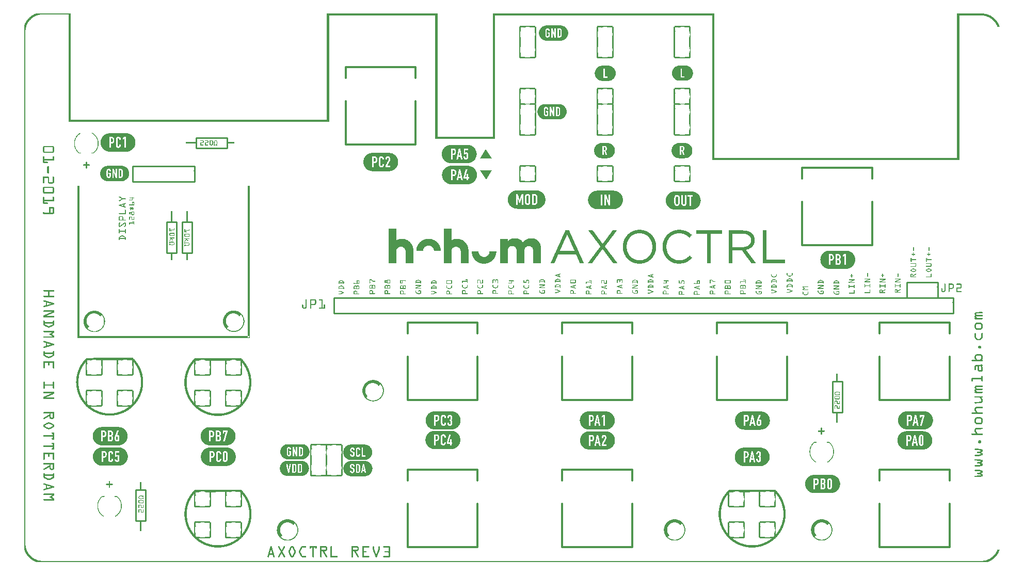
<source format=gto>
G04 MADE WITH FRITZING*
G04 WWW.FRITZING.ORG*
G04 DOUBLE SIDED*
G04 HOLES PLATED*
G04 CONTOUR ON CENTER OF CONTOUR VECTOR*
%ASAXBY*%
%FSLAX23Y23*%
%MOIN*%
%OFA0B0*%
%SFA1.0B1.0*%
%ADD10C,0.010000*%
%ADD11C,0.012500*%
%ADD12R,0.001000X0.001000*%
%LNSILK1*%
G90*
G70*
G54D10*
X1109Y2740D02*
X1309Y2740D01*
D02*
X1309Y2740D02*
X1309Y2674D01*
D02*
X1309Y2674D02*
X1109Y2674D01*
D02*
X1109Y2674D02*
X1109Y2740D01*
D02*
X717Y267D02*
X717Y467D01*
D02*
X717Y467D02*
X783Y467D01*
D02*
X783Y467D02*
X783Y267D01*
D02*
X783Y267D02*
X717Y267D01*
D02*
X5217Y967D02*
X5217Y1167D01*
D02*
X5217Y1167D02*
X5283Y1167D01*
D02*
X5283Y1167D02*
X5283Y967D01*
D02*
X5283Y967D02*
X5217Y967D01*
D02*
X1083Y2198D02*
X1083Y1998D01*
D02*
X1083Y1998D02*
X1017Y1998D01*
D02*
X1017Y1998D02*
X1017Y2198D01*
D02*
X1017Y2198D02*
X1083Y2198D01*
D02*
X983Y2198D02*
X983Y1998D01*
D02*
X983Y1998D02*
X917Y1998D01*
D02*
X917Y1998D02*
X917Y2198D01*
D02*
X917Y2198D02*
X983Y2198D01*
D02*
X6000Y1707D02*
X2000Y1707D01*
D02*
X2000Y1707D02*
X2000Y1607D01*
D02*
X2000Y1607D02*
X6000Y1607D01*
D02*
X6000Y1607D02*
X6000Y1707D01*
D02*
X5900Y1807D02*
X5700Y1807D01*
D02*
X5700Y1807D02*
X5700Y1707D01*
D02*
X5700Y1707D02*
X5900Y1707D01*
D02*
X5900Y1707D02*
X5900Y1807D01*
D02*
X1100Y2557D02*
X700Y2557D01*
D02*
X700Y2557D02*
X700Y2457D01*
D02*
X700Y2457D02*
X1100Y2457D01*
D02*
X1100Y2457D02*
X1100Y2557D01*
G36*
X2981Y2470D02*
X2941Y2529D01*
X3020Y2529D01*
X2981Y2470D01*
G37*
D02*
G36*
X2980Y2665D02*
X3020Y2606D01*
X2941Y2606D01*
X2980Y2665D01*
G37*
D02*
G54D11*
X5023Y2476D02*
X5023Y2548D01*
X5476Y2548D01*
X5476Y2476D01*
D02*
X5476Y2328D02*
X5476Y2045D01*
X5023Y2045D01*
X5023Y2328D01*
D02*
X2474Y1476D02*
X2474Y1548D01*
X2926Y1548D01*
X2926Y1476D01*
D02*
X2926Y1328D02*
X2926Y1045D01*
X2474Y1045D01*
X2474Y1328D01*
D02*
X2474Y526D02*
X2474Y598D01*
X2926Y598D01*
X2926Y526D01*
D02*
X2926Y378D02*
X2926Y95D01*
X2474Y95D01*
X2474Y378D01*
D02*
X3473Y1476D02*
X3473Y1548D01*
X3926Y1548D01*
X3926Y1476D01*
D02*
X3926Y1328D02*
X3926Y1045D01*
X3473Y1045D01*
X3473Y1328D01*
D02*
X3473Y526D02*
X3473Y598D01*
X3926Y598D01*
X3926Y526D01*
D02*
X3926Y378D02*
X3926Y95D01*
X3473Y95D01*
X3473Y378D01*
D02*
X4473Y1476D02*
X4473Y1548D01*
X4926Y1548D01*
X4926Y1476D01*
D02*
X4926Y1328D02*
X4926Y1045D01*
X4473Y1045D01*
X4473Y1328D01*
D02*
X5523Y1476D02*
X5523Y1548D01*
X5976Y1548D01*
X5976Y1476D01*
D02*
X5976Y1328D02*
X5976Y1045D01*
X5523Y1045D01*
X5523Y1328D01*
D02*
X5523Y526D02*
X5523Y598D01*
X5976Y598D01*
X5976Y526D01*
D02*
X5976Y378D02*
X5976Y95D01*
X5523Y95D01*
X5523Y378D01*
D02*
X2074Y3126D02*
X2074Y3198D01*
X2526Y3198D01*
X2526Y3126D01*
D02*
X2526Y2978D02*
X2526Y2695D01*
X2074Y2695D01*
X2074Y2978D01*
D02*
G54D12*
X75Y3543D02*
X299Y3543D01*
X1954Y3543D02*
X2667Y3543D01*
X3025Y3543D02*
X4454Y3543D01*
X6024Y3543D02*
X6190Y3543D01*
X73Y3542D02*
X299Y3542D01*
X1954Y3542D02*
X2667Y3542D01*
X3025Y3542D02*
X4454Y3542D01*
X6024Y3542D02*
X6198Y3542D01*
X70Y3541D02*
X299Y3541D01*
X1954Y3541D02*
X2667Y3541D01*
X3025Y3541D02*
X4454Y3541D01*
X6024Y3541D02*
X6204Y3541D01*
X68Y3540D02*
X299Y3540D01*
X1954Y3540D02*
X2667Y3540D01*
X3025Y3540D02*
X4454Y3540D01*
X6024Y3540D02*
X6209Y3540D01*
X65Y3539D02*
X299Y3539D01*
X1954Y3539D02*
X2667Y3539D01*
X3025Y3539D02*
X4454Y3539D01*
X6024Y3539D02*
X6212Y3539D01*
X63Y3538D02*
X299Y3538D01*
X1954Y3538D02*
X2667Y3538D01*
X3025Y3538D02*
X4454Y3538D01*
X6024Y3538D02*
X6216Y3538D01*
X61Y3537D02*
X299Y3537D01*
X1954Y3537D02*
X2667Y3537D01*
X3025Y3537D02*
X4454Y3537D01*
X6024Y3537D02*
X6219Y3537D01*
X59Y3536D02*
X106Y3536D01*
X286Y3536D02*
X299Y3536D01*
X1954Y3536D02*
X2667Y3536D01*
X3025Y3536D02*
X4454Y3536D01*
X6024Y3536D02*
X6222Y3536D01*
X58Y3535D02*
X99Y3535D01*
X286Y3535D02*
X299Y3535D01*
X1954Y3535D02*
X2667Y3535D01*
X3025Y3535D02*
X4454Y3535D01*
X6024Y3535D02*
X6225Y3535D01*
X56Y3534D02*
X94Y3534D01*
X286Y3534D02*
X299Y3534D01*
X1954Y3534D02*
X2667Y3534D01*
X3025Y3534D02*
X4454Y3534D01*
X6024Y3534D02*
X6227Y3534D01*
X54Y3533D02*
X89Y3533D01*
X286Y3533D02*
X299Y3533D01*
X1954Y3533D02*
X2667Y3533D01*
X3025Y3533D02*
X4454Y3533D01*
X6024Y3533D02*
X6229Y3533D01*
X52Y3532D02*
X86Y3532D01*
X286Y3532D02*
X299Y3532D01*
X1954Y3532D02*
X2667Y3532D01*
X3025Y3532D02*
X4454Y3532D01*
X6024Y3532D02*
X6232Y3532D01*
X51Y3531D02*
X83Y3531D01*
X286Y3531D02*
X299Y3531D01*
X1954Y3531D02*
X2667Y3531D01*
X3025Y3531D02*
X4454Y3531D01*
X6024Y3531D02*
X6234Y3531D01*
X49Y3530D02*
X80Y3530D01*
X286Y3530D02*
X299Y3530D01*
X1954Y3530D02*
X2667Y3530D01*
X3025Y3530D02*
X4454Y3530D01*
X6024Y3530D02*
X6236Y3530D01*
X48Y3529D02*
X77Y3529D01*
X286Y3529D02*
X299Y3529D01*
X1954Y3529D02*
X1967Y3529D01*
X2654Y3529D02*
X2667Y3529D01*
X3025Y3529D02*
X3038Y3529D01*
X4441Y3529D02*
X4454Y3529D01*
X6024Y3529D02*
X6037Y3529D01*
X6191Y3529D02*
X6238Y3529D01*
X46Y3528D02*
X74Y3528D01*
X286Y3528D02*
X299Y3528D01*
X1954Y3528D02*
X1967Y3528D01*
X2654Y3528D02*
X2667Y3528D01*
X3025Y3528D02*
X3038Y3528D01*
X4441Y3528D02*
X4454Y3528D01*
X6024Y3528D02*
X6037Y3528D01*
X6199Y3528D02*
X6240Y3528D01*
X45Y3527D02*
X72Y3527D01*
X286Y3527D02*
X299Y3527D01*
X1954Y3527D02*
X1967Y3527D01*
X2654Y3527D02*
X2667Y3527D01*
X3025Y3527D02*
X3038Y3527D01*
X4441Y3527D02*
X4454Y3527D01*
X6024Y3527D02*
X6037Y3527D01*
X6204Y3527D02*
X6241Y3527D01*
X43Y3526D02*
X70Y3526D01*
X286Y3526D02*
X299Y3526D01*
X1954Y3526D02*
X1967Y3526D01*
X2654Y3526D02*
X2667Y3526D01*
X3025Y3526D02*
X3038Y3526D01*
X4441Y3526D02*
X4454Y3526D01*
X6024Y3526D02*
X6037Y3526D01*
X6208Y3526D02*
X6243Y3526D01*
X42Y3525D02*
X68Y3525D01*
X286Y3525D02*
X299Y3525D01*
X1954Y3525D02*
X1967Y3525D01*
X2654Y3525D02*
X2667Y3525D01*
X3025Y3525D02*
X3038Y3525D01*
X4441Y3525D02*
X4454Y3525D01*
X6024Y3525D02*
X6037Y3525D01*
X6211Y3525D02*
X6245Y3525D01*
X41Y3524D02*
X66Y3524D01*
X286Y3524D02*
X299Y3524D01*
X1954Y3524D02*
X1967Y3524D01*
X2654Y3524D02*
X2667Y3524D01*
X3025Y3524D02*
X3038Y3524D01*
X4441Y3524D02*
X4454Y3524D01*
X6024Y3524D02*
X6037Y3524D01*
X6215Y3524D02*
X6246Y3524D01*
X40Y3523D02*
X64Y3523D01*
X286Y3523D02*
X299Y3523D01*
X1954Y3523D02*
X1967Y3523D01*
X2654Y3523D02*
X2667Y3523D01*
X3025Y3523D02*
X3038Y3523D01*
X4441Y3523D02*
X4454Y3523D01*
X6024Y3523D02*
X6037Y3523D01*
X6218Y3523D02*
X6248Y3523D01*
X38Y3522D02*
X62Y3522D01*
X286Y3522D02*
X299Y3522D01*
X1954Y3522D02*
X1967Y3522D01*
X2654Y3522D02*
X2667Y3522D01*
X3025Y3522D02*
X3038Y3522D01*
X4441Y3522D02*
X4454Y3522D01*
X6024Y3522D02*
X6037Y3522D01*
X6220Y3522D02*
X6249Y3522D01*
X37Y3521D02*
X61Y3521D01*
X286Y3521D02*
X299Y3521D01*
X1954Y3521D02*
X1967Y3521D01*
X2654Y3521D02*
X2667Y3521D01*
X3025Y3521D02*
X3038Y3521D01*
X4441Y3521D02*
X4454Y3521D01*
X6024Y3521D02*
X6037Y3521D01*
X6223Y3521D02*
X6251Y3521D01*
X36Y3520D02*
X59Y3520D01*
X286Y3520D02*
X299Y3520D01*
X1954Y3520D02*
X1967Y3520D01*
X2654Y3520D02*
X2667Y3520D01*
X3025Y3520D02*
X3038Y3520D01*
X4441Y3520D02*
X4454Y3520D01*
X6024Y3520D02*
X6037Y3520D01*
X6225Y3520D02*
X6252Y3520D01*
X35Y3519D02*
X57Y3519D01*
X286Y3519D02*
X299Y3519D01*
X1954Y3519D02*
X1967Y3519D01*
X2654Y3519D02*
X2667Y3519D01*
X3025Y3519D02*
X3038Y3519D01*
X4441Y3519D02*
X4454Y3519D01*
X6024Y3519D02*
X6037Y3519D01*
X6227Y3519D02*
X6254Y3519D01*
X34Y3518D02*
X56Y3518D01*
X286Y3518D02*
X299Y3518D01*
X1954Y3518D02*
X1967Y3518D01*
X2654Y3518D02*
X2667Y3518D01*
X3025Y3518D02*
X3038Y3518D01*
X4441Y3518D02*
X4454Y3518D01*
X6024Y3518D02*
X6037Y3518D01*
X6229Y3518D02*
X6255Y3518D01*
X33Y3517D02*
X54Y3517D01*
X286Y3517D02*
X299Y3517D01*
X1954Y3517D02*
X1967Y3517D01*
X2654Y3517D02*
X2667Y3517D01*
X3025Y3517D02*
X3038Y3517D01*
X4441Y3517D02*
X4454Y3517D01*
X6024Y3517D02*
X6037Y3517D01*
X6231Y3517D02*
X6256Y3517D01*
X32Y3516D02*
X53Y3516D01*
X286Y3516D02*
X299Y3516D01*
X1954Y3516D02*
X1967Y3516D01*
X2654Y3516D02*
X2667Y3516D01*
X3025Y3516D02*
X3038Y3516D01*
X4441Y3516D02*
X4454Y3516D01*
X6024Y3516D02*
X6037Y3516D01*
X6233Y3516D02*
X6257Y3516D01*
X31Y3515D02*
X52Y3515D01*
X286Y3515D02*
X299Y3515D01*
X1954Y3515D02*
X1967Y3515D01*
X2654Y3515D02*
X2667Y3515D01*
X3025Y3515D02*
X3038Y3515D01*
X4441Y3515D02*
X4454Y3515D01*
X6024Y3515D02*
X6037Y3515D01*
X6235Y3515D02*
X6259Y3515D01*
X30Y3514D02*
X50Y3514D01*
X286Y3514D02*
X299Y3514D01*
X1954Y3514D02*
X1967Y3514D01*
X2654Y3514D02*
X2667Y3514D01*
X3025Y3514D02*
X3038Y3514D01*
X4441Y3514D02*
X4454Y3514D01*
X6024Y3514D02*
X6037Y3514D01*
X6237Y3514D02*
X6260Y3514D01*
X29Y3513D02*
X49Y3513D01*
X286Y3513D02*
X299Y3513D01*
X1954Y3513D02*
X1967Y3513D01*
X2654Y3513D02*
X2667Y3513D01*
X3025Y3513D02*
X3038Y3513D01*
X4441Y3513D02*
X4454Y3513D01*
X6024Y3513D02*
X6037Y3513D01*
X6238Y3513D02*
X6261Y3513D01*
X28Y3512D02*
X48Y3512D01*
X286Y3512D02*
X299Y3512D01*
X1954Y3512D02*
X1967Y3512D01*
X2654Y3512D02*
X2667Y3512D01*
X3025Y3512D02*
X3038Y3512D01*
X4441Y3512D02*
X4454Y3512D01*
X6024Y3512D02*
X6037Y3512D01*
X6240Y3512D02*
X6262Y3512D01*
X27Y3511D02*
X46Y3511D01*
X286Y3511D02*
X299Y3511D01*
X1954Y3511D02*
X1967Y3511D01*
X2654Y3511D02*
X2667Y3511D01*
X3025Y3511D02*
X3038Y3511D01*
X4441Y3511D02*
X4454Y3511D01*
X6024Y3511D02*
X6037Y3511D01*
X6241Y3511D02*
X6263Y3511D01*
X26Y3510D02*
X45Y3510D01*
X286Y3510D02*
X299Y3510D01*
X1954Y3510D02*
X1967Y3510D01*
X2654Y3510D02*
X2667Y3510D01*
X3025Y3510D02*
X3038Y3510D01*
X4441Y3510D02*
X4454Y3510D01*
X6024Y3510D02*
X6037Y3510D01*
X6243Y3510D02*
X6264Y3510D01*
X25Y3509D02*
X44Y3509D01*
X286Y3509D02*
X299Y3509D01*
X1954Y3509D02*
X1967Y3509D01*
X2654Y3509D02*
X2667Y3509D01*
X3025Y3509D02*
X3038Y3509D01*
X4441Y3509D02*
X4454Y3509D01*
X6024Y3509D02*
X6037Y3509D01*
X6244Y3509D02*
X6265Y3509D01*
X24Y3508D02*
X43Y3508D01*
X286Y3508D02*
X299Y3508D01*
X1954Y3508D02*
X1967Y3508D01*
X2654Y3508D02*
X2667Y3508D01*
X3025Y3508D02*
X3038Y3508D01*
X4441Y3508D02*
X4454Y3508D01*
X6024Y3508D02*
X6037Y3508D01*
X6245Y3508D02*
X6266Y3508D01*
X23Y3507D02*
X42Y3507D01*
X286Y3507D02*
X299Y3507D01*
X1954Y3507D02*
X1967Y3507D01*
X2654Y3507D02*
X2667Y3507D01*
X3025Y3507D02*
X3038Y3507D01*
X4441Y3507D02*
X4454Y3507D01*
X6024Y3507D02*
X6037Y3507D01*
X6247Y3507D02*
X6268Y3507D01*
X22Y3506D02*
X41Y3506D01*
X286Y3506D02*
X299Y3506D01*
X1954Y3506D02*
X1967Y3506D01*
X2654Y3506D02*
X2667Y3506D01*
X3025Y3506D02*
X3038Y3506D01*
X4441Y3506D02*
X4454Y3506D01*
X6024Y3506D02*
X6037Y3506D01*
X6248Y3506D02*
X6268Y3506D01*
X21Y3505D02*
X40Y3505D01*
X286Y3505D02*
X299Y3505D01*
X1954Y3505D02*
X1967Y3505D01*
X2654Y3505D02*
X2667Y3505D01*
X3025Y3505D02*
X3038Y3505D01*
X4441Y3505D02*
X4454Y3505D01*
X6024Y3505D02*
X6037Y3505D01*
X6249Y3505D02*
X6269Y3505D01*
X21Y3504D02*
X39Y3504D01*
X286Y3504D02*
X299Y3504D01*
X1954Y3504D02*
X1967Y3504D01*
X2654Y3504D02*
X2667Y3504D01*
X3025Y3504D02*
X3038Y3504D01*
X4441Y3504D02*
X4454Y3504D01*
X6024Y3504D02*
X6037Y3504D01*
X6251Y3504D02*
X6270Y3504D01*
X20Y3503D02*
X38Y3503D01*
X286Y3503D02*
X299Y3503D01*
X1954Y3503D02*
X1967Y3503D01*
X2654Y3503D02*
X2667Y3503D01*
X3025Y3503D02*
X3038Y3503D01*
X4441Y3503D02*
X4454Y3503D01*
X6024Y3503D02*
X6037Y3503D01*
X6252Y3503D02*
X6271Y3503D01*
X19Y3502D02*
X37Y3502D01*
X286Y3502D02*
X299Y3502D01*
X1954Y3502D02*
X1967Y3502D01*
X2654Y3502D02*
X2667Y3502D01*
X3025Y3502D02*
X3038Y3502D01*
X4441Y3502D02*
X4454Y3502D01*
X6024Y3502D02*
X6037Y3502D01*
X6253Y3502D02*
X6272Y3502D01*
X18Y3501D02*
X36Y3501D01*
X286Y3501D02*
X299Y3501D01*
X1954Y3501D02*
X1967Y3501D01*
X2654Y3501D02*
X2667Y3501D01*
X3025Y3501D02*
X3038Y3501D01*
X4441Y3501D02*
X4454Y3501D01*
X6024Y3501D02*
X6037Y3501D01*
X6254Y3501D02*
X6273Y3501D01*
X17Y3500D02*
X35Y3500D01*
X286Y3500D02*
X299Y3500D01*
X1954Y3500D02*
X1967Y3500D01*
X2654Y3500D02*
X2667Y3500D01*
X3025Y3500D02*
X3038Y3500D01*
X4441Y3500D02*
X4454Y3500D01*
X6024Y3500D02*
X6037Y3500D01*
X6255Y3500D02*
X6274Y3500D01*
X17Y3499D02*
X34Y3499D01*
X286Y3499D02*
X299Y3499D01*
X1954Y3499D02*
X1967Y3499D01*
X2654Y3499D02*
X2667Y3499D01*
X3025Y3499D02*
X3038Y3499D01*
X4441Y3499D02*
X4454Y3499D01*
X6024Y3499D02*
X6037Y3499D01*
X6256Y3499D02*
X6275Y3499D01*
X16Y3498D02*
X33Y3498D01*
X286Y3498D02*
X299Y3498D01*
X1954Y3498D02*
X1967Y3498D01*
X2654Y3498D02*
X2667Y3498D01*
X3025Y3498D02*
X3038Y3498D01*
X4441Y3498D02*
X4454Y3498D01*
X6024Y3498D02*
X6037Y3498D01*
X6257Y3498D02*
X6276Y3498D01*
X15Y3497D02*
X32Y3497D01*
X286Y3497D02*
X299Y3497D01*
X1954Y3497D02*
X1967Y3497D01*
X2654Y3497D02*
X2667Y3497D01*
X3025Y3497D02*
X3038Y3497D01*
X4441Y3497D02*
X4454Y3497D01*
X6024Y3497D02*
X6037Y3497D01*
X6258Y3497D02*
X6276Y3497D01*
X15Y3496D02*
X31Y3496D01*
X286Y3496D02*
X299Y3496D01*
X1954Y3496D02*
X1967Y3496D01*
X2654Y3496D02*
X2667Y3496D01*
X3025Y3496D02*
X3038Y3496D01*
X4441Y3496D02*
X4454Y3496D01*
X6024Y3496D02*
X6037Y3496D01*
X6259Y3496D02*
X6277Y3496D01*
X14Y3495D02*
X31Y3495D01*
X286Y3495D02*
X299Y3495D01*
X1954Y3495D02*
X1967Y3495D01*
X2654Y3495D02*
X2667Y3495D01*
X3025Y3495D02*
X3038Y3495D01*
X4441Y3495D02*
X4454Y3495D01*
X6024Y3495D02*
X6037Y3495D01*
X6260Y3495D02*
X6278Y3495D01*
X13Y3494D02*
X30Y3494D01*
X286Y3494D02*
X299Y3494D01*
X1954Y3494D02*
X1967Y3494D01*
X2654Y3494D02*
X2667Y3494D01*
X3025Y3494D02*
X3038Y3494D01*
X4441Y3494D02*
X4454Y3494D01*
X6024Y3494D02*
X6037Y3494D01*
X6261Y3494D02*
X6279Y3494D01*
X13Y3493D02*
X29Y3493D01*
X286Y3493D02*
X299Y3493D01*
X1954Y3493D02*
X1967Y3493D01*
X2654Y3493D02*
X2667Y3493D01*
X3025Y3493D02*
X3038Y3493D01*
X4441Y3493D02*
X4454Y3493D01*
X6024Y3493D02*
X6037Y3493D01*
X6262Y3493D02*
X6280Y3493D01*
X12Y3492D02*
X28Y3492D01*
X286Y3492D02*
X299Y3492D01*
X1954Y3492D02*
X1967Y3492D01*
X2654Y3492D02*
X2667Y3492D01*
X3025Y3492D02*
X3038Y3492D01*
X4441Y3492D02*
X4454Y3492D01*
X6024Y3492D02*
X6037Y3492D01*
X6263Y3492D02*
X6280Y3492D01*
X11Y3491D02*
X28Y3491D01*
X286Y3491D02*
X299Y3491D01*
X1954Y3491D02*
X1967Y3491D01*
X2654Y3491D02*
X2667Y3491D01*
X3025Y3491D02*
X3038Y3491D01*
X4441Y3491D02*
X4454Y3491D01*
X6024Y3491D02*
X6037Y3491D01*
X6264Y3491D02*
X6281Y3491D01*
X11Y3490D02*
X27Y3490D01*
X286Y3490D02*
X299Y3490D01*
X1954Y3490D02*
X1967Y3490D01*
X2654Y3490D02*
X2667Y3490D01*
X3025Y3490D02*
X3038Y3490D01*
X4441Y3490D02*
X4454Y3490D01*
X6024Y3490D02*
X6037Y3490D01*
X6265Y3490D02*
X6282Y3490D01*
X10Y3489D02*
X26Y3489D01*
X286Y3489D02*
X299Y3489D01*
X1954Y3489D02*
X1967Y3489D01*
X2654Y3489D02*
X2667Y3489D01*
X3025Y3489D02*
X3038Y3489D01*
X4441Y3489D02*
X4454Y3489D01*
X6024Y3489D02*
X6037Y3489D01*
X6266Y3489D02*
X6282Y3489D01*
X10Y3488D02*
X25Y3488D01*
X286Y3488D02*
X299Y3488D01*
X1954Y3488D02*
X1967Y3488D01*
X2654Y3488D02*
X2667Y3488D01*
X3025Y3488D02*
X3038Y3488D01*
X4441Y3488D02*
X4454Y3488D01*
X6024Y3488D02*
X6037Y3488D01*
X6266Y3488D02*
X6283Y3488D01*
X9Y3487D02*
X25Y3487D01*
X286Y3487D02*
X299Y3487D01*
X1954Y3487D02*
X1967Y3487D01*
X2654Y3487D02*
X2667Y3487D01*
X3025Y3487D02*
X3038Y3487D01*
X4441Y3487D02*
X4454Y3487D01*
X6024Y3487D02*
X6037Y3487D01*
X6267Y3487D02*
X6284Y3487D01*
X9Y3486D02*
X24Y3486D01*
X286Y3486D02*
X299Y3486D01*
X1954Y3486D02*
X1967Y3486D01*
X2654Y3486D02*
X2667Y3486D01*
X3025Y3486D02*
X3038Y3486D01*
X4441Y3486D02*
X4454Y3486D01*
X6024Y3486D02*
X6037Y3486D01*
X6268Y3486D02*
X6284Y3486D01*
X8Y3485D02*
X23Y3485D01*
X286Y3485D02*
X299Y3485D01*
X1954Y3485D02*
X1967Y3485D01*
X2654Y3485D02*
X2667Y3485D01*
X3025Y3485D02*
X3038Y3485D01*
X4441Y3485D02*
X4454Y3485D01*
X6024Y3485D02*
X6037Y3485D01*
X6269Y3485D02*
X6285Y3485D01*
X7Y3484D02*
X23Y3484D01*
X286Y3484D02*
X299Y3484D01*
X1954Y3484D02*
X1967Y3484D01*
X2654Y3484D02*
X2667Y3484D01*
X3025Y3484D02*
X3038Y3484D01*
X4441Y3484D02*
X4454Y3484D01*
X6024Y3484D02*
X6037Y3484D01*
X6269Y3484D02*
X6286Y3484D01*
X7Y3483D02*
X22Y3483D01*
X286Y3483D02*
X299Y3483D01*
X1954Y3483D02*
X1967Y3483D01*
X2654Y3483D02*
X2667Y3483D01*
X3025Y3483D02*
X3038Y3483D01*
X4441Y3483D02*
X4454Y3483D01*
X6024Y3483D02*
X6037Y3483D01*
X6270Y3483D02*
X6286Y3483D01*
X6Y3482D02*
X22Y3482D01*
X286Y3482D02*
X299Y3482D01*
X1954Y3482D02*
X1967Y3482D01*
X2654Y3482D02*
X2667Y3482D01*
X3025Y3482D02*
X3038Y3482D01*
X4441Y3482D02*
X4454Y3482D01*
X6024Y3482D02*
X6037Y3482D01*
X6271Y3482D02*
X6287Y3482D01*
X6Y3481D02*
X21Y3481D01*
X286Y3481D02*
X299Y3481D01*
X1954Y3481D02*
X1967Y3481D01*
X2654Y3481D02*
X2667Y3481D01*
X3025Y3481D02*
X3038Y3481D01*
X4441Y3481D02*
X4454Y3481D01*
X6024Y3481D02*
X6037Y3481D01*
X6272Y3481D02*
X6287Y3481D01*
X5Y3480D02*
X20Y3480D01*
X286Y3480D02*
X299Y3480D01*
X1954Y3480D02*
X1967Y3480D01*
X2654Y3480D02*
X2667Y3480D01*
X3025Y3480D02*
X3038Y3480D01*
X4441Y3480D02*
X4454Y3480D01*
X6024Y3480D02*
X6037Y3480D01*
X6272Y3480D02*
X6288Y3480D01*
X5Y3479D02*
X20Y3479D01*
X286Y3479D02*
X299Y3479D01*
X1954Y3479D02*
X1967Y3479D01*
X2654Y3479D02*
X2667Y3479D01*
X3025Y3479D02*
X3038Y3479D01*
X4441Y3479D02*
X4454Y3479D01*
X6024Y3479D02*
X6037Y3479D01*
X6273Y3479D02*
X6289Y3479D01*
X4Y3478D02*
X19Y3478D01*
X286Y3478D02*
X299Y3478D01*
X1954Y3478D02*
X1967Y3478D01*
X2654Y3478D02*
X2667Y3478D01*
X3025Y3478D02*
X3038Y3478D01*
X4441Y3478D02*
X4454Y3478D01*
X6024Y3478D02*
X6037Y3478D01*
X6274Y3478D02*
X6289Y3478D01*
X4Y3477D02*
X19Y3477D01*
X286Y3477D02*
X299Y3477D01*
X1954Y3477D02*
X1967Y3477D01*
X2654Y3477D02*
X2667Y3477D01*
X3025Y3477D02*
X3038Y3477D01*
X4441Y3477D02*
X4454Y3477D01*
X6024Y3477D02*
X6037Y3477D01*
X6274Y3477D02*
X6290Y3477D01*
X4Y3476D02*
X18Y3476D01*
X286Y3476D02*
X299Y3476D01*
X1954Y3476D02*
X1967Y3476D01*
X2654Y3476D02*
X2667Y3476D01*
X3025Y3476D02*
X3038Y3476D01*
X4441Y3476D02*
X4454Y3476D01*
X6024Y3476D02*
X6037Y3476D01*
X6275Y3476D02*
X6290Y3476D01*
X3Y3475D02*
X18Y3475D01*
X286Y3475D02*
X299Y3475D01*
X1954Y3475D02*
X1967Y3475D01*
X2654Y3475D02*
X2667Y3475D01*
X3025Y3475D02*
X3038Y3475D01*
X4441Y3475D02*
X4454Y3475D01*
X6024Y3475D02*
X6037Y3475D01*
X6275Y3475D02*
X6291Y3475D01*
X3Y3474D02*
X17Y3474D01*
X286Y3474D02*
X299Y3474D01*
X1954Y3474D02*
X1967Y3474D01*
X2654Y3474D02*
X2667Y3474D01*
X3025Y3474D02*
X3038Y3474D01*
X4441Y3474D02*
X4454Y3474D01*
X6024Y3474D02*
X6037Y3474D01*
X6276Y3474D02*
X6291Y3474D01*
X2Y3473D02*
X17Y3473D01*
X286Y3473D02*
X299Y3473D01*
X1954Y3473D02*
X1967Y3473D01*
X2654Y3473D02*
X2667Y3473D01*
X3025Y3473D02*
X3038Y3473D01*
X4441Y3473D02*
X4454Y3473D01*
X6024Y3473D02*
X6037Y3473D01*
X6277Y3473D02*
X6292Y3473D01*
X2Y3472D02*
X16Y3472D01*
X286Y3472D02*
X299Y3472D01*
X1954Y3472D02*
X1967Y3472D01*
X2654Y3472D02*
X2667Y3472D01*
X3025Y3472D02*
X3038Y3472D01*
X4441Y3472D02*
X4454Y3472D01*
X6024Y3472D02*
X6037Y3472D01*
X6277Y3472D02*
X6292Y3472D01*
X2Y3471D02*
X16Y3471D01*
X286Y3471D02*
X299Y3471D01*
X1954Y3471D02*
X1967Y3471D01*
X2654Y3471D02*
X2667Y3471D01*
X3025Y3471D02*
X3038Y3471D01*
X4441Y3471D02*
X4454Y3471D01*
X6024Y3471D02*
X6037Y3471D01*
X6278Y3471D02*
X6293Y3471D01*
X1Y3470D02*
X15Y3470D01*
X286Y3470D02*
X299Y3470D01*
X1954Y3470D02*
X1967Y3470D01*
X2654Y3470D02*
X2667Y3470D01*
X3025Y3470D02*
X3038Y3470D01*
X4441Y3470D02*
X4454Y3470D01*
X6024Y3470D02*
X6037Y3470D01*
X6278Y3470D02*
X6293Y3470D01*
X1Y3469D02*
X15Y3469D01*
X286Y3469D02*
X299Y3469D01*
X1954Y3469D02*
X1967Y3469D01*
X2654Y3469D02*
X2667Y3469D01*
X3025Y3469D02*
X3038Y3469D01*
X4441Y3469D02*
X4454Y3469D01*
X6024Y3469D02*
X6037Y3469D01*
X6279Y3469D02*
X6293Y3469D01*
X0Y3468D02*
X14Y3468D01*
X286Y3468D02*
X299Y3468D01*
X1954Y3468D02*
X1967Y3468D01*
X2654Y3468D02*
X2667Y3468D01*
X3025Y3468D02*
X3038Y3468D01*
X4441Y3468D02*
X4454Y3468D01*
X6024Y3468D02*
X6037Y3468D01*
X6279Y3468D02*
X6294Y3468D01*
X0Y3467D02*
X14Y3467D01*
X286Y3467D02*
X299Y3467D01*
X1954Y3467D02*
X1967Y3467D01*
X2654Y3467D02*
X2667Y3467D01*
X3025Y3467D02*
X3038Y3467D01*
X4441Y3467D02*
X4454Y3467D01*
X6024Y3467D02*
X6037Y3467D01*
X6280Y3467D02*
X6294Y3467D01*
X0Y3466D02*
X14Y3466D01*
X286Y3466D02*
X299Y3466D01*
X1954Y3466D02*
X1967Y3466D01*
X2654Y3466D02*
X2667Y3466D01*
X3025Y3466D02*
X3038Y3466D01*
X4441Y3466D02*
X4454Y3466D01*
X6024Y3466D02*
X6037Y3466D01*
X6280Y3466D02*
X6295Y3466D01*
X0Y3465D02*
X13Y3465D01*
X286Y3465D02*
X299Y3465D01*
X1954Y3465D02*
X1967Y3465D01*
X2654Y3465D02*
X2667Y3465D01*
X3025Y3465D02*
X3038Y3465D01*
X3367Y3465D02*
X3467Y3465D01*
X4441Y3465D02*
X4454Y3465D01*
X6024Y3465D02*
X6037Y3465D01*
X6281Y3465D02*
X6295Y3465D01*
X0Y3464D02*
X13Y3464D01*
X286Y3464D02*
X299Y3464D01*
X1954Y3464D02*
X1967Y3464D01*
X2654Y3464D02*
X2667Y3464D01*
X3025Y3464D02*
X3038Y3464D01*
X3361Y3464D02*
X3473Y3464D01*
X4441Y3464D02*
X4454Y3464D01*
X6024Y3464D02*
X6037Y3464D01*
X6281Y3464D02*
X6295Y3464D01*
X0Y3463D02*
X13Y3463D01*
X286Y3463D02*
X299Y3463D01*
X1954Y3463D02*
X1967Y3463D01*
X2654Y3463D02*
X2667Y3463D01*
X3025Y3463D02*
X3038Y3463D01*
X3358Y3463D02*
X3476Y3463D01*
X4441Y3463D02*
X4454Y3463D01*
X6024Y3463D02*
X6037Y3463D01*
X6282Y3463D02*
X6296Y3463D01*
X0Y3462D02*
X12Y3462D01*
X286Y3462D02*
X299Y3462D01*
X1954Y3462D02*
X1967Y3462D01*
X2654Y3462D02*
X2667Y3462D01*
X3025Y3462D02*
X3038Y3462D01*
X3200Y3462D02*
X3299Y3462D01*
X3355Y3462D02*
X3479Y3462D01*
X3700Y3462D02*
X3799Y3462D01*
X4199Y3462D02*
X4298Y3462D01*
X4441Y3462D02*
X4454Y3462D01*
X6024Y3462D02*
X6037Y3462D01*
X6282Y3462D02*
X6296Y3462D01*
X0Y3461D02*
X12Y3461D01*
X286Y3461D02*
X299Y3461D01*
X1954Y3461D02*
X1967Y3461D01*
X2654Y3461D02*
X2667Y3461D01*
X3025Y3461D02*
X3038Y3461D01*
X3200Y3461D02*
X3299Y3461D01*
X3352Y3461D02*
X3482Y3461D01*
X3700Y3461D02*
X3799Y3461D01*
X4199Y3461D02*
X4298Y3461D01*
X4441Y3461D02*
X4454Y3461D01*
X6024Y3461D02*
X6037Y3461D01*
X6283Y3461D02*
X6297Y3461D01*
X0Y3460D02*
X12Y3460D01*
X286Y3460D02*
X299Y3460D01*
X1954Y3460D02*
X1967Y3460D01*
X2654Y3460D02*
X2667Y3460D01*
X3025Y3460D02*
X3038Y3460D01*
X3200Y3460D02*
X3299Y3460D01*
X3350Y3460D02*
X3484Y3460D01*
X3700Y3460D02*
X3799Y3460D01*
X4199Y3460D02*
X4298Y3460D01*
X4441Y3460D02*
X4454Y3460D01*
X6024Y3460D02*
X6037Y3460D01*
X6283Y3460D02*
X6297Y3460D01*
X0Y3459D02*
X11Y3459D01*
X286Y3459D02*
X299Y3459D01*
X1954Y3459D02*
X1967Y3459D01*
X2654Y3459D02*
X2667Y3459D01*
X3025Y3459D02*
X3038Y3459D01*
X3200Y3459D02*
X3299Y3459D01*
X3348Y3459D02*
X3485Y3459D01*
X3700Y3459D02*
X3799Y3459D01*
X4199Y3459D02*
X4298Y3459D01*
X4441Y3459D02*
X4454Y3459D01*
X6024Y3459D02*
X6037Y3459D01*
X6283Y3459D02*
X6297Y3459D01*
X0Y3458D02*
X11Y3458D01*
X286Y3458D02*
X299Y3458D01*
X1954Y3458D02*
X1967Y3458D01*
X2654Y3458D02*
X2667Y3458D01*
X3025Y3458D02*
X3038Y3458D01*
X3200Y3458D02*
X3299Y3458D01*
X3347Y3458D02*
X3487Y3458D01*
X3700Y3458D02*
X3799Y3458D01*
X4199Y3458D02*
X4298Y3458D01*
X4441Y3458D02*
X4454Y3458D01*
X6024Y3458D02*
X6037Y3458D01*
X6284Y3458D02*
X6298Y3458D01*
X0Y3457D02*
X11Y3457D01*
X286Y3457D02*
X299Y3457D01*
X1954Y3457D02*
X1967Y3457D01*
X2654Y3457D02*
X2667Y3457D01*
X3025Y3457D02*
X3038Y3457D01*
X3195Y3457D02*
X3304Y3457D01*
X3345Y3457D02*
X3489Y3457D01*
X3695Y3457D02*
X3804Y3457D01*
X4194Y3457D02*
X4303Y3457D01*
X4441Y3457D02*
X4454Y3457D01*
X6024Y3457D02*
X6037Y3457D01*
X6284Y3457D02*
X6298Y3457D01*
X0Y3456D02*
X10Y3456D01*
X286Y3456D02*
X299Y3456D01*
X1954Y3456D02*
X1967Y3456D01*
X2654Y3456D02*
X2667Y3456D01*
X3025Y3456D02*
X3038Y3456D01*
X3195Y3456D02*
X3242Y3456D01*
X3256Y3456D02*
X3304Y3456D01*
X3344Y3456D02*
X3490Y3456D01*
X3695Y3456D02*
X3742Y3456D01*
X3756Y3456D02*
X3804Y3456D01*
X4194Y3456D02*
X4242Y3456D01*
X4256Y3456D02*
X4303Y3456D01*
X4441Y3456D02*
X4454Y3456D01*
X6024Y3456D02*
X6037Y3456D01*
X6284Y3456D02*
X6298Y3456D01*
X0Y3455D02*
X10Y3455D01*
X286Y3455D02*
X299Y3455D01*
X1954Y3455D02*
X1967Y3455D01*
X2654Y3455D02*
X2667Y3455D01*
X3025Y3455D02*
X3038Y3455D01*
X3195Y3455D02*
X3237Y3455D01*
X3261Y3455D02*
X3304Y3455D01*
X3342Y3455D02*
X3491Y3455D01*
X3695Y3455D02*
X3737Y3455D01*
X3761Y3455D02*
X3804Y3455D01*
X4194Y3455D02*
X4237Y3455D01*
X4261Y3455D02*
X4303Y3455D01*
X4441Y3455D02*
X4454Y3455D01*
X6024Y3455D02*
X6037Y3455D01*
X0Y3454D02*
X10Y3454D01*
X286Y3454D02*
X299Y3454D01*
X1954Y3454D02*
X1967Y3454D01*
X2654Y3454D02*
X2667Y3454D01*
X3025Y3454D02*
X3038Y3454D01*
X3195Y3454D02*
X3233Y3454D01*
X3265Y3454D02*
X3304Y3454D01*
X3341Y3454D02*
X3493Y3454D01*
X3695Y3454D02*
X3733Y3454D01*
X3765Y3454D02*
X3804Y3454D01*
X4194Y3454D02*
X4233Y3454D01*
X4265Y3454D02*
X4303Y3454D01*
X4441Y3454D02*
X4454Y3454D01*
X6024Y3454D02*
X6037Y3454D01*
X0Y3453D02*
X9Y3453D01*
X286Y3453D02*
X299Y3453D01*
X1954Y3453D02*
X1967Y3453D01*
X2654Y3453D02*
X2667Y3453D01*
X3025Y3453D02*
X3038Y3453D01*
X3195Y3453D02*
X3231Y3453D01*
X3268Y3453D02*
X3304Y3453D01*
X3340Y3453D02*
X3494Y3453D01*
X3695Y3453D02*
X3730Y3453D01*
X3768Y3453D02*
X3804Y3453D01*
X4194Y3453D02*
X4230Y3453D01*
X4268Y3453D02*
X4303Y3453D01*
X4441Y3453D02*
X4454Y3453D01*
X6024Y3453D02*
X6037Y3453D01*
X0Y3452D02*
X9Y3452D01*
X286Y3452D02*
X299Y3452D01*
X1954Y3452D02*
X1967Y3452D01*
X2654Y3452D02*
X2667Y3452D01*
X3025Y3452D02*
X3038Y3452D01*
X3195Y3452D02*
X3204Y3452D01*
X3225Y3452D02*
X3228Y3452D01*
X3295Y3452D02*
X3304Y3452D01*
X3339Y3452D02*
X3495Y3452D01*
X3695Y3452D02*
X3704Y3452D01*
X3725Y3452D02*
X3728Y3452D01*
X3795Y3452D02*
X3804Y3452D01*
X4194Y3452D02*
X4203Y3452D01*
X4225Y3452D02*
X4228Y3452D01*
X4294Y3452D02*
X4303Y3452D01*
X4441Y3452D02*
X4454Y3452D01*
X6024Y3452D02*
X6037Y3452D01*
X0Y3451D02*
X9Y3451D01*
X286Y3451D02*
X299Y3451D01*
X1954Y3451D02*
X1967Y3451D01*
X2654Y3451D02*
X2667Y3451D01*
X3025Y3451D02*
X3038Y3451D01*
X3195Y3451D02*
X3204Y3451D01*
X3224Y3451D02*
X3226Y3451D01*
X3295Y3451D02*
X3304Y3451D01*
X3338Y3451D02*
X3496Y3451D01*
X3695Y3451D02*
X3704Y3451D01*
X3724Y3451D02*
X3726Y3451D01*
X3795Y3451D02*
X3804Y3451D01*
X4194Y3451D02*
X4203Y3451D01*
X4224Y3451D02*
X4226Y3451D01*
X4294Y3451D02*
X4303Y3451D01*
X4441Y3451D02*
X4454Y3451D01*
X6024Y3451D02*
X6037Y3451D01*
X0Y3450D02*
X9Y3450D01*
X286Y3450D02*
X299Y3450D01*
X1954Y3450D02*
X1967Y3450D01*
X2654Y3450D02*
X2667Y3450D01*
X3025Y3450D02*
X3038Y3450D01*
X3195Y3450D02*
X3204Y3450D01*
X3223Y3450D02*
X3224Y3450D01*
X3295Y3450D02*
X3304Y3450D01*
X3337Y3450D02*
X3497Y3450D01*
X3695Y3450D02*
X3704Y3450D01*
X3723Y3450D02*
X3724Y3450D01*
X3795Y3450D02*
X3804Y3450D01*
X4194Y3450D02*
X4203Y3450D01*
X4223Y3450D02*
X4224Y3450D01*
X4294Y3450D02*
X4303Y3450D01*
X4441Y3450D02*
X4454Y3450D01*
X6024Y3450D02*
X6037Y3450D01*
X0Y3449D02*
X9Y3449D01*
X286Y3449D02*
X299Y3449D01*
X1954Y3449D02*
X1967Y3449D01*
X2654Y3449D02*
X2667Y3449D01*
X3025Y3449D02*
X3038Y3449D01*
X3195Y3449D02*
X3204Y3449D01*
X3222Y3449D02*
X3223Y3449D01*
X3295Y3449D02*
X3304Y3449D01*
X3336Y3449D02*
X3498Y3449D01*
X3695Y3449D02*
X3704Y3449D01*
X3722Y3449D02*
X3723Y3449D01*
X3795Y3449D02*
X3804Y3449D01*
X4194Y3449D02*
X4203Y3449D01*
X4222Y3449D02*
X4223Y3449D01*
X4294Y3449D02*
X4303Y3449D01*
X4441Y3449D02*
X4454Y3449D01*
X6024Y3449D02*
X6037Y3449D01*
X0Y3448D02*
X8Y3448D01*
X286Y3448D02*
X299Y3448D01*
X1954Y3448D02*
X1967Y3448D01*
X2654Y3448D02*
X2667Y3448D01*
X3025Y3448D02*
X3038Y3448D01*
X3195Y3448D02*
X3204Y3448D01*
X3221Y3448D02*
X3221Y3448D01*
X3295Y3448D02*
X3304Y3448D01*
X3335Y3448D02*
X3499Y3448D01*
X3695Y3448D02*
X3704Y3448D01*
X3721Y3448D02*
X3721Y3448D01*
X3795Y3448D02*
X3804Y3448D01*
X4194Y3448D02*
X4203Y3448D01*
X4221Y3448D02*
X4221Y3448D01*
X4294Y3448D02*
X4303Y3448D01*
X4441Y3448D02*
X4454Y3448D01*
X6024Y3448D02*
X6037Y3448D01*
X0Y3447D02*
X8Y3447D01*
X286Y3447D02*
X299Y3447D01*
X1954Y3447D02*
X1967Y3447D01*
X2654Y3447D02*
X2667Y3447D01*
X3025Y3447D02*
X3038Y3447D01*
X3195Y3447D02*
X3204Y3447D01*
X3220Y3447D02*
X3220Y3447D01*
X3295Y3447D02*
X3304Y3447D01*
X3334Y3447D02*
X3500Y3447D01*
X3695Y3447D02*
X3704Y3447D01*
X3720Y3447D02*
X3720Y3447D01*
X3795Y3447D02*
X3804Y3447D01*
X4194Y3447D02*
X4203Y3447D01*
X4220Y3447D02*
X4220Y3447D01*
X4294Y3447D02*
X4303Y3447D01*
X4441Y3447D02*
X4454Y3447D01*
X6024Y3447D02*
X6037Y3447D01*
X0Y3446D02*
X8Y3446D01*
X286Y3446D02*
X299Y3446D01*
X1954Y3446D02*
X1967Y3446D01*
X2654Y3446D02*
X2667Y3446D01*
X3025Y3446D02*
X3038Y3446D01*
X3195Y3446D02*
X3204Y3446D01*
X3219Y3446D02*
X3219Y3446D01*
X3295Y3446D02*
X3304Y3446D01*
X3334Y3446D02*
X3374Y3446D01*
X3383Y3446D02*
X3402Y3446D01*
X3411Y3446D02*
X3423Y3446D01*
X3432Y3446D02*
X3442Y3446D01*
X3456Y3446D02*
X3500Y3446D01*
X3695Y3446D02*
X3704Y3446D01*
X3795Y3446D02*
X3804Y3446D01*
X4194Y3446D02*
X4203Y3446D01*
X4294Y3446D02*
X4303Y3446D01*
X4441Y3446D02*
X4454Y3446D01*
X6024Y3446D02*
X6037Y3446D01*
X0Y3445D02*
X8Y3445D01*
X286Y3445D02*
X299Y3445D01*
X1954Y3445D02*
X1967Y3445D01*
X2654Y3445D02*
X2667Y3445D01*
X3025Y3445D02*
X3038Y3445D01*
X3195Y3445D02*
X3204Y3445D01*
X3295Y3445D02*
X3304Y3445D01*
X3333Y3445D02*
X3371Y3445D01*
X3386Y3445D02*
X3402Y3445D01*
X3411Y3445D02*
X3423Y3445D01*
X3432Y3445D02*
X3442Y3445D01*
X3461Y3445D02*
X3501Y3445D01*
X3695Y3445D02*
X3704Y3445D01*
X3795Y3445D02*
X3804Y3445D01*
X4194Y3445D02*
X4203Y3445D01*
X4294Y3445D02*
X4303Y3445D01*
X4441Y3445D02*
X4454Y3445D01*
X6024Y3445D02*
X6037Y3445D01*
X0Y3444D02*
X8Y3444D01*
X286Y3444D02*
X299Y3444D01*
X1954Y3444D02*
X1967Y3444D01*
X2654Y3444D02*
X2667Y3444D01*
X3025Y3444D02*
X3038Y3444D01*
X3195Y3444D02*
X3204Y3444D01*
X3295Y3444D02*
X3304Y3444D01*
X3332Y3444D02*
X3370Y3444D01*
X3387Y3444D02*
X3402Y3444D01*
X3412Y3444D02*
X3423Y3444D01*
X3432Y3444D02*
X3442Y3444D01*
X3463Y3444D02*
X3502Y3444D01*
X3695Y3444D02*
X3704Y3444D01*
X3795Y3444D02*
X3804Y3444D01*
X4194Y3444D02*
X4203Y3444D01*
X4294Y3444D02*
X4303Y3444D01*
X4441Y3444D02*
X4454Y3444D01*
X6024Y3444D02*
X6037Y3444D01*
X0Y3443D02*
X7Y3443D01*
X286Y3443D02*
X299Y3443D01*
X1954Y3443D02*
X1967Y3443D01*
X2654Y3443D02*
X2667Y3443D01*
X3025Y3443D02*
X3038Y3443D01*
X3195Y3443D02*
X3204Y3443D01*
X3295Y3443D02*
X3304Y3443D01*
X3331Y3443D02*
X3368Y3443D01*
X3389Y3443D02*
X3402Y3443D01*
X3412Y3443D02*
X3423Y3443D01*
X3432Y3443D02*
X3442Y3443D01*
X3465Y3443D02*
X3503Y3443D01*
X3695Y3443D02*
X3704Y3443D01*
X3795Y3443D02*
X3804Y3443D01*
X4194Y3443D02*
X4203Y3443D01*
X4294Y3443D02*
X4303Y3443D01*
X4441Y3443D02*
X4454Y3443D01*
X6024Y3443D02*
X6037Y3443D01*
X0Y3442D02*
X7Y3442D01*
X286Y3442D02*
X299Y3442D01*
X1954Y3442D02*
X1967Y3442D01*
X2654Y3442D02*
X2667Y3442D01*
X3025Y3442D02*
X3038Y3442D01*
X3195Y3442D02*
X3204Y3442D01*
X3295Y3442D02*
X3304Y3442D01*
X3331Y3442D02*
X3367Y3442D01*
X3389Y3442D02*
X3402Y3442D01*
X3412Y3442D02*
X3423Y3442D01*
X3432Y3442D02*
X3442Y3442D01*
X3466Y3442D02*
X3503Y3442D01*
X3695Y3442D02*
X3704Y3442D01*
X3795Y3442D02*
X3804Y3442D01*
X4194Y3442D02*
X4203Y3442D01*
X4294Y3442D02*
X4303Y3442D01*
X4441Y3442D02*
X4454Y3442D01*
X6024Y3442D02*
X6037Y3442D01*
X0Y3441D02*
X7Y3441D01*
X286Y3441D02*
X299Y3441D01*
X1954Y3441D02*
X1967Y3441D01*
X2654Y3441D02*
X2667Y3441D01*
X3025Y3441D02*
X3038Y3441D01*
X3195Y3441D02*
X3204Y3441D01*
X3295Y3441D02*
X3304Y3441D01*
X3330Y3441D02*
X3367Y3441D01*
X3390Y3441D02*
X3402Y3441D01*
X3413Y3441D02*
X3423Y3441D01*
X3432Y3441D02*
X3442Y3441D01*
X3467Y3441D02*
X3504Y3441D01*
X3695Y3441D02*
X3704Y3441D01*
X3795Y3441D02*
X3804Y3441D01*
X4194Y3441D02*
X4203Y3441D01*
X4294Y3441D02*
X4303Y3441D01*
X4441Y3441D02*
X4454Y3441D01*
X6024Y3441D02*
X6037Y3441D01*
X0Y3440D02*
X7Y3440D01*
X286Y3440D02*
X299Y3440D01*
X1954Y3440D02*
X1967Y3440D01*
X2654Y3440D02*
X2667Y3440D01*
X3025Y3440D02*
X3038Y3440D01*
X3195Y3440D02*
X3204Y3440D01*
X3295Y3440D02*
X3304Y3440D01*
X3330Y3440D02*
X3366Y3440D01*
X3391Y3440D02*
X3402Y3440D01*
X3413Y3440D02*
X3423Y3440D01*
X3432Y3440D02*
X3442Y3440D01*
X3467Y3440D02*
X3504Y3440D01*
X3695Y3440D02*
X3704Y3440D01*
X3795Y3440D02*
X3804Y3440D01*
X4194Y3440D02*
X4203Y3440D01*
X4294Y3440D02*
X4303Y3440D01*
X4441Y3440D02*
X4454Y3440D01*
X6024Y3440D02*
X6037Y3440D01*
X0Y3439D02*
X7Y3439D01*
X286Y3439D02*
X299Y3439D01*
X1954Y3439D02*
X1967Y3439D01*
X2654Y3439D02*
X2667Y3439D01*
X3025Y3439D02*
X3038Y3439D01*
X3195Y3439D02*
X3204Y3439D01*
X3295Y3439D02*
X3304Y3439D01*
X3329Y3439D02*
X3365Y3439D01*
X3392Y3439D02*
X3402Y3439D01*
X3414Y3439D02*
X3423Y3439D01*
X3432Y3439D02*
X3442Y3439D01*
X3468Y3439D02*
X3505Y3439D01*
X3695Y3439D02*
X3704Y3439D01*
X3795Y3439D02*
X3804Y3439D01*
X4194Y3439D02*
X4203Y3439D01*
X4294Y3439D02*
X4303Y3439D01*
X4441Y3439D02*
X4454Y3439D01*
X6024Y3439D02*
X6037Y3439D01*
X0Y3438D02*
X7Y3438D01*
X286Y3438D02*
X299Y3438D01*
X1954Y3438D02*
X1967Y3438D01*
X2654Y3438D02*
X2667Y3438D01*
X3025Y3438D02*
X3038Y3438D01*
X3195Y3438D02*
X3204Y3438D01*
X3211Y3438D02*
X3211Y3438D01*
X3295Y3438D02*
X3304Y3438D01*
X3329Y3438D02*
X3365Y3438D01*
X3378Y3438D02*
X3379Y3438D01*
X3392Y3438D02*
X3402Y3438D01*
X3414Y3438D02*
X3423Y3438D01*
X3432Y3438D02*
X3442Y3438D01*
X3451Y3438D02*
X3456Y3438D01*
X3468Y3438D02*
X3505Y3438D01*
X3695Y3438D02*
X3704Y3438D01*
X3795Y3438D02*
X3804Y3438D01*
X4194Y3438D02*
X4203Y3438D01*
X4294Y3438D02*
X4303Y3438D01*
X4441Y3438D02*
X4454Y3438D01*
X6024Y3438D02*
X6037Y3438D01*
X0Y3437D02*
X7Y3437D01*
X286Y3437D02*
X299Y3437D01*
X1954Y3437D02*
X1967Y3437D01*
X2654Y3437D02*
X2667Y3437D01*
X3025Y3437D02*
X3038Y3437D01*
X3195Y3437D02*
X3204Y3437D01*
X3210Y3437D02*
X3210Y3437D01*
X3295Y3437D02*
X3304Y3437D01*
X3328Y3437D02*
X3365Y3437D01*
X3375Y3437D02*
X3382Y3437D01*
X3392Y3437D02*
X3402Y3437D01*
X3414Y3437D02*
X3423Y3437D01*
X3432Y3437D02*
X3442Y3437D01*
X3451Y3437D02*
X3458Y3437D01*
X3469Y3437D02*
X3506Y3437D01*
X3695Y3437D02*
X3704Y3437D01*
X3710Y3437D02*
X3710Y3437D01*
X3795Y3437D02*
X3804Y3437D01*
X4194Y3437D02*
X4203Y3437D01*
X4210Y3437D02*
X4210Y3437D01*
X4294Y3437D02*
X4303Y3437D01*
X4441Y3437D02*
X4454Y3437D01*
X6024Y3437D02*
X6037Y3437D01*
X0Y3436D02*
X6Y3436D01*
X286Y3436D02*
X299Y3436D01*
X1954Y3436D02*
X1967Y3436D01*
X2654Y3436D02*
X2667Y3436D01*
X3025Y3436D02*
X3038Y3436D01*
X3195Y3436D02*
X3204Y3436D01*
X3209Y3436D02*
X3209Y3436D01*
X3295Y3436D02*
X3304Y3436D01*
X3328Y3436D02*
X3364Y3436D01*
X3374Y3436D02*
X3382Y3436D01*
X3393Y3436D02*
X3402Y3436D01*
X3415Y3436D02*
X3423Y3436D01*
X3432Y3436D02*
X3442Y3436D01*
X3451Y3436D02*
X3459Y3436D01*
X3469Y3436D02*
X3506Y3436D01*
X3695Y3436D02*
X3704Y3436D01*
X3709Y3436D02*
X3709Y3436D01*
X3795Y3436D02*
X3804Y3436D01*
X4194Y3436D02*
X4203Y3436D01*
X4209Y3436D02*
X4209Y3436D01*
X4294Y3436D02*
X4303Y3436D01*
X4441Y3436D02*
X4454Y3436D01*
X6024Y3436D02*
X6037Y3436D01*
X0Y3435D02*
X6Y3435D01*
X286Y3435D02*
X299Y3435D01*
X1954Y3435D02*
X1967Y3435D01*
X2654Y3435D02*
X2667Y3435D01*
X3025Y3435D02*
X3038Y3435D01*
X3195Y3435D02*
X3204Y3435D01*
X3208Y3435D02*
X3208Y3435D01*
X3295Y3435D02*
X3304Y3435D01*
X3327Y3435D02*
X3364Y3435D01*
X3374Y3435D02*
X3383Y3435D01*
X3393Y3435D02*
X3402Y3435D01*
X3415Y3435D02*
X3423Y3435D01*
X3432Y3435D02*
X3442Y3435D01*
X3451Y3435D02*
X3460Y3435D01*
X3469Y3435D02*
X3507Y3435D01*
X3695Y3435D02*
X3704Y3435D01*
X3708Y3435D02*
X3708Y3435D01*
X3795Y3435D02*
X3804Y3435D01*
X4194Y3435D02*
X4203Y3435D01*
X4208Y3435D02*
X4208Y3435D01*
X4294Y3435D02*
X4303Y3435D01*
X4441Y3435D02*
X4454Y3435D01*
X6024Y3435D02*
X6037Y3435D01*
X0Y3434D02*
X6Y3434D01*
X286Y3434D02*
X299Y3434D01*
X1954Y3434D02*
X1967Y3434D01*
X2654Y3434D02*
X2667Y3434D01*
X3025Y3434D02*
X3038Y3434D01*
X3195Y3434D02*
X3204Y3434D01*
X3207Y3434D02*
X3208Y3434D01*
X3295Y3434D02*
X3304Y3434D01*
X3327Y3434D02*
X3364Y3434D01*
X3373Y3434D02*
X3383Y3434D01*
X3393Y3434D02*
X3402Y3434D01*
X3415Y3434D02*
X3423Y3434D01*
X3432Y3434D02*
X3442Y3434D01*
X3451Y3434D02*
X3460Y3434D01*
X3469Y3434D02*
X3507Y3434D01*
X3695Y3434D02*
X3704Y3434D01*
X3707Y3434D02*
X3708Y3434D01*
X3795Y3434D02*
X3804Y3434D01*
X4194Y3434D02*
X4203Y3434D01*
X4207Y3434D02*
X4208Y3434D01*
X4294Y3434D02*
X4303Y3434D01*
X4441Y3434D02*
X4454Y3434D01*
X6024Y3434D02*
X6037Y3434D01*
X0Y3433D02*
X6Y3433D01*
X286Y3433D02*
X299Y3433D01*
X1954Y3433D02*
X1967Y3433D01*
X2654Y3433D02*
X2667Y3433D01*
X3025Y3433D02*
X3038Y3433D01*
X3195Y3433D02*
X3204Y3433D01*
X3206Y3433D02*
X3207Y3433D01*
X3295Y3433D02*
X3304Y3433D01*
X3326Y3433D02*
X3364Y3433D01*
X3373Y3433D02*
X3384Y3433D01*
X3393Y3433D02*
X3402Y3433D01*
X3416Y3433D02*
X3423Y3433D01*
X3432Y3433D02*
X3442Y3433D01*
X3451Y3433D02*
X3460Y3433D01*
X3470Y3433D02*
X3507Y3433D01*
X3695Y3433D02*
X3704Y3433D01*
X3706Y3433D02*
X3707Y3433D01*
X3795Y3433D02*
X3804Y3433D01*
X4194Y3433D02*
X4203Y3433D01*
X4206Y3433D02*
X4207Y3433D01*
X4294Y3433D02*
X4303Y3433D01*
X4441Y3433D02*
X4454Y3433D01*
X6024Y3433D02*
X6037Y3433D01*
X0Y3432D02*
X6Y3432D01*
X286Y3432D02*
X299Y3432D01*
X1954Y3432D02*
X1967Y3432D01*
X2654Y3432D02*
X2667Y3432D01*
X3025Y3432D02*
X3038Y3432D01*
X3195Y3432D02*
X3206Y3432D01*
X3295Y3432D02*
X3304Y3432D01*
X3326Y3432D02*
X3364Y3432D01*
X3373Y3432D02*
X3384Y3432D01*
X3393Y3432D02*
X3402Y3432D01*
X3416Y3432D02*
X3423Y3432D01*
X3432Y3432D02*
X3442Y3432D01*
X3451Y3432D02*
X3460Y3432D01*
X3470Y3432D02*
X3508Y3432D01*
X3695Y3432D02*
X3706Y3432D01*
X3795Y3432D02*
X3804Y3432D01*
X4194Y3432D02*
X4203Y3432D01*
X4205Y3432D02*
X4206Y3432D01*
X4294Y3432D02*
X4303Y3432D01*
X4441Y3432D02*
X4454Y3432D01*
X6024Y3432D02*
X6037Y3432D01*
X0Y3431D02*
X6Y3431D01*
X286Y3431D02*
X299Y3431D01*
X1954Y3431D02*
X1967Y3431D01*
X2654Y3431D02*
X2667Y3431D01*
X3025Y3431D02*
X3038Y3431D01*
X3195Y3431D02*
X3206Y3431D01*
X3295Y3431D02*
X3304Y3431D01*
X3326Y3431D02*
X3364Y3431D01*
X3373Y3431D02*
X3384Y3431D01*
X3393Y3431D02*
X3402Y3431D01*
X3416Y3431D02*
X3423Y3431D01*
X3432Y3431D02*
X3442Y3431D01*
X3451Y3431D02*
X3460Y3431D01*
X3470Y3431D02*
X3508Y3431D01*
X3695Y3431D02*
X3706Y3431D01*
X3795Y3431D02*
X3804Y3431D01*
X4194Y3431D02*
X4206Y3431D01*
X4294Y3431D02*
X4303Y3431D01*
X4441Y3431D02*
X4454Y3431D01*
X6024Y3431D02*
X6037Y3431D01*
X0Y3430D02*
X6Y3430D01*
X286Y3430D02*
X299Y3430D01*
X1954Y3430D02*
X1967Y3430D01*
X2654Y3430D02*
X2667Y3430D01*
X3025Y3430D02*
X3038Y3430D01*
X3195Y3430D02*
X3205Y3430D01*
X3295Y3430D02*
X3304Y3430D01*
X3325Y3430D02*
X3364Y3430D01*
X3373Y3430D02*
X3384Y3430D01*
X3393Y3430D02*
X3402Y3430D01*
X3417Y3430D02*
X3423Y3430D01*
X3432Y3430D02*
X3442Y3430D01*
X3451Y3430D02*
X3460Y3430D01*
X3470Y3430D02*
X3508Y3430D01*
X3695Y3430D02*
X3705Y3430D01*
X3795Y3430D02*
X3804Y3430D01*
X4194Y3430D02*
X4205Y3430D01*
X4294Y3430D02*
X4303Y3430D01*
X4441Y3430D02*
X4454Y3430D01*
X6024Y3430D02*
X6037Y3430D01*
X0Y3429D02*
X6Y3429D01*
X286Y3429D02*
X299Y3429D01*
X1954Y3429D02*
X1967Y3429D01*
X2654Y3429D02*
X2667Y3429D01*
X3025Y3429D02*
X3038Y3429D01*
X3195Y3429D02*
X3205Y3429D01*
X3295Y3429D02*
X3304Y3429D01*
X3325Y3429D02*
X3364Y3429D01*
X3373Y3429D02*
X3402Y3429D01*
X3417Y3429D02*
X3423Y3429D01*
X3432Y3429D02*
X3442Y3429D01*
X3451Y3429D02*
X3460Y3429D01*
X3470Y3429D02*
X3509Y3429D01*
X3695Y3429D02*
X3705Y3429D01*
X3795Y3429D02*
X3804Y3429D01*
X4194Y3429D02*
X4205Y3429D01*
X4294Y3429D02*
X4303Y3429D01*
X4441Y3429D02*
X4454Y3429D01*
X6024Y3429D02*
X6037Y3429D01*
X0Y3428D02*
X6Y3428D01*
X286Y3428D02*
X299Y3428D01*
X1954Y3428D02*
X1967Y3428D01*
X2654Y3428D02*
X2667Y3428D01*
X3025Y3428D02*
X3038Y3428D01*
X3195Y3428D02*
X3204Y3428D01*
X3295Y3428D02*
X3304Y3428D01*
X3325Y3428D02*
X3364Y3428D01*
X3373Y3428D02*
X3402Y3428D01*
X3417Y3428D02*
X3423Y3428D01*
X3432Y3428D02*
X3442Y3428D01*
X3451Y3428D02*
X3460Y3428D01*
X3470Y3428D02*
X3509Y3428D01*
X3695Y3428D02*
X3704Y3428D01*
X3795Y3428D02*
X3804Y3428D01*
X4194Y3428D02*
X4204Y3428D01*
X4294Y3428D02*
X4303Y3428D01*
X4441Y3428D02*
X4454Y3428D01*
X6024Y3428D02*
X6037Y3428D01*
X0Y3427D02*
X6Y3427D01*
X286Y3427D02*
X299Y3427D01*
X1954Y3427D02*
X1967Y3427D01*
X2654Y3427D02*
X2667Y3427D01*
X3025Y3427D02*
X3038Y3427D01*
X3195Y3427D02*
X3204Y3427D01*
X3295Y3427D02*
X3304Y3427D01*
X3325Y3427D02*
X3364Y3427D01*
X3373Y3427D02*
X3402Y3427D01*
X3418Y3427D02*
X3423Y3427D01*
X3432Y3427D02*
X3442Y3427D01*
X3451Y3427D02*
X3460Y3427D01*
X3470Y3427D02*
X3509Y3427D01*
X3695Y3427D02*
X3704Y3427D01*
X3795Y3427D02*
X3804Y3427D01*
X4194Y3427D02*
X4204Y3427D01*
X4294Y3427D02*
X4303Y3427D01*
X4441Y3427D02*
X4454Y3427D01*
X6024Y3427D02*
X6037Y3427D01*
X0Y3426D02*
X6Y3426D01*
X286Y3426D02*
X299Y3426D01*
X1954Y3426D02*
X1967Y3426D01*
X2654Y3426D02*
X2667Y3426D01*
X3025Y3426D02*
X3038Y3426D01*
X3195Y3426D02*
X3203Y3426D01*
X3295Y3426D02*
X3304Y3426D01*
X3324Y3426D02*
X3364Y3426D01*
X3373Y3426D02*
X3402Y3426D01*
X3418Y3426D02*
X3423Y3426D01*
X3432Y3426D02*
X3442Y3426D01*
X3451Y3426D02*
X3460Y3426D01*
X3470Y3426D02*
X3509Y3426D01*
X3695Y3426D02*
X3703Y3426D01*
X3795Y3426D02*
X3804Y3426D01*
X4194Y3426D02*
X4203Y3426D01*
X4295Y3426D02*
X4303Y3426D01*
X4441Y3426D02*
X4454Y3426D01*
X6024Y3426D02*
X6037Y3426D01*
X0Y3425D02*
X6Y3425D01*
X286Y3425D02*
X299Y3425D01*
X1954Y3425D02*
X1967Y3425D01*
X2654Y3425D02*
X2667Y3425D01*
X3025Y3425D02*
X3038Y3425D01*
X3195Y3425D02*
X3203Y3425D01*
X3295Y3425D02*
X3304Y3425D01*
X3324Y3425D02*
X3364Y3425D01*
X3373Y3425D02*
X3402Y3425D01*
X3419Y3425D02*
X3423Y3425D01*
X3432Y3425D02*
X3442Y3425D01*
X3451Y3425D02*
X3460Y3425D01*
X3470Y3425D02*
X3510Y3425D01*
X3695Y3425D02*
X3703Y3425D01*
X3795Y3425D02*
X3804Y3425D01*
X4194Y3425D02*
X4203Y3425D01*
X4295Y3425D02*
X4303Y3425D01*
X4441Y3425D02*
X4454Y3425D01*
X6024Y3425D02*
X6037Y3425D01*
X0Y3424D02*
X6Y3424D01*
X286Y3424D02*
X299Y3424D01*
X1954Y3424D02*
X1967Y3424D01*
X2654Y3424D02*
X2667Y3424D01*
X3025Y3424D02*
X3038Y3424D01*
X3195Y3424D02*
X3203Y3424D01*
X3295Y3424D02*
X3304Y3424D01*
X3324Y3424D02*
X3364Y3424D01*
X3373Y3424D02*
X3402Y3424D01*
X3419Y3424D02*
X3423Y3424D01*
X3432Y3424D02*
X3442Y3424D01*
X3451Y3424D02*
X3460Y3424D01*
X3470Y3424D02*
X3510Y3424D01*
X3695Y3424D02*
X3703Y3424D01*
X3795Y3424D02*
X3804Y3424D01*
X4194Y3424D02*
X4203Y3424D01*
X4295Y3424D02*
X4303Y3424D01*
X4441Y3424D02*
X4454Y3424D01*
X6024Y3424D02*
X6037Y3424D01*
X0Y3423D02*
X6Y3423D01*
X286Y3423D02*
X299Y3423D01*
X1954Y3423D02*
X1967Y3423D01*
X2654Y3423D02*
X2667Y3423D01*
X3025Y3423D02*
X3038Y3423D01*
X3195Y3423D02*
X3202Y3423D01*
X3296Y3423D02*
X3304Y3423D01*
X3324Y3423D02*
X3364Y3423D01*
X3373Y3423D02*
X3402Y3423D01*
X3419Y3423D02*
X3423Y3423D01*
X3432Y3423D02*
X3442Y3423D01*
X3451Y3423D02*
X3460Y3423D01*
X3470Y3423D02*
X3510Y3423D01*
X3695Y3423D02*
X3702Y3423D01*
X3796Y3423D02*
X3804Y3423D01*
X4194Y3423D02*
X4202Y3423D01*
X4296Y3423D02*
X4303Y3423D01*
X4441Y3423D02*
X4454Y3423D01*
X6024Y3423D02*
X6037Y3423D01*
X0Y3422D02*
X6Y3422D01*
X286Y3422D02*
X299Y3422D01*
X1954Y3422D02*
X1967Y3422D01*
X2654Y3422D02*
X2667Y3422D01*
X3025Y3422D02*
X3038Y3422D01*
X3195Y3422D02*
X3202Y3422D01*
X3296Y3422D02*
X3304Y3422D01*
X3324Y3422D02*
X3364Y3422D01*
X3373Y3422D02*
X3402Y3422D01*
X3420Y3422D02*
X3423Y3422D01*
X3432Y3422D02*
X3442Y3422D01*
X3451Y3422D02*
X3460Y3422D01*
X3470Y3422D02*
X3510Y3422D01*
X3695Y3422D02*
X3702Y3422D01*
X3796Y3422D02*
X3804Y3422D01*
X4194Y3422D02*
X4202Y3422D01*
X4296Y3422D02*
X4303Y3422D01*
X4441Y3422D02*
X4454Y3422D01*
X6024Y3422D02*
X6037Y3422D01*
X0Y3421D02*
X6Y3421D01*
X286Y3421D02*
X299Y3421D01*
X1954Y3421D02*
X1967Y3421D01*
X2654Y3421D02*
X2667Y3421D01*
X3025Y3421D02*
X3038Y3421D01*
X3195Y3421D02*
X3202Y3421D01*
X3296Y3421D02*
X3304Y3421D01*
X3324Y3421D02*
X3364Y3421D01*
X3373Y3421D02*
X3402Y3421D01*
X3411Y3421D02*
X3411Y3421D01*
X3420Y3421D02*
X3423Y3421D01*
X3432Y3421D02*
X3442Y3421D01*
X3451Y3421D02*
X3460Y3421D01*
X3470Y3421D02*
X3510Y3421D01*
X3695Y3421D02*
X3702Y3421D01*
X3796Y3421D02*
X3804Y3421D01*
X4194Y3421D02*
X4202Y3421D01*
X4296Y3421D02*
X4303Y3421D01*
X4441Y3421D02*
X4454Y3421D01*
X6024Y3421D02*
X6037Y3421D01*
X0Y3420D02*
X6Y3420D01*
X286Y3420D02*
X299Y3420D01*
X1954Y3420D02*
X1967Y3420D01*
X2654Y3420D02*
X2667Y3420D01*
X3025Y3420D02*
X3038Y3420D01*
X3195Y3420D02*
X3202Y3420D01*
X3297Y3420D02*
X3304Y3420D01*
X3324Y3420D02*
X3364Y3420D01*
X3373Y3420D02*
X3402Y3420D01*
X3411Y3420D02*
X3411Y3420D01*
X3420Y3420D02*
X3423Y3420D01*
X3432Y3420D02*
X3442Y3420D01*
X3451Y3420D02*
X3460Y3420D01*
X3470Y3420D02*
X3510Y3420D01*
X3695Y3420D02*
X3702Y3420D01*
X3796Y3420D02*
X3804Y3420D01*
X4194Y3420D02*
X4202Y3420D01*
X4296Y3420D02*
X4303Y3420D01*
X4441Y3420D02*
X4454Y3420D01*
X6024Y3420D02*
X6037Y3420D01*
X0Y3419D02*
X6Y3419D01*
X286Y3419D02*
X299Y3419D01*
X1954Y3419D02*
X1967Y3419D01*
X2654Y3419D02*
X2667Y3419D01*
X3025Y3419D02*
X3038Y3419D01*
X3195Y3419D02*
X3201Y3419D01*
X3297Y3419D02*
X3304Y3419D01*
X3324Y3419D02*
X3364Y3419D01*
X3373Y3419D02*
X3377Y3419D01*
X3393Y3419D02*
X3402Y3419D01*
X3411Y3419D02*
X3412Y3419D01*
X3421Y3419D02*
X3423Y3419D01*
X3432Y3419D02*
X3442Y3419D01*
X3451Y3419D02*
X3460Y3419D01*
X3470Y3419D02*
X3510Y3419D01*
X3695Y3419D02*
X3701Y3419D01*
X3797Y3419D02*
X3804Y3419D01*
X4194Y3419D02*
X4201Y3419D01*
X4297Y3419D02*
X4303Y3419D01*
X4441Y3419D02*
X4454Y3419D01*
X6024Y3419D02*
X6037Y3419D01*
X0Y3418D02*
X6Y3418D01*
X286Y3418D02*
X299Y3418D01*
X1954Y3418D02*
X1967Y3418D01*
X2654Y3418D02*
X2667Y3418D01*
X3025Y3418D02*
X3038Y3418D01*
X3195Y3418D02*
X3201Y3418D01*
X3297Y3418D02*
X3304Y3418D01*
X3324Y3418D02*
X3364Y3418D01*
X3373Y3418D02*
X3377Y3418D01*
X3393Y3418D02*
X3402Y3418D01*
X3411Y3418D02*
X3412Y3418D01*
X3421Y3418D02*
X3423Y3418D01*
X3432Y3418D02*
X3442Y3418D01*
X3451Y3418D02*
X3460Y3418D01*
X3470Y3418D02*
X3510Y3418D01*
X3695Y3418D02*
X3701Y3418D01*
X3797Y3418D02*
X3804Y3418D01*
X4194Y3418D02*
X4201Y3418D01*
X4297Y3418D02*
X4303Y3418D01*
X4441Y3418D02*
X4454Y3418D01*
X6024Y3418D02*
X6037Y3418D01*
X0Y3417D02*
X6Y3417D01*
X286Y3417D02*
X299Y3417D01*
X1954Y3417D02*
X1967Y3417D01*
X2654Y3417D02*
X2667Y3417D01*
X3025Y3417D02*
X3038Y3417D01*
X3195Y3417D02*
X3201Y3417D01*
X3297Y3417D02*
X3304Y3417D01*
X3323Y3417D02*
X3364Y3417D01*
X3373Y3417D02*
X3377Y3417D01*
X3393Y3417D02*
X3402Y3417D01*
X3411Y3417D02*
X3413Y3417D01*
X3421Y3417D02*
X3423Y3417D01*
X3432Y3417D02*
X3442Y3417D01*
X3451Y3417D02*
X3460Y3417D01*
X3470Y3417D02*
X3510Y3417D01*
X3695Y3417D02*
X3701Y3417D01*
X3797Y3417D02*
X3804Y3417D01*
X4194Y3417D02*
X4201Y3417D01*
X4297Y3417D02*
X4303Y3417D01*
X4441Y3417D02*
X4454Y3417D01*
X6024Y3417D02*
X6037Y3417D01*
X0Y3416D02*
X6Y3416D01*
X286Y3416D02*
X299Y3416D01*
X1954Y3416D02*
X1967Y3416D01*
X2654Y3416D02*
X2667Y3416D01*
X3025Y3416D02*
X3038Y3416D01*
X3195Y3416D02*
X3201Y3416D01*
X3297Y3416D02*
X3304Y3416D01*
X3323Y3416D02*
X3364Y3416D01*
X3373Y3416D02*
X3377Y3416D01*
X3393Y3416D02*
X3402Y3416D01*
X3411Y3416D02*
X3413Y3416D01*
X3422Y3416D02*
X3423Y3416D01*
X3432Y3416D02*
X3442Y3416D01*
X3451Y3416D02*
X3460Y3416D01*
X3470Y3416D02*
X3510Y3416D01*
X3695Y3416D02*
X3701Y3416D01*
X3797Y3416D02*
X3804Y3416D01*
X4194Y3416D02*
X4201Y3416D01*
X4297Y3416D02*
X4303Y3416D01*
X4441Y3416D02*
X4454Y3416D01*
X6024Y3416D02*
X6037Y3416D01*
X0Y3415D02*
X6Y3415D01*
X286Y3415D02*
X299Y3415D01*
X1954Y3415D02*
X1967Y3415D01*
X2654Y3415D02*
X2667Y3415D01*
X3025Y3415D02*
X3038Y3415D01*
X3195Y3415D02*
X3201Y3415D01*
X3298Y3415D02*
X3304Y3415D01*
X3324Y3415D02*
X3364Y3415D01*
X3373Y3415D02*
X3377Y3415D01*
X3393Y3415D02*
X3402Y3415D01*
X3411Y3415D02*
X3413Y3415D01*
X3422Y3415D02*
X3423Y3415D01*
X3432Y3415D02*
X3442Y3415D01*
X3451Y3415D02*
X3460Y3415D01*
X3470Y3415D02*
X3510Y3415D01*
X3695Y3415D02*
X3701Y3415D01*
X3798Y3415D02*
X3804Y3415D01*
X4194Y3415D02*
X4200Y3415D01*
X4297Y3415D02*
X4303Y3415D01*
X4441Y3415D02*
X4454Y3415D01*
X6024Y3415D02*
X6037Y3415D01*
X0Y3414D02*
X6Y3414D01*
X286Y3414D02*
X299Y3414D01*
X1954Y3414D02*
X1967Y3414D01*
X2654Y3414D02*
X2667Y3414D01*
X3025Y3414D02*
X3038Y3414D01*
X3195Y3414D02*
X3200Y3414D01*
X3298Y3414D02*
X3304Y3414D01*
X3324Y3414D02*
X3364Y3414D01*
X3373Y3414D02*
X3377Y3414D01*
X3393Y3414D02*
X3402Y3414D01*
X3411Y3414D02*
X3414Y3414D01*
X3422Y3414D02*
X3423Y3414D01*
X3432Y3414D02*
X3442Y3414D01*
X3451Y3414D02*
X3460Y3414D01*
X3470Y3414D02*
X3510Y3414D01*
X3695Y3414D02*
X3700Y3414D01*
X3798Y3414D02*
X3804Y3414D01*
X4194Y3414D02*
X4200Y3414D01*
X4298Y3414D02*
X4303Y3414D01*
X4441Y3414D02*
X4454Y3414D01*
X6024Y3414D02*
X6037Y3414D01*
X0Y3413D02*
X6Y3413D01*
X286Y3413D02*
X299Y3413D01*
X1954Y3413D02*
X1967Y3413D01*
X2654Y3413D02*
X2667Y3413D01*
X3025Y3413D02*
X3038Y3413D01*
X3195Y3413D02*
X3200Y3413D01*
X3298Y3413D02*
X3304Y3413D01*
X3324Y3413D02*
X3364Y3413D01*
X3373Y3413D02*
X3377Y3413D01*
X3393Y3413D02*
X3402Y3413D01*
X3411Y3413D02*
X3414Y3413D01*
X3423Y3413D02*
X3423Y3413D01*
X3432Y3413D02*
X3442Y3413D01*
X3451Y3413D02*
X3460Y3413D01*
X3470Y3413D02*
X3510Y3413D01*
X3695Y3413D02*
X3700Y3413D01*
X3798Y3413D02*
X3804Y3413D01*
X4194Y3413D02*
X4200Y3413D01*
X4298Y3413D02*
X4303Y3413D01*
X4441Y3413D02*
X4454Y3413D01*
X6024Y3413D02*
X6037Y3413D01*
X0Y3412D02*
X6Y3412D01*
X286Y3412D02*
X299Y3412D01*
X1954Y3412D02*
X1967Y3412D01*
X2654Y3412D02*
X2667Y3412D01*
X3025Y3412D02*
X3038Y3412D01*
X3195Y3412D02*
X3200Y3412D01*
X3298Y3412D02*
X3304Y3412D01*
X3324Y3412D02*
X3364Y3412D01*
X3373Y3412D02*
X3384Y3412D01*
X3393Y3412D02*
X3402Y3412D01*
X3411Y3412D02*
X3414Y3412D01*
X3423Y3412D02*
X3423Y3412D01*
X3432Y3412D02*
X3442Y3412D01*
X3451Y3412D02*
X3460Y3412D01*
X3470Y3412D02*
X3510Y3412D01*
X3695Y3412D02*
X3700Y3412D01*
X3798Y3412D02*
X3804Y3412D01*
X4194Y3412D02*
X4200Y3412D01*
X4298Y3412D02*
X4303Y3412D01*
X4441Y3412D02*
X4454Y3412D01*
X6024Y3412D02*
X6037Y3412D01*
X0Y3411D02*
X6Y3411D01*
X286Y3411D02*
X299Y3411D01*
X1954Y3411D02*
X1967Y3411D01*
X2654Y3411D02*
X2667Y3411D01*
X3025Y3411D02*
X3038Y3411D01*
X3195Y3411D02*
X3200Y3411D01*
X3298Y3411D02*
X3304Y3411D01*
X3324Y3411D02*
X3364Y3411D01*
X3373Y3411D02*
X3384Y3411D01*
X3393Y3411D02*
X3402Y3411D01*
X3411Y3411D02*
X3415Y3411D01*
X3432Y3411D02*
X3442Y3411D01*
X3451Y3411D02*
X3460Y3411D01*
X3470Y3411D02*
X3510Y3411D01*
X3695Y3411D02*
X3700Y3411D01*
X3798Y3411D02*
X3804Y3411D01*
X4194Y3411D02*
X4200Y3411D01*
X4298Y3411D02*
X4303Y3411D01*
X4441Y3411D02*
X4454Y3411D01*
X6024Y3411D02*
X6037Y3411D01*
X0Y3410D02*
X6Y3410D01*
X286Y3410D02*
X299Y3410D01*
X1954Y3410D02*
X1967Y3410D01*
X2654Y3410D02*
X2667Y3410D01*
X3025Y3410D02*
X3038Y3410D01*
X3195Y3410D02*
X3200Y3410D01*
X3298Y3410D02*
X3304Y3410D01*
X3324Y3410D02*
X3364Y3410D01*
X3373Y3410D02*
X3384Y3410D01*
X3393Y3410D02*
X3402Y3410D01*
X3411Y3410D02*
X3415Y3410D01*
X3432Y3410D02*
X3442Y3410D01*
X3451Y3410D02*
X3460Y3410D01*
X3470Y3410D02*
X3510Y3410D01*
X3695Y3410D02*
X3700Y3410D01*
X3798Y3410D02*
X3804Y3410D01*
X4194Y3410D02*
X4200Y3410D01*
X4298Y3410D02*
X4303Y3410D01*
X4441Y3410D02*
X4454Y3410D01*
X6024Y3410D02*
X6037Y3410D01*
X0Y3409D02*
X6Y3409D01*
X286Y3409D02*
X299Y3409D01*
X1954Y3409D02*
X1967Y3409D01*
X2654Y3409D02*
X2667Y3409D01*
X3025Y3409D02*
X3038Y3409D01*
X3195Y3409D02*
X3200Y3409D01*
X3298Y3409D02*
X3304Y3409D01*
X3324Y3409D02*
X3364Y3409D01*
X3373Y3409D02*
X3384Y3409D01*
X3393Y3409D02*
X3402Y3409D01*
X3411Y3409D02*
X3415Y3409D01*
X3432Y3409D02*
X3442Y3409D01*
X3451Y3409D02*
X3460Y3409D01*
X3470Y3409D02*
X3510Y3409D01*
X3695Y3409D02*
X3700Y3409D01*
X3798Y3409D02*
X3804Y3409D01*
X4194Y3409D02*
X4200Y3409D01*
X4298Y3409D02*
X4303Y3409D01*
X4441Y3409D02*
X4454Y3409D01*
X6024Y3409D02*
X6037Y3409D01*
X0Y3408D02*
X6Y3408D01*
X286Y3408D02*
X299Y3408D01*
X1954Y3408D02*
X1967Y3408D01*
X2654Y3408D02*
X2667Y3408D01*
X3025Y3408D02*
X3038Y3408D01*
X3195Y3408D02*
X3200Y3408D01*
X3298Y3408D02*
X3304Y3408D01*
X3324Y3408D02*
X3364Y3408D01*
X3373Y3408D02*
X3384Y3408D01*
X3393Y3408D02*
X3402Y3408D01*
X3411Y3408D02*
X3416Y3408D01*
X3432Y3408D02*
X3442Y3408D01*
X3451Y3408D02*
X3460Y3408D01*
X3470Y3408D02*
X3510Y3408D01*
X3695Y3408D02*
X3700Y3408D01*
X3798Y3408D02*
X3804Y3408D01*
X4194Y3408D02*
X4200Y3408D01*
X4298Y3408D02*
X4303Y3408D01*
X4441Y3408D02*
X4454Y3408D01*
X6024Y3408D02*
X6037Y3408D01*
X0Y3407D02*
X6Y3407D01*
X286Y3407D02*
X299Y3407D01*
X1954Y3407D02*
X1967Y3407D01*
X2654Y3407D02*
X2667Y3407D01*
X3025Y3407D02*
X3038Y3407D01*
X3195Y3407D02*
X3200Y3407D01*
X3298Y3407D02*
X3304Y3407D01*
X3324Y3407D02*
X3364Y3407D01*
X3373Y3407D02*
X3384Y3407D01*
X3393Y3407D02*
X3402Y3407D01*
X3411Y3407D02*
X3416Y3407D01*
X3432Y3407D02*
X3442Y3407D01*
X3451Y3407D02*
X3460Y3407D01*
X3470Y3407D02*
X3510Y3407D01*
X3695Y3407D02*
X3700Y3407D01*
X3798Y3407D02*
X3804Y3407D01*
X4194Y3407D02*
X4200Y3407D01*
X4298Y3407D02*
X4303Y3407D01*
X4441Y3407D02*
X4454Y3407D01*
X6024Y3407D02*
X6037Y3407D01*
X0Y3406D02*
X6Y3406D01*
X286Y3406D02*
X299Y3406D01*
X1954Y3406D02*
X1967Y3406D01*
X2654Y3406D02*
X2667Y3406D01*
X3025Y3406D02*
X3038Y3406D01*
X3195Y3406D02*
X3200Y3406D01*
X3298Y3406D02*
X3304Y3406D01*
X3325Y3406D02*
X3364Y3406D01*
X3373Y3406D02*
X3384Y3406D01*
X3393Y3406D02*
X3402Y3406D01*
X3411Y3406D02*
X3417Y3406D01*
X3432Y3406D02*
X3442Y3406D01*
X3451Y3406D02*
X3460Y3406D01*
X3470Y3406D02*
X3509Y3406D01*
X3695Y3406D02*
X3700Y3406D01*
X3798Y3406D02*
X3804Y3406D01*
X4194Y3406D02*
X4200Y3406D01*
X4298Y3406D02*
X4303Y3406D01*
X4441Y3406D02*
X4454Y3406D01*
X6024Y3406D02*
X6037Y3406D01*
X0Y3405D02*
X6Y3405D01*
X286Y3405D02*
X299Y3405D01*
X1954Y3405D02*
X1967Y3405D01*
X2654Y3405D02*
X2667Y3405D01*
X3025Y3405D02*
X3038Y3405D01*
X3195Y3405D02*
X3200Y3405D01*
X3298Y3405D02*
X3304Y3405D01*
X3325Y3405D02*
X3364Y3405D01*
X3373Y3405D02*
X3384Y3405D01*
X3393Y3405D02*
X3402Y3405D01*
X3411Y3405D02*
X3417Y3405D01*
X3432Y3405D02*
X3442Y3405D01*
X3451Y3405D02*
X3460Y3405D01*
X3470Y3405D02*
X3509Y3405D01*
X3695Y3405D02*
X3700Y3405D01*
X3798Y3405D02*
X3804Y3405D01*
X4194Y3405D02*
X4200Y3405D01*
X4298Y3405D02*
X4303Y3405D01*
X4441Y3405D02*
X4454Y3405D01*
X6024Y3405D02*
X6037Y3405D01*
X0Y3404D02*
X6Y3404D01*
X286Y3404D02*
X299Y3404D01*
X1954Y3404D02*
X1967Y3404D01*
X2654Y3404D02*
X2667Y3404D01*
X3025Y3404D02*
X3038Y3404D01*
X3195Y3404D02*
X3200Y3404D01*
X3298Y3404D02*
X3304Y3404D01*
X3325Y3404D02*
X3364Y3404D01*
X3373Y3404D02*
X3384Y3404D01*
X3393Y3404D02*
X3402Y3404D01*
X3411Y3404D02*
X3417Y3404D01*
X3432Y3404D02*
X3442Y3404D01*
X3451Y3404D02*
X3460Y3404D01*
X3470Y3404D02*
X3509Y3404D01*
X3695Y3404D02*
X3700Y3404D01*
X3798Y3404D02*
X3804Y3404D01*
X4194Y3404D02*
X4200Y3404D01*
X4298Y3404D02*
X4303Y3404D01*
X4441Y3404D02*
X4454Y3404D01*
X6024Y3404D02*
X6037Y3404D01*
X0Y3403D02*
X6Y3403D01*
X286Y3403D02*
X299Y3403D01*
X1954Y3403D02*
X1967Y3403D01*
X2654Y3403D02*
X2667Y3403D01*
X3025Y3403D02*
X3038Y3403D01*
X3195Y3403D02*
X3200Y3403D01*
X3298Y3403D02*
X3304Y3403D01*
X3325Y3403D02*
X3364Y3403D01*
X3373Y3403D02*
X3384Y3403D01*
X3393Y3403D02*
X3402Y3403D01*
X3411Y3403D02*
X3418Y3403D01*
X3432Y3403D02*
X3442Y3403D01*
X3451Y3403D02*
X3460Y3403D01*
X3470Y3403D02*
X3509Y3403D01*
X3695Y3403D02*
X3700Y3403D01*
X3798Y3403D02*
X3804Y3403D01*
X4194Y3403D02*
X4200Y3403D01*
X4298Y3403D02*
X4303Y3403D01*
X4441Y3403D02*
X4454Y3403D01*
X6024Y3403D02*
X6037Y3403D01*
X0Y3402D02*
X6Y3402D01*
X286Y3402D02*
X299Y3402D01*
X1954Y3402D02*
X1967Y3402D01*
X2654Y3402D02*
X2667Y3402D01*
X3025Y3402D02*
X3038Y3402D01*
X3195Y3402D02*
X3200Y3402D01*
X3298Y3402D02*
X3304Y3402D01*
X3326Y3402D02*
X3364Y3402D01*
X3373Y3402D02*
X3384Y3402D01*
X3393Y3402D02*
X3402Y3402D01*
X3411Y3402D02*
X3418Y3402D01*
X3432Y3402D02*
X3442Y3402D01*
X3451Y3402D02*
X3460Y3402D01*
X3470Y3402D02*
X3508Y3402D01*
X3695Y3402D02*
X3700Y3402D01*
X3798Y3402D02*
X3804Y3402D01*
X4194Y3402D02*
X4200Y3402D01*
X4298Y3402D02*
X4303Y3402D01*
X4441Y3402D02*
X4454Y3402D01*
X6024Y3402D02*
X6037Y3402D01*
X0Y3401D02*
X6Y3401D01*
X286Y3401D02*
X299Y3401D01*
X1954Y3401D02*
X1967Y3401D01*
X2654Y3401D02*
X2667Y3401D01*
X3025Y3401D02*
X3038Y3401D01*
X3195Y3401D02*
X3201Y3401D01*
X3298Y3401D02*
X3304Y3401D01*
X3326Y3401D02*
X3364Y3401D01*
X3373Y3401D02*
X3384Y3401D01*
X3393Y3401D02*
X3402Y3401D01*
X3411Y3401D02*
X3418Y3401D01*
X3432Y3401D02*
X3442Y3401D01*
X3451Y3401D02*
X3460Y3401D01*
X3470Y3401D02*
X3508Y3401D01*
X3695Y3401D02*
X3701Y3401D01*
X3798Y3401D02*
X3804Y3401D01*
X4194Y3401D02*
X4200Y3401D01*
X4297Y3401D02*
X4303Y3401D01*
X4441Y3401D02*
X4454Y3401D01*
X6024Y3401D02*
X6037Y3401D01*
X0Y3400D02*
X6Y3400D01*
X286Y3400D02*
X299Y3400D01*
X1954Y3400D02*
X1967Y3400D01*
X2654Y3400D02*
X2667Y3400D01*
X3025Y3400D02*
X3038Y3400D01*
X3195Y3400D02*
X3201Y3400D01*
X3297Y3400D02*
X3304Y3400D01*
X3326Y3400D02*
X3364Y3400D01*
X3373Y3400D02*
X3384Y3400D01*
X3393Y3400D02*
X3402Y3400D01*
X3411Y3400D02*
X3419Y3400D01*
X3432Y3400D02*
X3442Y3400D01*
X3451Y3400D02*
X3460Y3400D01*
X3469Y3400D02*
X3508Y3400D01*
X3695Y3400D02*
X3701Y3400D01*
X3797Y3400D02*
X3804Y3400D01*
X4194Y3400D02*
X4201Y3400D01*
X4297Y3400D02*
X4303Y3400D01*
X4441Y3400D02*
X4454Y3400D01*
X6024Y3400D02*
X6037Y3400D01*
X0Y3399D02*
X6Y3399D01*
X286Y3399D02*
X299Y3399D01*
X1954Y3399D02*
X1967Y3399D01*
X2654Y3399D02*
X2667Y3399D01*
X3025Y3399D02*
X3038Y3399D01*
X3195Y3399D02*
X3201Y3399D01*
X3297Y3399D02*
X3304Y3399D01*
X3327Y3399D02*
X3364Y3399D01*
X3374Y3399D02*
X3383Y3399D01*
X3393Y3399D02*
X3402Y3399D01*
X3411Y3399D02*
X3419Y3399D01*
X3432Y3399D02*
X3442Y3399D01*
X3451Y3399D02*
X3460Y3399D01*
X3469Y3399D02*
X3507Y3399D01*
X3695Y3399D02*
X3701Y3399D01*
X3797Y3399D02*
X3804Y3399D01*
X4194Y3399D02*
X4201Y3399D01*
X4297Y3399D02*
X4303Y3399D01*
X4441Y3399D02*
X4454Y3399D01*
X6024Y3399D02*
X6037Y3399D01*
X0Y3398D02*
X6Y3398D01*
X286Y3398D02*
X299Y3398D01*
X1954Y3398D02*
X1967Y3398D01*
X2654Y3398D02*
X2667Y3398D01*
X3025Y3398D02*
X3038Y3398D01*
X3195Y3398D02*
X3201Y3398D01*
X3297Y3398D02*
X3304Y3398D01*
X3327Y3398D02*
X3364Y3398D01*
X3374Y3398D02*
X3383Y3398D01*
X3393Y3398D02*
X3402Y3398D01*
X3411Y3398D02*
X3419Y3398D01*
X3432Y3398D02*
X3442Y3398D01*
X3451Y3398D02*
X3459Y3398D01*
X3469Y3398D02*
X3507Y3398D01*
X3695Y3398D02*
X3701Y3398D01*
X3797Y3398D02*
X3804Y3398D01*
X4194Y3398D02*
X4201Y3398D01*
X4297Y3398D02*
X4303Y3398D01*
X4441Y3398D02*
X4454Y3398D01*
X6024Y3398D02*
X6037Y3398D01*
X0Y3397D02*
X6Y3397D01*
X286Y3397D02*
X299Y3397D01*
X1954Y3397D02*
X1967Y3397D01*
X2654Y3397D02*
X2667Y3397D01*
X3025Y3397D02*
X3038Y3397D01*
X3195Y3397D02*
X3201Y3397D01*
X3297Y3397D02*
X3304Y3397D01*
X3327Y3397D02*
X3365Y3397D01*
X3375Y3397D02*
X3382Y3397D01*
X3392Y3397D02*
X3402Y3397D01*
X3411Y3397D02*
X3420Y3397D01*
X3432Y3397D02*
X3442Y3397D01*
X3451Y3397D02*
X3459Y3397D01*
X3469Y3397D02*
X3507Y3397D01*
X3695Y3397D02*
X3701Y3397D01*
X3797Y3397D02*
X3804Y3397D01*
X4194Y3397D02*
X4201Y3397D01*
X4297Y3397D02*
X4303Y3397D01*
X4441Y3397D02*
X4454Y3397D01*
X6024Y3397D02*
X6037Y3397D01*
X0Y3396D02*
X6Y3396D01*
X286Y3396D02*
X299Y3396D01*
X1954Y3396D02*
X1967Y3396D01*
X2654Y3396D02*
X2667Y3396D01*
X3025Y3396D02*
X3038Y3396D01*
X3195Y3396D02*
X3202Y3396D01*
X3297Y3396D02*
X3304Y3396D01*
X3328Y3396D02*
X3365Y3396D01*
X3376Y3396D02*
X3380Y3396D01*
X3392Y3396D02*
X3402Y3396D01*
X3411Y3396D02*
X3420Y3396D01*
X3432Y3396D02*
X3442Y3396D01*
X3451Y3396D02*
X3457Y3396D01*
X3468Y3396D02*
X3506Y3396D01*
X3695Y3396D02*
X3701Y3396D01*
X3797Y3396D02*
X3804Y3396D01*
X4194Y3396D02*
X4201Y3396D01*
X4297Y3396D02*
X4303Y3396D01*
X4441Y3396D02*
X4454Y3396D01*
X6024Y3396D02*
X6037Y3396D01*
X0Y3395D02*
X6Y3395D01*
X286Y3395D02*
X299Y3395D01*
X1954Y3395D02*
X1967Y3395D01*
X2654Y3395D02*
X2667Y3395D01*
X3025Y3395D02*
X3038Y3395D01*
X3195Y3395D02*
X3202Y3395D01*
X3296Y3395D02*
X3304Y3395D01*
X3328Y3395D02*
X3365Y3395D01*
X3392Y3395D02*
X3402Y3395D01*
X3411Y3395D02*
X3421Y3395D01*
X3432Y3395D02*
X3442Y3395D01*
X3468Y3395D02*
X3506Y3395D01*
X3695Y3395D02*
X3702Y3395D01*
X3796Y3395D02*
X3804Y3395D01*
X4194Y3395D02*
X4202Y3395D01*
X4296Y3395D02*
X4303Y3395D01*
X4441Y3395D02*
X4454Y3395D01*
X6024Y3395D02*
X6037Y3395D01*
X0Y3394D02*
X6Y3394D01*
X286Y3394D02*
X299Y3394D01*
X1954Y3394D02*
X1967Y3394D01*
X2654Y3394D02*
X2667Y3394D01*
X3025Y3394D02*
X3038Y3394D01*
X3195Y3394D02*
X3202Y3394D01*
X3296Y3394D02*
X3304Y3394D01*
X3329Y3394D02*
X3366Y3394D01*
X3391Y3394D02*
X3402Y3394D01*
X3411Y3394D02*
X3421Y3394D01*
X3432Y3394D02*
X3442Y3394D01*
X3467Y3394D02*
X3505Y3394D01*
X3695Y3394D02*
X3702Y3394D01*
X3796Y3394D02*
X3804Y3394D01*
X4194Y3394D02*
X4202Y3394D01*
X4296Y3394D02*
X4303Y3394D01*
X4441Y3394D02*
X4454Y3394D01*
X6024Y3394D02*
X6037Y3394D01*
X0Y3393D02*
X6Y3393D01*
X286Y3393D02*
X299Y3393D01*
X1954Y3393D02*
X1967Y3393D01*
X2654Y3393D02*
X2667Y3393D01*
X3025Y3393D02*
X3038Y3393D01*
X3195Y3393D02*
X3202Y3393D01*
X3296Y3393D02*
X3304Y3393D01*
X3329Y3393D02*
X3366Y3393D01*
X3391Y3393D02*
X3402Y3393D01*
X3411Y3393D02*
X3421Y3393D01*
X3432Y3393D02*
X3442Y3393D01*
X3467Y3393D02*
X3505Y3393D01*
X3695Y3393D02*
X3702Y3393D01*
X3796Y3393D02*
X3804Y3393D01*
X4194Y3393D02*
X4202Y3393D01*
X4296Y3393D02*
X4303Y3393D01*
X4441Y3393D02*
X4454Y3393D01*
X6024Y3393D02*
X6037Y3393D01*
X0Y3392D02*
X6Y3392D01*
X286Y3392D02*
X299Y3392D01*
X1954Y3392D02*
X1967Y3392D01*
X2654Y3392D02*
X2667Y3392D01*
X3025Y3392D02*
X3038Y3392D01*
X3195Y3392D02*
X3203Y3392D01*
X3295Y3392D02*
X3304Y3392D01*
X3330Y3392D02*
X3367Y3392D01*
X3390Y3392D02*
X3402Y3392D01*
X3411Y3392D02*
X3422Y3392D01*
X3432Y3392D02*
X3442Y3392D01*
X3466Y3392D02*
X3504Y3392D01*
X3695Y3392D02*
X3703Y3392D01*
X3795Y3392D02*
X3804Y3392D01*
X4194Y3392D02*
X4203Y3392D01*
X4295Y3392D02*
X4303Y3392D01*
X4441Y3392D02*
X4454Y3392D01*
X6024Y3392D02*
X6037Y3392D01*
X0Y3391D02*
X6Y3391D01*
X286Y3391D02*
X299Y3391D01*
X1954Y3391D02*
X1967Y3391D01*
X2654Y3391D02*
X2667Y3391D01*
X3025Y3391D02*
X3038Y3391D01*
X3195Y3391D02*
X3203Y3391D01*
X3295Y3391D02*
X3304Y3391D01*
X3330Y3391D02*
X3368Y3391D01*
X3389Y3391D02*
X3402Y3391D01*
X3411Y3391D02*
X3422Y3391D01*
X3432Y3391D02*
X3442Y3391D01*
X3465Y3391D02*
X3503Y3391D01*
X3695Y3391D02*
X3703Y3391D01*
X3795Y3391D02*
X3804Y3391D01*
X4194Y3391D02*
X4203Y3391D01*
X4295Y3391D02*
X4303Y3391D01*
X4441Y3391D02*
X4454Y3391D01*
X6024Y3391D02*
X6037Y3391D01*
X0Y3390D02*
X6Y3390D01*
X286Y3390D02*
X299Y3390D01*
X1954Y3390D02*
X1967Y3390D01*
X2654Y3390D02*
X2667Y3390D01*
X3025Y3390D02*
X3038Y3390D01*
X3195Y3390D02*
X3203Y3390D01*
X3295Y3390D02*
X3304Y3390D01*
X3331Y3390D02*
X3369Y3390D01*
X3388Y3390D02*
X3402Y3390D01*
X3411Y3390D02*
X3422Y3390D01*
X3432Y3390D02*
X3442Y3390D01*
X3464Y3390D02*
X3503Y3390D01*
X3695Y3390D02*
X3703Y3390D01*
X3795Y3390D02*
X3804Y3390D01*
X4194Y3390D02*
X4203Y3390D01*
X4295Y3390D02*
X4303Y3390D01*
X4441Y3390D02*
X4454Y3390D01*
X6024Y3390D02*
X6037Y3390D01*
X0Y3389D02*
X6Y3389D01*
X286Y3389D02*
X299Y3389D01*
X1954Y3389D02*
X1967Y3389D01*
X2654Y3389D02*
X2667Y3389D01*
X3025Y3389D02*
X3038Y3389D01*
X3195Y3389D02*
X3204Y3389D01*
X3295Y3389D02*
X3304Y3389D01*
X3332Y3389D02*
X3371Y3389D01*
X3386Y3389D02*
X3402Y3389D01*
X3411Y3389D02*
X3423Y3389D01*
X3432Y3389D02*
X3442Y3389D01*
X3462Y3389D02*
X3502Y3389D01*
X3695Y3389D02*
X3704Y3389D01*
X3795Y3389D02*
X3804Y3389D01*
X4194Y3389D02*
X4203Y3389D01*
X4294Y3389D02*
X4303Y3389D01*
X4441Y3389D02*
X4454Y3389D01*
X6024Y3389D02*
X6037Y3389D01*
X0Y3388D02*
X6Y3388D01*
X286Y3388D02*
X299Y3388D01*
X1954Y3388D02*
X1967Y3388D01*
X2654Y3388D02*
X2667Y3388D01*
X3025Y3388D02*
X3038Y3388D01*
X3195Y3388D02*
X3204Y3388D01*
X3295Y3388D02*
X3304Y3388D01*
X3332Y3388D02*
X3373Y3388D01*
X3384Y3388D02*
X3402Y3388D01*
X3411Y3388D02*
X3423Y3388D01*
X3432Y3388D02*
X3442Y3388D01*
X3459Y3388D02*
X3502Y3388D01*
X3695Y3388D02*
X3704Y3388D01*
X3795Y3388D02*
X3804Y3388D01*
X4194Y3388D02*
X4203Y3388D01*
X4294Y3388D02*
X4303Y3388D01*
X4441Y3388D02*
X4454Y3388D01*
X6024Y3388D02*
X6037Y3388D01*
X0Y3387D02*
X6Y3387D01*
X286Y3387D02*
X299Y3387D01*
X1954Y3387D02*
X1967Y3387D01*
X2654Y3387D02*
X2667Y3387D01*
X3025Y3387D02*
X3038Y3387D01*
X3195Y3387D02*
X3204Y3387D01*
X3295Y3387D02*
X3304Y3387D01*
X3333Y3387D02*
X3501Y3387D01*
X3695Y3387D02*
X3704Y3387D01*
X3795Y3387D02*
X3804Y3387D01*
X4194Y3387D02*
X4203Y3387D01*
X4294Y3387D02*
X4303Y3387D01*
X4441Y3387D02*
X4454Y3387D01*
X6024Y3387D02*
X6037Y3387D01*
X0Y3386D02*
X6Y3386D01*
X286Y3386D02*
X299Y3386D01*
X1954Y3386D02*
X1967Y3386D01*
X2654Y3386D02*
X2667Y3386D01*
X3025Y3386D02*
X3038Y3386D01*
X3195Y3386D02*
X3204Y3386D01*
X3295Y3386D02*
X3304Y3386D01*
X3334Y3386D02*
X3500Y3386D01*
X3695Y3386D02*
X3704Y3386D01*
X3795Y3386D02*
X3804Y3386D01*
X4194Y3386D02*
X4203Y3386D01*
X4294Y3386D02*
X4303Y3386D01*
X4441Y3386D02*
X4454Y3386D01*
X6024Y3386D02*
X6037Y3386D01*
X0Y3385D02*
X6Y3385D01*
X286Y3385D02*
X299Y3385D01*
X1954Y3385D02*
X1967Y3385D01*
X2654Y3385D02*
X2667Y3385D01*
X3025Y3385D02*
X3038Y3385D01*
X3195Y3385D02*
X3204Y3385D01*
X3295Y3385D02*
X3304Y3385D01*
X3335Y3385D02*
X3499Y3385D01*
X3695Y3385D02*
X3704Y3385D01*
X3795Y3385D02*
X3804Y3385D01*
X4194Y3385D02*
X4203Y3385D01*
X4294Y3385D02*
X4303Y3385D01*
X4441Y3385D02*
X4454Y3385D01*
X6024Y3385D02*
X6037Y3385D01*
X0Y3384D02*
X6Y3384D01*
X286Y3384D02*
X299Y3384D01*
X1954Y3384D02*
X1967Y3384D01*
X2654Y3384D02*
X2667Y3384D01*
X3025Y3384D02*
X3038Y3384D01*
X3195Y3384D02*
X3204Y3384D01*
X3295Y3384D02*
X3304Y3384D01*
X3335Y3384D02*
X3498Y3384D01*
X3695Y3384D02*
X3704Y3384D01*
X3795Y3384D02*
X3804Y3384D01*
X4194Y3384D02*
X4203Y3384D01*
X4294Y3384D02*
X4303Y3384D01*
X4441Y3384D02*
X4454Y3384D01*
X6024Y3384D02*
X6037Y3384D01*
X0Y3383D02*
X6Y3383D01*
X286Y3383D02*
X299Y3383D01*
X1954Y3383D02*
X1967Y3383D01*
X2654Y3383D02*
X2667Y3383D01*
X3025Y3383D02*
X3038Y3383D01*
X3195Y3383D02*
X3204Y3383D01*
X3295Y3383D02*
X3304Y3383D01*
X3336Y3383D02*
X3498Y3383D01*
X3695Y3383D02*
X3704Y3383D01*
X3795Y3383D02*
X3804Y3383D01*
X4194Y3383D02*
X4203Y3383D01*
X4294Y3383D02*
X4303Y3383D01*
X4441Y3383D02*
X4454Y3383D01*
X6024Y3383D02*
X6037Y3383D01*
X0Y3382D02*
X6Y3382D01*
X286Y3382D02*
X299Y3382D01*
X1954Y3382D02*
X1967Y3382D01*
X2654Y3382D02*
X2667Y3382D01*
X3025Y3382D02*
X3038Y3382D01*
X3195Y3382D02*
X3204Y3382D01*
X3295Y3382D02*
X3304Y3382D01*
X3337Y3382D02*
X3497Y3382D01*
X3695Y3382D02*
X3704Y3382D01*
X3795Y3382D02*
X3804Y3382D01*
X4194Y3382D02*
X4203Y3382D01*
X4294Y3382D02*
X4303Y3382D01*
X4441Y3382D02*
X4454Y3382D01*
X6024Y3382D02*
X6037Y3382D01*
X0Y3381D02*
X6Y3381D01*
X286Y3381D02*
X299Y3381D01*
X1954Y3381D02*
X1967Y3381D01*
X2654Y3381D02*
X2667Y3381D01*
X3025Y3381D02*
X3038Y3381D01*
X3195Y3381D02*
X3204Y3381D01*
X3295Y3381D02*
X3304Y3381D01*
X3338Y3381D02*
X3496Y3381D01*
X3695Y3381D02*
X3704Y3381D01*
X3795Y3381D02*
X3804Y3381D01*
X4194Y3381D02*
X4203Y3381D01*
X4294Y3381D02*
X4303Y3381D01*
X4441Y3381D02*
X4454Y3381D01*
X6024Y3381D02*
X6037Y3381D01*
X0Y3380D02*
X6Y3380D01*
X286Y3380D02*
X299Y3380D01*
X1954Y3380D02*
X1967Y3380D01*
X2654Y3380D02*
X2667Y3380D01*
X3025Y3380D02*
X3038Y3380D01*
X3195Y3380D02*
X3204Y3380D01*
X3295Y3380D02*
X3304Y3380D01*
X3339Y3380D02*
X3495Y3380D01*
X3695Y3380D02*
X3704Y3380D01*
X3795Y3380D02*
X3804Y3380D01*
X4194Y3380D02*
X4203Y3380D01*
X4294Y3380D02*
X4303Y3380D01*
X4441Y3380D02*
X4454Y3380D01*
X6024Y3380D02*
X6037Y3380D01*
X0Y3379D02*
X6Y3379D01*
X286Y3379D02*
X299Y3379D01*
X1954Y3379D02*
X1967Y3379D01*
X2654Y3379D02*
X2667Y3379D01*
X3025Y3379D02*
X3038Y3379D01*
X3195Y3379D02*
X3204Y3379D01*
X3295Y3379D02*
X3304Y3379D01*
X3340Y3379D02*
X3493Y3379D01*
X3695Y3379D02*
X3704Y3379D01*
X3795Y3379D02*
X3804Y3379D01*
X4194Y3379D02*
X4203Y3379D01*
X4294Y3379D02*
X4303Y3379D01*
X4441Y3379D02*
X4454Y3379D01*
X6024Y3379D02*
X6037Y3379D01*
X0Y3378D02*
X6Y3378D01*
X286Y3378D02*
X299Y3378D01*
X1954Y3378D02*
X1967Y3378D01*
X2654Y3378D02*
X2667Y3378D01*
X3025Y3378D02*
X3038Y3378D01*
X3195Y3378D02*
X3204Y3378D01*
X3295Y3378D02*
X3304Y3378D01*
X3342Y3378D02*
X3492Y3378D01*
X3695Y3378D02*
X3704Y3378D01*
X3795Y3378D02*
X3804Y3378D01*
X4194Y3378D02*
X4203Y3378D01*
X4294Y3378D02*
X4303Y3378D01*
X4441Y3378D02*
X4454Y3378D01*
X6024Y3378D02*
X6037Y3378D01*
X0Y3377D02*
X6Y3377D01*
X286Y3377D02*
X299Y3377D01*
X1954Y3377D02*
X1967Y3377D01*
X2654Y3377D02*
X2667Y3377D01*
X3025Y3377D02*
X3038Y3377D01*
X3195Y3377D02*
X3204Y3377D01*
X3295Y3377D02*
X3304Y3377D01*
X3343Y3377D02*
X3491Y3377D01*
X3695Y3377D02*
X3704Y3377D01*
X3795Y3377D02*
X3804Y3377D01*
X4194Y3377D02*
X4203Y3377D01*
X4294Y3377D02*
X4303Y3377D01*
X4441Y3377D02*
X4454Y3377D01*
X6024Y3377D02*
X6037Y3377D01*
X0Y3376D02*
X6Y3376D01*
X286Y3376D02*
X299Y3376D01*
X1954Y3376D02*
X1967Y3376D01*
X2654Y3376D02*
X2667Y3376D01*
X3025Y3376D02*
X3038Y3376D01*
X3195Y3376D02*
X3204Y3376D01*
X3295Y3376D02*
X3304Y3376D01*
X3344Y3376D02*
X3490Y3376D01*
X3695Y3376D02*
X3704Y3376D01*
X3795Y3376D02*
X3804Y3376D01*
X4194Y3376D02*
X4203Y3376D01*
X4294Y3376D02*
X4303Y3376D01*
X4441Y3376D02*
X4454Y3376D01*
X6024Y3376D02*
X6037Y3376D01*
X0Y3375D02*
X6Y3375D01*
X286Y3375D02*
X299Y3375D01*
X1954Y3375D02*
X1967Y3375D01*
X2654Y3375D02*
X2667Y3375D01*
X3025Y3375D02*
X3038Y3375D01*
X3195Y3375D02*
X3204Y3375D01*
X3295Y3375D02*
X3304Y3375D01*
X3346Y3375D02*
X3488Y3375D01*
X3695Y3375D02*
X3704Y3375D01*
X3795Y3375D02*
X3804Y3375D01*
X4194Y3375D02*
X4203Y3375D01*
X4294Y3375D02*
X4303Y3375D01*
X4441Y3375D02*
X4454Y3375D01*
X6024Y3375D02*
X6037Y3375D01*
X0Y3374D02*
X6Y3374D01*
X286Y3374D02*
X299Y3374D01*
X1954Y3374D02*
X1967Y3374D01*
X2654Y3374D02*
X2667Y3374D01*
X3025Y3374D02*
X3038Y3374D01*
X3195Y3374D02*
X3204Y3374D01*
X3295Y3374D02*
X3304Y3374D01*
X3347Y3374D02*
X3487Y3374D01*
X3695Y3374D02*
X3704Y3374D01*
X3795Y3374D02*
X3804Y3374D01*
X4194Y3374D02*
X4203Y3374D01*
X4294Y3374D02*
X4303Y3374D01*
X4441Y3374D02*
X4454Y3374D01*
X6024Y3374D02*
X6037Y3374D01*
X0Y3373D02*
X6Y3373D01*
X286Y3373D02*
X299Y3373D01*
X1954Y3373D02*
X1967Y3373D01*
X2654Y3373D02*
X2667Y3373D01*
X3025Y3373D02*
X3038Y3373D01*
X3195Y3373D02*
X3204Y3373D01*
X3295Y3373D02*
X3304Y3373D01*
X3349Y3373D02*
X3485Y3373D01*
X3695Y3373D02*
X3704Y3373D01*
X3795Y3373D02*
X3804Y3373D01*
X4194Y3373D02*
X4203Y3373D01*
X4294Y3373D02*
X4303Y3373D01*
X4441Y3373D02*
X4454Y3373D01*
X6024Y3373D02*
X6037Y3373D01*
X0Y3372D02*
X6Y3372D01*
X286Y3372D02*
X299Y3372D01*
X1954Y3372D02*
X1967Y3372D01*
X2654Y3372D02*
X2667Y3372D01*
X3025Y3372D02*
X3038Y3372D01*
X3195Y3372D02*
X3204Y3372D01*
X3295Y3372D02*
X3304Y3372D01*
X3351Y3372D02*
X3483Y3372D01*
X3695Y3372D02*
X3704Y3372D01*
X3795Y3372D02*
X3804Y3372D01*
X4194Y3372D02*
X4203Y3372D01*
X4294Y3372D02*
X4303Y3372D01*
X4441Y3372D02*
X4454Y3372D01*
X6024Y3372D02*
X6037Y3372D01*
X0Y3371D02*
X6Y3371D01*
X286Y3371D02*
X299Y3371D01*
X1954Y3371D02*
X1967Y3371D01*
X2654Y3371D02*
X2667Y3371D01*
X3025Y3371D02*
X3038Y3371D01*
X3195Y3371D02*
X3204Y3371D01*
X3295Y3371D02*
X3304Y3371D01*
X3353Y3371D02*
X3481Y3371D01*
X3695Y3371D02*
X3704Y3371D01*
X3795Y3371D02*
X3804Y3371D01*
X4194Y3371D02*
X4203Y3371D01*
X4294Y3371D02*
X4303Y3371D01*
X4441Y3371D02*
X4454Y3371D01*
X6024Y3371D02*
X6037Y3371D01*
X0Y3370D02*
X6Y3370D01*
X286Y3370D02*
X299Y3370D01*
X1954Y3370D02*
X1967Y3370D01*
X2654Y3370D02*
X2667Y3370D01*
X3025Y3370D02*
X3038Y3370D01*
X3195Y3370D02*
X3204Y3370D01*
X3295Y3370D02*
X3304Y3370D01*
X3356Y3370D02*
X3478Y3370D01*
X3695Y3370D02*
X3704Y3370D01*
X3795Y3370D02*
X3804Y3370D01*
X4194Y3370D02*
X4203Y3370D01*
X4294Y3370D02*
X4303Y3370D01*
X4441Y3370D02*
X4454Y3370D01*
X6024Y3370D02*
X6037Y3370D01*
X0Y3369D02*
X6Y3369D01*
X286Y3369D02*
X299Y3369D01*
X1954Y3369D02*
X1967Y3369D01*
X2654Y3369D02*
X2667Y3369D01*
X3025Y3369D02*
X3038Y3369D01*
X3195Y3369D02*
X3204Y3369D01*
X3295Y3369D02*
X3304Y3369D01*
X3359Y3369D02*
X3475Y3369D01*
X3695Y3369D02*
X3704Y3369D01*
X3795Y3369D02*
X3804Y3369D01*
X4194Y3369D02*
X4203Y3369D01*
X4294Y3369D02*
X4303Y3369D01*
X4441Y3369D02*
X4454Y3369D01*
X6024Y3369D02*
X6037Y3369D01*
X0Y3368D02*
X6Y3368D01*
X286Y3368D02*
X299Y3368D01*
X1954Y3368D02*
X1967Y3368D01*
X2654Y3368D02*
X2667Y3368D01*
X3025Y3368D02*
X3038Y3368D01*
X3195Y3368D02*
X3204Y3368D01*
X3295Y3368D02*
X3304Y3368D01*
X3363Y3368D02*
X3471Y3368D01*
X3695Y3368D02*
X3704Y3368D01*
X3795Y3368D02*
X3804Y3368D01*
X4194Y3368D02*
X4203Y3368D01*
X4294Y3368D02*
X4303Y3368D01*
X4441Y3368D02*
X4454Y3368D01*
X6024Y3368D02*
X6037Y3368D01*
X0Y3367D02*
X6Y3367D01*
X286Y3367D02*
X299Y3367D01*
X1954Y3367D02*
X1967Y3367D01*
X2654Y3367D02*
X2667Y3367D01*
X3025Y3367D02*
X3038Y3367D01*
X3195Y3367D02*
X3204Y3367D01*
X3295Y3367D02*
X3304Y3367D01*
X3372Y3367D02*
X3462Y3367D01*
X3695Y3367D02*
X3704Y3367D01*
X3795Y3367D02*
X3804Y3367D01*
X4194Y3367D02*
X4203Y3367D01*
X4294Y3367D02*
X4303Y3367D01*
X4441Y3367D02*
X4454Y3367D01*
X6024Y3367D02*
X6037Y3367D01*
X0Y3366D02*
X6Y3366D01*
X286Y3366D02*
X299Y3366D01*
X1954Y3366D02*
X1967Y3366D01*
X2654Y3366D02*
X2667Y3366D01*
X3025Y3366D02*
X3038Y3366D01*
X3195Y3366D02*
X3204Y3366D01*
X3295Y3366D02*
X3304Y3366D01*
X3695Y3366D02*
X3704Y3366D01*
X3795Y3366D02*
X3804Y3366D01*
X4194Y3366D02*
X4203Y3366D01*
X4294Y3366D02*
X4303Y3366D01*
X4441Y3366D02*
X4454Y3366D01*
X6024Y3366D02*
X6037Y3366D01*
X0Y3365D02*
X6Y3365D01*
X286Y3365D02*
X299Y3365D01*
X1954Y3365D02*
X1967Y3365D01*
X2654Y3365D02*
X2667Y3365D01*
X3025Y3365D02*
X3038Y3365D01*
X3195Y3365D02*
X3204Y3365D01*
X3295Y3365D02*
X3304Y3365D01*
X3695Y3365D02*
X3704Y3365D01*
X3795Y3365D02*
X3804Y3365D01*
X4194Y3365D02*
X4203Y3365D01*
X4294Y3365D02*
X4303Y3365D01*
X4441Y3365D02*
X4454Y3365D01*
X6024Y3365D02*
X6037Y3365D01*
X0Y3364D02*
X6Y3364D01*
X286Y3364D02*
X299Y3364D01*
X1954Y3364D02*
X1967Y3364D01*
X2654Y3364D02*
X2667Y3364D01*
X3025Y3364D02*
X3038Y3364D01*
X3195Y3364D02*
X3204Y3364D01*
X3295Y3364D02*
X3304Y3364D01*
X3695Y3364D02*
X3704Y3364D01*
X3795Y3364D02*
X3804Y3364D01*
X4194Y3364D02*
X4203Y3364D01*
X4294Y3364D02*
X4303Y3364D01*
X4441Y3364D02*
X4454Y3364D01*
X6024Y3364D02*
X6037Y3364D01*
X0Y3363D02*
X6Y3363D01*
X286Y3363D02*
X299Y3363D01*
X1954Y3363D02*
X1967Y3363D01*
X2654Y3363D02*
X2667Y3363D01*
X3025Y3363D02*
X3038Y3363D01*
X3195Y3363D02*
X3204Y3363D01*
X3295Y3363D02*
X3304Y3363D01*
X3695Y3363D02*
X3704Y3363D01*
X3795Y3363D02*
X3804Y3363D01*
X4194Y3363D02*
X4203Y3363D01*
X4294Y3363D02*
X4303Y3363D01*
X4441Y3363D02*
X4454Y3363D01*
X6024Y3363D02*
X6037Y3363D01*
X0Y3362D02*
X6Y3362D01*
X286Y3362D02*
X299Y3362D01*
X1954Y3362D02*
X1967Y3362D01*
X2654Y3362D02*
X2667Y3362D01*
X3025Y3362D02*
X3038Y3362D01*
X3195Y3362D02*
X3204Y3362D01*
X3295Y3362D02*
X3304Y3362D01*
X3695Y3362D02*
X3704Y3362D01*
X3795Y3362D02*
X3804Y3362D01*
X4194Y3362D02*
X4203Y3362D01*
X4294Y3362D02*
X4303Y3362D01*
X4441Y3362D02*
X4454Y3362D01*
X6024Y3362D02*
X6037Y3362D01*
X0Y3361D02*
X6Y3361D01*
X286Y3361D02*
X299Y3361D01*
X1954Y3361D02*
X1967Y3361D01*
X2654Y3361D02*
X2667Y3361D01*
X3025Y3361D02*
X3038Y3361D01*
X3195Y3361D02*
X3204Y3361D01*
X3295Y3361D02*
X3304Y3361D01*
X3695Y3361D02*
X3704Y3361D01*
X3795Y3361D02*
X3804Y3361D01*
X4194Y3361D02*
X4203Y3361D01*
X4294Y3361D02*
X4303Y3361D01*
X4441Y3361D02*
X4454Y3361D01*
X6024Y3361D02*
X6037Y3361D01*
X0Y3360D02*
X6Y3360D01*
X286Y3360D02*
X299Y3360D01*
X1954Y3360D02*
X1967Y3360D01*
X2654Y3360D02*
X2667Y3360D01*
X3025Y3360D02*
X3038Y3360D01*
X3195Y3360D02*
X3204Y3360D01*
X3295Y3360D02*
X3304Y3360D01*
X3695Y3360D02*
X3704Y3360D01*
X3795Y3360D02*
X3804Y3360D01*
X4194Y3360D02*
X4203Y3360D01*
X4294Y3360D02*
X4303Y3360D01*
X4441Y3360D02*
X4454Y3360D01*
X6024Y3360D02*
X6037Y3360D01*
X0Y3359D02*
X6Y3359D01*
X286Y3359D02*
X299Y3359D01*
X1954Y3359D02*
X1967Y3359D01*
X2654Y3359D02*
X2667Y3359D01*
X3025Y3359D02*
X3038Y3359D01*
X3195Y3359D02*
X3204Y3359D01*
X3295Y3359D02*
X3304Y3359D01*
X3695Y3359D02*
X3704Y3359D01*
X3795Y3359D02*
X3804Y3359D01*
X4194Y3359D02*
X4203Y3359D01*
X4294Y3359D02*
X4303Y3359D01*
X4441Y3359D02*
X4454Y3359D01*
X6024Y3359D02*
X6037Y3359D01*
X0Y3358D02*
X6Y3358D01*
X286Y3358D02*
X299Y3358D01*
X1954Y3358D02*
X1967Y3358D01*
X2654Y3358D02*
X2667Y3358D01*
X3025Y3358D02*
X3038Y3358D01*
X3195Y3358D02*
X3204Y3358D01*
X3295Y3358D02*
X3304Y3358D01*
X3695Y3358D02*
X3704Y3358D01*
X3795Y3358D02*
X3804Y3358D01*
X4194Y3358D02*
X4203Y3358D01*
X4294Y3358D02*
X4303Y3358D01*
X4441Y3358D02*
X4454Y3358D01*
X6024Y3358D02*
X6037Y3358D01*
X0Y3357D02*
X6Y3357D01*
X286Y3357D02*
X299Y3357D01*
X1954Y3357D02*
X1967Y3357D01*
X2654Y3357D02*
X2667Y3357D01*
X3025Y3357D02*
X3038Y3357D01*
X3195Y3357D02*
X3204Y3357D01*
X3295Y3357D02*
X3304Y3357D01*
X3695Y3357D02*
X3704Y3357D01*
X3795Y3357D02*
X3804Y3357D01*
X4194Y3357D02*
X4203Y3357D01*
X4294Y3357D02*
X4303Y3357D01*
X4441Y3357D02*
X4454Y3357D01*
X6024Y3357D02*
X6037Y3357D01*
X0Y3356D02*
X6Y3356D01*
X286Y3356D02*
X299Y3356D01*
X1954Y3356D02*
X1967Y3356D01*
X2654Y3356D02*
X2667Y3356D01*
X3025Y3356D02*
X3038Y3356D01*
X3195Y3356D02*
X3204Y3356D01*
X3295Y3356D02*
X3304Y3356D01*
X3695Y3356D02*
X3704Y3356D01*
X3795Y3356D02*
X3804Y3356D01*
X4194Y3356D02*
X4203Y3356D01*
X4294Y3356D02*
X4303Y3356D01*
X4441Y3356D02*
X4454Y3356D01*
X6024Y3356D02*
X6037Y3356D01*
X0Y3355D02*
X6Y3355D01*
X286Y3355D02*
X299Y3355D01*
X1954Y3355D02*
X1967Y3355D01*
X2654Y3355D02*
X2667Y3355D01*
X3025Y3355D02*
X3038Y3355D01*
X3195Y3355D02*
X3204Y3355D01*
X3295Y3355D02*
X3304Y3355D01*
X3695Y3355D02*
X3704Y3355D01*
X3795Y3355D02*
X3804Y3355D01*
X4194Y3355D02*
X4203Y3355D01*
X4294Y3355D02*
X4303Y3355D01*
X4441Y3355D02*
X4454Y3355D01*
X6024Y3355D02*
X6037Y3355D01*
X0Y3354D02*
X6Y3354D01*
X286Y3354D02*
X299Y3354D01*
X1954Y3354D02*
X1967Y3354D01*
X2654Y3354D02*
X2667Y3354D01*
X3025Y3354D02*
X3038Y3354D01*
X3195Y3354D02*
X3204Y3354D01*
X3295Y3354D02*
X3304Y3354D01*
X3695Y3354D02*
X3704Y3354D01*
X3795Y3354D02*
X3804Y3354D01*
X4194Y3354D02*
X4203Y3354D01*
X4294Y3354D02*
X4303Y3354D01*
X4441Y3354D02*
X4454Y3354D01*
X6024Y3354D02*
X6037Y3354D01*
X0Y3353D02*
X6Y3353D01*
X286Y3353D02*
X299Y3353D01*
X1954Y3353D02*
X1967Y3353D01*
X2654Y3353D02*
X2667Y3353D01*
X3025Y3353D02*
X3038Y3353D01*
X3195Y3353D02*
X3204Y3353D01*
X3295Y3353D02*
X3304Y3353D01*
X3695Y3353D02*
X3704Y3353D01*
X3795Y3353D02*
X3804Y3353D01*
X4194Y3353D02*
X4203Y3353D01*
X4294Y3353D02*
X4303Y3353D01*
X4441Y3353D02*
X4454Y3353D01*
X6024Y3353D02*
X6037Y3353D01*
X0Y3352D02*
X6Y3352D01*
X286Y3352D02*
X299Y3352D01*
X1954Y3352D02*
X1967Y3352D01*
X2654Y3352D02*
X2667Y3352D01*
X3025Y3352D02*
X3038Y3352D01*
X3195Y3352D02*
X3204Y3352D01*
X3295Y3352D02*
X3304Y3352D01*
X3695Y3352D02*
X3704Y3352D01*
X3795Y3352D02*
X3804Y3352D01*
X4194Y3352D02*
X4203Y3352D01*
X4294Y3352D02*
X4303Y3352D01*
X4441Y3352D02*
X4454Y3352D01*
X6024Y3352D02*
X6037Y3352D01*
X0Y3351D02*
X6Y3351D01*
X286Y3351D02*
X299Y3351D01*
X1954Y3351D02*
X1967Y3351D01*
X2654Y3351D02*
X2667Y3351D01*
X3025Y3351D02*
X3038Y3351D01*
X3195Y3351D02*
X3204Y3351D01*
X3295Y3351D02*
X3304Y3351D01*
X3695Y3351D02*
X3704Y3351D01*
X3795Y3351D02*
X3804Y3351D01*
X4194Y3351D02*
X4203Y3351D01*
X4294Y3351D02*
X4303Y3351D01*
X4441Y3351D02*
X4454Y3351D01*
X6024Y3351D02*
X6037Y3351D01*
X0Y3350D02*
X6Y3350D01*
X286Y3350D02*
X299Y3350D01*
X1954Y3350D02*
X1967Y3350D01*
X2654Y3350D02*
X2667Y3350D01*
X3025Y3350D02*
X3038Y3350D01*
X3195Y3350D02*
X3204Y3350D01*
X3295Y3350D02*
X3304Y3350D01*
X3695Y3350D02*
X3704Y3350D01*
X3795Y3350D02*
X3804Y3350D01*
X4194Y3350D02*
X4203Y3350D01*
X4294Y3350D02*
X4303Y3350D01*
X4441Y3350D02*
X4454Y3350D01*
X6024Y3350D02*
X6037Y3350D01*
X0Y3349D02*
X6Y3349D01*
X286Y3349D02*
X299Y3349D01*
X1954Y3349D02*
X1967Y3349D01*
X2654Y3349D02*
X2667Y3349D01*
X3025Y3349D02*
X3038Y3349D01*
X3195Y3349D02*
X3204Y3349D01*
X3295Y3349D02*
X3304Y3349D01*
X3695Y3349D02*
X3704Y3349D01*
X3795Y3349D02*
X3804Y3349D01*
X4194Y3349D02*
X4203Y3349D01*
X4294Y3349D02*
X4303Y3349D01*
X4441Y3349D02*
X4454Y3349D01*
X6024Y3349D02*
X6037Y3349D01*
X0Y3348D02*
X6Y3348D01*
X286Y3348D02*
X299Y3348D01*
X1954Y3348D02*
X1967Y3348D01*
X2654Y3348D02*
X2667Y3348D01*
X3025Y3348D02*
X3038Y3348D01*
X3195Y3348D02*
X3204Y3348D01*
X3295Y3348D02*
X3304Y3348D01*
X3695Y3348D02*
X3704Y3348D01*
X3795Y3348D02*
X3804Y3348D01*
X4194Y3348D02*
X4203Y3348D01*
X4294Y3348D02*
X4303Y3348D01*
X4441Y3348D02*
X4454Y3348D01*
X6024Y3348D02*
X6037Y3348D01*
X0Y3347D02*
X6Y3347D01*
X286Y3347D02*
X299Y3347D01*
X1954Y3347D02*
X1967Y3347D01*
X2654Y3347D02*
X2667Y3347D01*
X3025Y3347D02*
X3038Y3347D01*
X3195Y3347D02*
X3204Y3347D01*
X3295Y3347D02*
X3304Y3347D01*
X3695Y3347D02*
X3704Y3347D01*
X3795Y3347D02*
X3804Y3347D01*
X4194Y3347D02*
X4203Y3347D01*
X4294Y3347D02*
X4303Y3347D01*
X4441Y3347D02*
X4454Y3347D01*
X6024Y3347D02*
X6037Y3347D01*
X0Y3346D02*
X6Y3346D01*
X286Y3346D02*
X299Y3346D01*
X1954Y3346D02*
X1967Y3346D01*
X2654Y3346D02*
X2667Y3346D01*
X3025Y3346D02*
X3038Y3346D01*
X3195Y3346D02*
X3204Y3346D01*
X3295Y3346D02*
X3304Y3346D01*
X3695Y3346D02*
X3704Y3346D01*
X3795Y3346D02*
X3804Y3346D01*
X4194Y3346D02*
X4203Y3346D01*
X4294Y3346D02*
X4303Y3346D01*
X4441Y3346D02*
X4454Y3346D01*
X6024Y3346D02*
X6037Y3346D01*
X0Y3345D02*
X6Y3345D01*
X286Y3345D02*
X299Y3345D01*
X1954Y3345D02*
X1967Y3345D01*
X2654Y3345D02*
X2667Y3345D01*
X3025Y3345D02*
X3038Y3345D01*
X3195Y3345D02*
X3204Y3345D01*
X3295Y3345D02*
X3304Y3345D01*
X3695Y3345D02*
X3704Y3345D01*
X3795Y3345D02*
X3804Y3345D01*
X4194Y3345D02*
X4203Y3345D01*
X4294Y3345D02*
X4303Y3345D01*
X4441Y3345D02*
X4454Y3345D01*
X6024Y3345D02*
X6037Y3345D01*
X0Y3344D02*
X6Y3344D01*
X286Y3344D02*
X299Y3344D01*
X1954Y3344D02*
X1967Y3344D01*
X2654Y3344D02*
X2667Y3344D01*
X3025Y3344D02*
X3038Y3344D01*
X3195Y3344D02*
X3204Y3344D01*
X3295Y3344D02*
X3304Y3344D01*
X3695Y3344D02*
X3704Y3344D01*
X3795Y3344D02*
X3804Y3344D01*
X4194Y3344D02*
X4203Y3344D01*
X4294Y3344D02*
X4303Y3344D01*
X4441Y3344D02*
X4454Y3344D01*
X6024Y3344D02*
X6037Y3344D01*
X0Y3343D02*
X6Y3343D01*
X286Y3343D02*
X299Y3343D01*
X1954Y3343D02*
X1967Y3343D01*
X2654Y3343D02*
X2667Y3343D01*
X3025Y3343D02*
X3038Y3343D01*
X3195Y3343D02*
X3204Y3343D01*
X3295Y3343D02*
X3304Y3343D01*
X3695Y3343D02*
X3704Y3343D01*
X3795Y3343D02*
X3804Y3343D01*
X4194Y3343D02*
X4203Y3343D01*
X4294Y3343D02*
X4303Y3343D01*
X4441Y3343D02*
X4454Y3343D01*
X6024Y3343D02*
X6037Y3343D01*
X0Y3342D02*
X6Y3342D01*
X286Y3342D02*
X299Y3342D01*
X1954Y3342D02*
X1967Y3342D01*
X2654Y3342D02*
X2667Y3342D01*
X3025Y3342D02*
X3038Y3342D01*
X3195Y3342D02*
X3204Y3342D01*
X3295Y3342D02*
X3304Y3342D01*
X3695Y3342D02*
X3704Y3342D01*
X3795Y3342D02*
X3804Y3342D01*
X4194Y3342D02*
X4203Y3342D01*
X4294Y3342D02*
X4303Y3342D01*
X4441Y3342D02*
X4454Y3342D01*
X6024Y3342D02*
X6037Y3342D01*
X0Y3341D02*
X6Y3341D01*
X286Y3341D02*
X299Y3341D01*
X1954Y3341D02*
X1967Y3341D01*
X2654Y3341D02*
X2667Y3341D01*
X3025Y3341D02*
X3038Y3341D01*
X3195Y3341D02*
X3204Y3341D01*
X3295Y3341D02*
X3304Y3341D01*
X3695Y3341D02*
X3704Y3341D01*
X3795Y3341D02*
X3804Y3341D01*
X4194Y3341D02*
X4203Y3341D01*
X4294Y3341D02*
X4303Y3341D01*
X4441Y3341D02*
X4454Y3341D01*
X6024Y3341D02*
X6037Y3341D01*
X0Y3340D02*
X6Y3340D01*
X286Y3340D02*
X299Y3340D01*
X1954Y3340D02*
X1967Y3340D01*
X2654Y3340D02*
X2667Y3340D01*
X3025Y3340D02*
X3038Y3340D01*
X3195Y3340D02*
X3204Y3340D01*
X3295Y3340D02*
X3304Y3340D01*
X3695Y3340D02*
X3704Y3340D01*
X3795Y3340D02*
X3804Y3340D01*
X4194Y3340D02*
X4203Y3340D01*
X4294Y3340D02*
X4303Y3340D01*
X4441Y3340D02*
X4454Y3340D01*
X6024Y3340D02*
X6037Y3340D01*
X0Y3339D02*
X6Y3339D01*
X286Y3339D02*
X299Y3339D01*
X1954Y3339D02*
X1967Y3339D01*
X2654Y3339D02*
X2667Y3339D01*
X3025Y3339D02*
X3038Y3339D01*
X3195Y3339D02*
X3204Y3339D01*
X3295Y3339D02*
X3304Y3339D01*
X3695Y3339D02*
X3704Y3339D01*
X3795Y3339D02*
X3804Y3339D01*
X4194Y3339D02*
X4203Y3339D01*
X4294Y3339D02*
X4303Y3339D01*
X4441Y3339D02*
X4454Y3339D01*
X6024Y3339D02*
X6037Y3339D01*
X0Y3338D02*
X6Y3338D01*
X286Y3338D02*
X299Y3338D01*
X1954Y3338D02*
X1967Y3338D01*
X2654Y3338D02*
X2667Y3338D01*
X3025Y3338D02*
X3038Y3338D01*
X3195Y3338D02*
X3204Y3338D01*
X3295Y3338D02*
X3304Y3338D01*
X3695Y3338D02*
X3704Y3338D01*
X3795Y3338D02*
X3804Y3338D01*
X4194Y3338D02*
X4203Y3338D01*
X4294Y3338D02*
X4303Y3338D01*
X4441Y3338D02*
X4454Y3338D01*
X6024Y3338D02*
X6037Y3338D01*
X0Y3337D02*
X6Y3337D01*
X286Y3337D02*
X299Y3337D01*
X1954Y3337D02*
X1967Y3337D01*
X2654Y3337D02*
X2667Y3337D01*
X3025Y3337D02*
X3038Y3337D01*
X3195Y3337D02*
X3204Y3337D01*
X3295Y3337D02*
X3304Y3337D01*
X3695Y3337D02*
X3704Y3337D01*
X3795Y3337D02*
X3804Y3337D01*
X4194Y3337D02*
X4203Y3337D01*
X4294Y3337D02*
X4303Y3337D01*
X4441Y3337D02*
X4454Y3337D01*
X6024Y3337D02*
X6037Y3337D01*
X0Y3336D02*
X6Y3336D01*
X286Y3336D02*
X299Y3336D01*
X1954Y3336D02*
X1967Y3336D01*
X2654Y3336D02*
X2667Y3336D01*
X3025Y3336D02*
X3038Y3336D01*
X3195Y3336D02*
X3204Y3336D01*
X3295Y3336D02*
X3304Y3336D01*
X3695Y3336D02*
X3704Y3336D01*
X3795Y3336D02*
X3804Y3336D01*
X4194Y3336D02*
X4203Y3336D01*
X4294Y3336D02*
X4303Y3336D01*
X4441Y3336D02*
X4454Y3336D01*
X6024Y3336D02*
X6037Y3336D01*
X0Y3335D02*
X6Y3335D01*
X286Y3335D02*
X299Y3335D01*
X1954Y3335D02*
X1967Y3335D01*
X2654Y3335D02*
X2667Y3335D01*
X3025Y3335D02*
X3038Y3335D01*
X3195Y3335D02*
X3204Y3335D01*
X3295Y3335D02*
X3304Y3335D01*
X3695Y3335D02*
X3704Y3335D01*
X3795Y3335D02*
X3804Y3335D01*
X4194Y3335D02*
X4203Y3335D01*
X4294Y3335D02*
X4303Y3335D01*
X4441Y3335D02*
X4454Y3335D01*
X6024Y3335D02*
X6037Y3335D01*
X0Y3334D02*
X6Y3334D01*
X286Y3334D02*
X299Y3334D01*
X1954Y3334D02*
X1967Y3334D01*
X2654Y3334D02*
X2667Y3334D01*
X3025Y3334D02*
X3038Y3334D01*
X3195Y3334D02*
X3204Y3334D01*
X3295Y3334D02*
X3304Y3334D01*
X3695Y3334D02*
X3704Y3334D01*
X3795Y3334D02*
X3804Y3334D01*
X4194Y3334D02*
X4203Y3334D01*
X4294Y3334D02*
X4303Y3334D01*
X4441Y3334D02*
X4454Y3334D01*
X6024Y3334D02*
X6037Y3334D01*
X0Y3333D02*
X6Y3333D01*
X286Y3333D02*
X299Y3333D01*
X1954Y3333D02*
X1967Y3333D01*
X2654Y3333D02*
X2667Y3333D01*
X3025Y3333D02*
X3038Y3333D01*
X3195Y3333D02*
X3204Y3333D01*
X3295Y3333D02*
X3304Y3333D01*
X3695Y3333D02*
X3704Y3333D01*
X3795Y3333D02*
X3804Y3333D01*
X4194Y3333D02*
X4203Y3333D01*
X4294Y3333D02*
X4303Y3333D01*
X4441Y3333D02*
X4454Y3333D01*
X6024Y3333D02*
X6037Y3333D01*
X0Y3332D02*
X6Y3332D01*
X286Y3332D02*
X299Y3332D01*
X1954Y3332D02*
X1967Y3332D01*
X2654Y3332D02*
X2667Y3332D01*
X3025Y3332D02*
X3038Y3332D01*
X3195Y3332D02*
X3204Y3332D01*
X3295Y3332D02*
X3304Y3332D01*
X3695Y3332D02*
X3704Y3332D01*
X3795Y3332D02*
X3804Y3332D01*
X4194Y3332D02*
X4203Y3332D01*
X4294Y3332D02*
X4303Y3332D01*
X4441Y3332D02*
X4454Y3332D01*
X6024Y3332D02*
X6037Y3332D01*
X0Y3331D02*
X6Y3331D01*
X286Y3331D02*
X299Y3331D01*
X1954Y3331D02*
X1967Y3331D01*
X2654Y3331D02*
X2667Y3331D01*
X3025Y3331D02*
X3038Y3331D01*
X3195Y3331D02*
X3204Y3331D01*
X3295Y3331D02*
X3304Y3331D01*
X3695Y3331D02*
X3704Y3331D01*
X3795Y3331D02*
X3804Y3331D01*
X4194Y3331D02*
X4203Y3331D01*
X4294Y3331D02*
X4303Y3331D01*
X4441Y3331D02*
X4454Y3331D01*
X6024Y3331D02*
X6037Y3331D01*
X0Y3330D02*
X6Y3330D01*
X286Y3330D02*
X299Y3330D01*
X1954Y3330D02*
X1967Y3330D01*
X2654Y3330D02*
X2667Y3330D01*
X3025Y3330D02*
X3038Y3330D01*
X3195Y3330D02*
X3204Y3330D01*
X3295Y3330D02*
X3304Y3330D01*
X3695Y3330D02*
X3704Y3330D01*
X3795Y3330D02*
X3804Y3330D01*
X4194Y3330D02*
X4203Y3330D01*
X4294Y3330D02*
X4303Y3330D01*
X4441Y3330D02*
X4454Y3330D01*
X6024Y3330D02*
X6037Y3330D01*
X0Y3329D02*
X6Y3329D01*
X286Y3329D02*
X299Y3329D01*
X1954Y3329D02*
X1967Y3329D01*
X2654Y3329D02*
X2667Y3329D01*
X3025Y3329D02*
X3038Y3329D01*
X3195Y3329D02*
X3204Y3329D01*
X3295Y3329D02*
X3304Y3329D01*
X3695Y3329D02*
X3704Y3329D01*
X3795Y3329D02*
X3804Y3329D01*
X4194Y3329D02*
X4203Y3329D01*
X4294Y3329D02*
X4303Y3329D01*
X4441Y3329D02*
X4454Y3329D01*
X6024Y3329D02*
X6037Y3329D01*
X0Y3328D02*
X6Y3328D01*
X286Y3328D02*
X299Y3328D01*
X1954Y3328D02*
X1967Y3328D01*
X2654Y3328D02*
X2667Y3328D01*
X3025Y3328D02*
X3038Y3328D01*
X3195Y3328D02*
X3204Y3328D01*
X3295Y3328D02*
X3304Y3328D01*
X3695Y3328D02*
X3704Y3328D01*
X3795Y3328D02*
X3804Y3328D01*
X4194Y3328D02*
X4203Y3328D01*
X4294Y3328D02*
X4303Y3328D01*
X4441Y3328D02*
X4454Y3328D01*
X6024Y3328D02*
X6037Y3328D01*
X0Y3327D02*
X6Y3327D01*
X286Y3327D02*
X299Y3327D01*
X1954Y3327D02*
X1967Y3327D01*
X2654Y3327D02*
X2667Y3327D01*
X3025Y3327D02*
X3038Y3327D01*
X3195Y3327D02*
X3204Y3327D01*
X3295Y3327D02*
X3304Y3327D01*
X3695Y3327D02*
X3704Y3327D01*
X3795Y3327D02*
X3804Y3327D01*
X4194Y3327D02*
X4203Y3327D01*
X4294Y3327D02*
X4303Y3327D01*
X4441Y3327D02*
X4454Y3327D01*
X6024Y3327D02*
X6037Y3327D01*
X0Y3326D02*
X6Y3326D01*
X286Y3326D02*
X299Y3326D01*
X1954Y3326D02*
X1967Y3326D01*
X2654Y3326D02*
X2667Y3326D01*
X3025Y3326D02*
X3038Y3326D01*
X3195Y3326D02*
X3203Y3326D01*
X3295Y3326D02*
X3304Y3326D01*
X3695Y3326D02*
X3703Y3326D01*
X3795Y3326D02*
X3804Y3326D01*
X4194Y3326D02*
X4203Y3326D01*
X4295Y3326D02*
X4303Y3326D01*
X4441Y3326D02*
X4454Y3326D01*
X6024Y3326D02*
X6037Y3326D01*
X0Y3325D02*
X6Y3325D01*
X286Y3325D02*
X299Y3325D01*
X1954Y3325D02*
X1967Y3325D01*
X2654Y3325D02*
X2667Y3325D01*
X3025Y3325D02*
X3038Y3325D01*
X3195Y3325D02*
X3203Y3325D01*
X3295Y3325D02*
X3304Y3325D01*
X3695Y3325D02*
X3703Y3325D01*
X3795Y3325D02*
X3804Y3325D01*
X4194Y3325D02*
X4203Y3325D01*
X4295Y3325D02*
X4303Y3325D01*
X4441Y3325D02*
X4454Y3325D01*
X6024Y3325D02*
X6037Y3325D01*
X0Y3324D02*
X6Y3324D01*
X286Y3324D02*
X299Y3324D01*
X1954Y3324D02*
X1967Y3324D01*
X2654Y3324D02*
X2667Y3324D01*
X3025Y3324D02*
X3038Y3324D01*
X3195Y3324D02*
X3203Y3324D01*
X3295Y3324D02*
X3304Y3324D01*
X3695Y3324D02*
X3703Y3324D01*
X3795Y3324D02*
X3804Y3324D01*
X4194Y3324D02*
X4203Y3324D01*
X4295Y3324D02*
X4303Y3324D01*
X4441Y3324D02*
X4454Y3324D01*
X6024Y3324D02*
X6037Y3324D01*
X0Y3323D02*
X6Y3323D01*
X286Y3323D02*
X299Y3323D01*
X1954Y3323D02*
X1967Y3323D01*
X2654Y3323D02*
X2667Y3323D01*
X3025Y3323D02*
X3038Y3323D01*
X3195Y3323D02*
X3202Y3323D01*
X3296Y3323D02*
X3304Y3323D01*
X3695Y3323D02*
X3702Y3323D01*
X3796Y3323D02*
X3804Y3323D01*
X4194Y3323D02*
X4202Y3323D01*
X4296Y3323D02*
X4303Y3323D01*
X4441Y3323D02*
X4454Y3323D01*
X6024Y3323D02*
X6037Y3323D01*
X0Y3322D02*
X6Y3322D01*
X286Y3322D02*
X299Y3322D01*
X1954Y3322D02*
X1967Y3322D01*
X2654Y3322D02*
X2667Y3322D01*
X3025Y3322D02*
X3038Y3322D01*
X3195Y3322D02*
X3202Y3322D01*
X3296Y3322D02*
X3304Y3322D01*
X3695Y3322D02*
X3702Y3322D01*
X3796Y3322D02*
X3804Y3322D01*
X4194Y3322D02*
X4202Y3322D01*
X4296Y3322D02*
X4303Y3322D01*
X4441Y3322D02*
X4454Y3322D01*
X6024Y3322D02*
X6037Y3322D01*
X0Y3321D02*
X6Y3321D01*
X286Y3321D02*
X299Y3321D01*
X1954Y3321D02*
X1967Y3321D01*
X2654Y3321D02*
X2667Y3321D01*
X3025Y3321D02*
X3038Y3321D01*
X3195Y3321D02*
X3202Y3321D01*
X3296Y3321D02*
X3304Y3321D01*
X3695Y3321D02*
X3702Y3321D01*
X3796Y3321D02*
X3804Y3321D01*
X4194Y3321D02*
X4202Y3321D01*
X4296Y3321D02*
X4303Y3321D01*
X4441Y3321D02*
X4454Y3321D01*
X6024Y3321D02*
X6037Y3321D01*
X0Y3320D02*
X6Y3320D01*
X286Y3320D02*
X299Y3320D01*
X1954Y3320D02*
X1967Y3320D01*
X2654Y3320D02*
X2667Y3320D01*
X3025Y3320D02*
X3038Y3320D01*
X3195Y3320D02*
X3202Y3320D01*
X3297Y3320D02*
X3304Y3320D01*
X3695Y3320D02*
X3702Y3320D01*
X3796Y3320D02*
X3804Y3320D01*
X4194Y3320D02*
X4202Y3320D01*
X4296Y3320D02*
X4303Y3320D01*
X4441Y3320D02*
X4454Y3320D01*
X6024Y3320D02*
X6037Y3320D01*
X0Y3319D02*
X6Y3319D01*
X286Y3319D02*
X299Y3319D01*
X1954Y3319D02*
X1967Y3319D01*
X2654Y3319D02*
X2667Y3319D01*
X3025Y3319D02*
X3038Y3319D01*
X3195Y3319D02*
X3201Y3319D01*
X3297Y3319D02*
X3304Y3319D01*
X3695Y3319D02*
X3701Y3319D01*
X3797Y3319D02*
X3804Y3319D01*
X4194Y3319D02*
X4201Y3319D01*
X4297Y3319D02*
X4303Y3319D01*
X4441Y3319D02*
X4454Y3319D01*
X6024Y3319D02*
X6037Y3319D01*
X0Y3318D02*
X6Y3318D01*
X286Y3318D02*
X299Y3318D01*
X1954Y3318D02*
X1967Y3318D01*
X2654Y3318D02*
X2667Y3318D01*
X3025Y3318D02*
X3038Y3318D01*
X3195Y3318D02*
X3201Y3318D01*
X3297Y3318D02*
X3304Y3318D01*
X3695Y3318D02*
X3701Y3318D01*
X3797Y3318D02*
X3804Y3318D01*
X4194Y3318D02*
X4201Y3318D01*
X4297Y3318D02*
X4303Y3318D01*
X4441Y3318D02*
X4454Y3318D01*
X6024Y3318D02*
X6037Y3318D01*
X0Y3317D02*
X6Y3317D01*
X286Y3317D02*
X299Y3317D01*
X1954Y3317D02*
X1967Y3317D01*
X2654Y3317D02*
X2667Y3317D01*
X3025Y3317D02*
X3038Y3317D01*
X3195Y3317D02*
X3201Y3317D01*
X3297Y3317D02*
X3304Y3317D01*
X3695Y3317D02*
X3701Y3317D01*
X3797Y3317D02*
X3804Y3317D01*
X4194Y3317D02*
X4201Y3317D01*
X4297Y3317D02*
X4303Y3317D01*
X4441Y3317D02*
X4454Y3317D01*
X6024Y3317D02*
X6037Y3317D01*
X0Y3316D02*
X6Y3316D01*
X286Y3316D02*
X299Y3316D01*
X1954Y3316D02*
X1967Y3316D01*
X2654Y3316D02*
X2667Y3316D01*
X3025Y3316D02*
X3038Y3316D01*
X3195Y3316D02*
X3201Y3316D01*
X3297Y3316D02*
X3304Y3316D01*
X3695Y3316D02*
X3701Y3316D01*
X3797Y3316D02*
X3804Y3316D01*
X4194Y3316D02*
X4201Y3316D01*
X4297Y3316D02*
X4303Y3316D01*
X4441Y3316D02*
X4454Y3316D01*
X6024Y3316D02*
X6037Y3316D01*
X0Y3315D02*
X6Y3315D01*
X286Y3315D02*
X299Y3315D01*
X1954Y3315D02*
X1967Y3315D01*
X2654Y3315D02*
X2667Y3315D01*
X3025Y3315D02*
X3038Y3315D01*
X3195Y3315D02*
X3201Y3315D01*
X3298Y3315D02*
X3304Y3315D01*
X3695Y3315D02*
X3701Y3315D01*
X3798Y3315D02*
X3804Y3315D01*
X4194Y3315D02*
X4200Y3315D01*
X4297Y3315D02*
X4303Y3315D01*
X4441Y3315D02*
X4454Y3315D01*
X6024Y3315D02*
X6037Y3315D01*
X0Y3314D02*
X6Y3314D01*
X286Y3314D02*
X299Y3314D01*
X1954Y3314D02*
X1967Y3314D01*
X2654Y3314D02*
X2667Y3314D01*
X3025Y3314D02*
X3038Y3314D01*
X3195Y3314D02*
X3200Y3314D01*
X3298Y3314D02*
X3304Y3314D01*
X3695Y3314D02*
X3700Y3314D01*
X3798Y3314D02*
X3804Y3314D01*
X4194Y3314D02*
X4200Y3314D01*
X4298Y3314D02*
X4303Y3314D01*
X4441Y3314D02*
X4454Y3314D01*
X6024Y3314D02*
X6037Y3314D01*
X0Y3313D02*
X6Y3313D01*
X286Y3313D02*
X299Y3313D01*
X1954Y3313D02*
X1967Y3313D01*
X2654Y3313D02*
X2667Y3313D01*
X3025Y3313D02*
X3038Y3313D01*
X3195Y3313D02*
X3200Y3313D01*
X3298Y3313D02*
X3304Y3313D01*
X3695Y3313D02*
X3700Y3313D01*
X3798Y3313D02*
X3804Y3313D01*
X4194Y3313D02*
X4200Y3313D01*
X4298Y3313D02*
X4303Y3313D01*
X4441Y3313D02*
X4454Y3313D01*
X6024Y3313D02*
X6037Y3313D01*
X0Y3312D02*
X6Y3312D01*
X286Y3312D02*
X299Y3312D01*
X1954Y3312D02*
X1967Y3312D01*
X2654Y3312D02*
X2667Y3312D01*
X3025Y3312D02*
X3038Y3312D01*
X3195Y3312D02*
X3200Y3312D01*
X3298Y3312D02*
X3304Y3312D01*
X3695Y3312D02*
X3700Y3312D01*
X3798Y3312D02*
X3804Y3312D01*
X4194Y3312D02*
X4200Y3312D01*
X4298Y3312D02*
X4303Y3312D01*
X4441Y3312D02*
X4454Y3312D01*
X6024Y3312D02*
X6037Y3312D01*
X0Y3311D02*
X6Y3311D01*
X286Y3311D02*
X299Y3311D01*
X1954Y3311D02*
X1967Y3311D01*
X2654Y3311D02*
X2667Y3311D01*
X3025Y3311D02*
X3038Y3311D01*
X3195Y3311D02*
X3200Y3311D01*
X3298Y3311D02*
X3304Y3311D01*
X3695Y3311D02*
X3700Y3311D01*
X3798Y3311D02*
X3804Y3311D01*
X4194Y3311D02*
X4200Y3311D01*
X4298Y3311D02*
X4303Y3311D01*
X4441Y3311D02*
X4454Y3311D01*
X6024Y3311D02*
X6037Y3311D01*
X0Y3310D02*
X6Y3310D01*
X286Y3310D02*
X299Y3310D01*
X1954Y3310D02*
X1967Y3310D01*
X2654Y3310D02*
X2667Y3310D01*
X3025Y3310D02*
X3038Y3310D01*
X3195Y3310D02*
X3200Y3310D01*
X3298Y3310D02*
X3304Y3310D01*
X3695Y3310D02*
X3700Y3310D01*
X3798Y3310D02*
X3804Y3310D01*
X4194Y3310D02*
X4200Y3310D01*
X4298Y3310D02*
X4303Y3310D01*
X4441Y3310D02*
X4454Y3310D01*
X6024Y3310D02*
X6037Y3310D01*
X0Y3309D02*
X6Y3309D01*
X286Y3309D02*
X299Y3309D01*
X1954Y3309D02*
X1967Y3309D01*
X2654Y3309D02*
X2667Y3309D01*
X3025Y3309D02*
X3038Y3309D01*
X3195Y3309D02*
X3200Y3309D01*
X3298Y3309D02*
X3304Y3309D01*
X3695Y3309D02*
X3700Y3309D01*
X3798Y3309D02*
X3804Y3309D01*
X4194Y3309D02*
X4200Y3309D01*
X4298Y3309D02*
X4303Y3309D01*
X4441Y3309D02*
X4454Y3309D01*
X6024Y3309D02*
X6037Y3309D01*
X0Y3308D02*
X6Y3308D01*
X286Y3308D02*
X299Y3308D01*
X1954Y3308D02*
X1967Y3308D01*
X2654Y3308D02*
X2667Y3308D01*
X3025Y3308D02*
X3038Y3308D01*
X3195Y3308D02*
X3200Y3308D01*
X3298Y3308D02*
X3304Y3308D01*
X3695Y3308D02*
X3700Y3308D01*
X3798Y3308D02*
X3804Y3308D01*
X4194Y3308D02*
X4200Y3308D01*
X4298Y3308D02*
X4303Y3308D01*
X4441Y3308D02*
X4454Y3308D01*
X6024Y3308D02*
X6037Y3308D01*
X0Y3307D02*
X6Y3307D01*
X286Y3307D02*
X299Y3307D01*
X1954Y3307D02*
X1967Y3307D01*
X2654Y3307D02*
X2667Y3307D01*
X3025Y3307D02*
X3038Y3307D01*
X3195Y3307D02*
X3200Y3307D01*
X3298Y3307D02*
X3304Y3307D01*
X3695Y3307D02*
X3700Y3307D01*
X3798Y3307D02*
X3804Y3307D01*
X4194Y3307D02*
X4200Y3307D01*
X4298Y3307D02*
X4303Y3307D01*
X4441Y3307D02*
X4454Y3307D01*
X6024Y3307D02*
X6037Y3307D01*
X0Y3306D02*
X6Y3306D01*
X286Y3306D02*
X299Y3306D01*
X1954Y3306D02*
X1967Y3306D01*
X2654Y3306D02*
X2667Y3306D01*
X3025Y3306D02*
X3038Y3306D01*
X3195Y3306D02*
X3200Y3306D01*
X3298Y3306D02*
X3304Y3306D01*
X3695Y3306D02*
X3700Y3306D01*
X3798Y3306D02*
X3804Y3306D01*
X4194Y3306D02*
X4200Y3306D01*
X4298Y3306D02*
X4303Y3306D01*
X4441Y3306D02*
X4454Y3306D01*
X6024Y3306D02*
X6037Y3306D01*
X0Y3305D02*
X6Y3305D01*
X286Y3305D02*
X299Y3305D01*
X1954Y3305D02*
X1967Y3305D01*
X2654Y3305D02*
X2667Y3305D01*
X3025Y3305D02*
X3038Y3305D01*
X3195Y3305D02*
X3200Y3305D01*
X3298Y3305D02*
X3304Y3305D01*
X3695Y3305D02*
X3700Y3305D01*
X3798Y3305D02*
X3804Y3305D01*
X4194Y3305D02*
X4200Y3305D01*
X4298Y3305D02*
X4303Y3305D01*
X4441Y3305D02*
X4454Y3305D01*
X6024Y3305D02*
X6037Y3305D01*
X0Y3304D02*
X6Y3304D01*
X286Y3304D02*
X299Y3304D01*
X1954Y3304D02*
X1967Y3304D01*
X2654Y3304D02*
X2667Y3304D01*
X3025Y3304D02*
X3038Y3304D01*
X3195Y3304D02*
X3200Y3304D01*
X3298Y3304D02*
X3304Y3304D01*
X3695Y3304D02*
X3700Y3304D01*
X3798Y3304D02*
X3804Y3304D01*
X4194Y3304D02*
X4200Y3304D01*
X4298Y3304D02*
X4303Y3304D01*
X4441Y3304D02*
X4454Y3304D01*
X6024Y3304D02*
X6037Y3304D01*
X0Y3303D02*
X6Y3303D01*
X286Y3303D02*
X299Y3303D01*
X1954Y3303D02*
X1967Y3303D01*
X2654Y3303D02*
X2667Y3303D01*
X3025Y3303D02*
X3038Y3303D01*
X3195Y3303D02*
X3200Y3303D01*
X3298Y3303D02*
X3304Y3303D01*
X3695Y3303D02*
X3700Y3303D01*
X3798Y3303D02*
X3804Y3303D01*
X4194Y3303D02*
X4200Y3303D01*
X4298Y3303D02*
X4303Y3303D01*
X4441Y3303D02*
X4454Y3303D01*
X6024Y3303D02*
X6037Y3303D01*
X0Y3302D02*
X6Y3302D01*
X286Y3302D02*
X299Y3302D01*
X1954Y3302D02*
X1967Y3302D01*
X2654Y3302D02*
X2667Y3302D01*
X3025Y3302D02*
X3038Y3302D01*
X3195Y3302D02*
X3200Y3302D01*
X3298Y3302D02*
X3304Y3302D01*
X3695Y3302D02*
X3700Y3302D01*
X3798Y3302D02*
X3804Y3302D01*
X4194Y3302D02*
X4200Y3302D01*
X4298Y3302D02*
X4303Y3302D01*
X4441Y3302D02*
X4454Y3302D01*
X6024Y3302D02*
X6037Y3302D01*
X0Y3301D02*
X6Y3301D01*
X286Y3301D02*
X299Y3301D01*
X1954Y3301D02*
X1967Y3301D01*
X2654Y3301D02*
X2667Y3301D01*
X3025Y3301D02*
X3038Y3301D01*
X3195Y3301D02*
X3201Y3301D01*
X3298Y3301D02*
X3304Y3301D01*
X3695Y3301D02*
X3701Y3301D01*
X3798Y3301D02*
X3804Y3301D01*
X4194Y3301D02*
X4200Y3301D01*
X4297Y3301D02*
X4303Y3301D01*
X4441Y3301D02*
X4454Y3301D01*
X6024Y3301D02*
X6037Y3301D01*
X0Y3300D02*
X6Y3300D01*
X286Y3300D02*
X299Y3300D01*
X1954Y3300D02*
X1967Y3300D01*
X2654Y3300D02*
X2667Y3300D01*
X3025Y3300D02*
X3038Y3300D01*
X3195Y3300D02*
X3201Y3300D01*
X3297Y3300D02*
X3304Y3300D01*
X3695Y3300D02*
X3701Y3300D01*
X3797Y3300D02*
X3804Y3300D01*
X4194Y3300D02*
X4201Y3300D01*
X4297Y3300D02*
X4303Y3300D01*
X4441Y3300D02*
X4454Y3300D01*
X6024Y3300D02*
X6037Y3300D01*
X0Y3299D02*
X6Y3299D01*
X286Y3299D02*
X299Y3299D01*
X1954Y3299D02*
X1967Y3299D01*
X2654Y3299D02*
X2667Y3299D01*
X3025Y3299D02*
X3038Y3299D01*
X3195Y3299D02*
X3201Y3299D01*
X3297Y3299D02*
X3304Y3299D01*
X3695Y3299D02*
X3701Y3299D01*
X3797Y3299D02*
X3804Y3299D01*
X4194Y3299D02*
X4201Y3299D01*
X4297Y3299D02*
X4303Y3299D01*
X4441Y3299D02*
X4454Y3299D01*
X6024Y3299D02*
X6037Y3299D01*
X0Y3298D02*
X6Y3298D01*
X286Y3298D02*
X299Y3298D01*
X1954Y3298D02*
X1967Y3298D01*
X2654Y3298D02*
X2667Y3298D01*
X3025Y3298D02*
X3038Y3298D01*
X3195Y3298D02*
X3201Y3298D01*
X3297Y3298D02*
X3304Y3298D01*
X3695Y3298D02*
X3701Y3298D01*
X3797Y3298D02*
X3804Y3298D01*
X4194Y3298D02*
X4201Y3298D01*
X4297Y3298D02*
X4303Y3298D01*
X4441Y3298D02*
X4454Y3298D01*
X6024Y3298D02*
X6037Y3298D01*
X0Y3297D02*
X6Y3297D01*
X286Y3297D02*
X299Y3297D01*
X1954Y3297D02*
X1967Y3297D01*
X2654Y3297D02*
X2667Y3297D01*
X3025Y3297D02*
X3038Y3297D01*
X3195Y3297D02*
X3201Y3297D01*
X3297Y3297D02*
X3304Y3297D01*
X3695Y3297D02*
X3701Y3297D01*
X3797Y3297D02*
X3804Y3297D01*
X4194Y3297D02*
X4201Y3297D01*
X4297Y3297D02*
X4303Y3297D01*
X4441Y3297D02*
X4454Y3297D01*
X6024Y3297D02*
X6037Y3297D01*
X0Y3296D02*
X6Y3296D01*
X286Y3296D02*
X299Y3296D01*
X1954Y3296D02*
X1967Y3296D01*
X2654Y3296D02*
X2667Y3296D01*
X3025Y3296D02*
X3038Y3296D01*
X3195Y3296D02*
X3202Y3296D01*
X3297Y3296D02*
X3304Y3296D01*
X3695Y3296D02*
X3701Y3296D01*
X3797Y3296D02*
X3804Y3296D01*
X4194Y3296D02*
X4201Y3296D01*
X4297Y3296D02*
X4303Y3296D01*
X4441Y3296D02*
X4454Y3296D01*
X6024Y3296D02*
X6037Y3296D01*
X0Y3295D02*
X6Y3295D01*
X286Y3295D02*
X299Y3295D01*
X1954Y3295D02*
X1967Y3295D01*
X2654Y3295D02*
X2667Y3295D01*
X3025Y3295D02*
X3038Y3295D01*
X3195Y3295D02*
X3202Y3295D01*
X3296Y3295D02*
X3304Y3295D01*
X3695Y3295D02*
X3702Y3295D01*
X3796Y3295D02*
X3804Y3295D01*
X4194Y3295D02*
X4202Y3295D01*
X4296Y3295D02*
X4303Y3295D01*
X4441Y3295D02*
X4454Y3295D01*
X6024Y3295D02*
X6037Y3295D01*
X0Y3294D02*
X6Y3294D01*
X286Y3294D02*
X299Y3294D01*
X1954Y3294D02*
X1967Y3294D01*
X2654Y3294D02*
X2667Y3294D01*
X3025Y3294D02*
X3038Y3294D01*
X3195Y3294D02*
X3202Y3294D01*
X3296Y3294D02*
X3304Y3294D01*
X3695Y3294D02*
X3702Y3294D01*
X3796Y3294D02*
X3804Y3294D01*
X4194Y3294D02*
X4202Y3294D01*
X4296Y3294D02*
X4303Y3294D01*
X4441Y3294D02*
X4454Y3294D01*
X6024Y3294D02*
X6037Y3294D01*
X0Y3293D02*
X6Y3293D01*
X286Y3293D02*
X299Y3293D01*
X1954Y3293D02*
X1967Y3293D01*
X2654Y3293D02*
X2667Y3293D01*
X3025Y3293D02*
X3038Y3293D01*
X3195Y3293D02*
X3202Y3293D01*
X3296Y3293D02*
X3304Y3293D01*
X3695Y3293D02*
X3702Y3293D01*
X3796Y3293D02*
X3804Y3293D01*
X4194Y3293D02*
X4202Y3293D01*
X4296Y3293D02*
X4303Y3293D01*
X4441Y3293D02*
X4454Y3293D01*
X6024Y3293D02*
X6037Y3293D01*
X0Y3292D02*
X6Y3292D01*
X286Y3292D02*
X299Y3292D01*
X1954Y3292D02*
X1967Y3292D01*
X2654Y3292D02*
X2667Y3292D01*
X3025Y3292D02*
X3038Y3292D01*
X3195Y3292D02*
X3203Y3292D01*
X3295Y3292D02*
X3304Y3292D01*
X3695Y3292D02*
X3703Y3292D01*
X3795Y3292D02*
X3804Y3292D01*
X4194Y3292D02*
X4203Y3292D01*
X4295Y3292D02*
X4303Y3292D01*
X4441Y3292D02*
X4454Y3292D01*
X6024Y3292D02*
X6037Y3292D01*
X0Y3291D02*
X6Y3291D01*
X286Y3291D02*
X299Y3291D01*
X1954Y3291D02*
X1967Y3291D01*
X2654Y3291D02*
X2667Y3291D01*
X3025Y3291D02*
X3038Y3291D01*
X3195Y3291D02*
X3203Y3291D01*
X3295Y3291D02*
X3304Y3291D01*
X3695Y3291D02*
X3703Y3291D01*
X3795Y3291D02*
X3804Y3291D01*
X4194Y3291D02*
X4203Y3291D01*
X4295Y3291D02*
X4303Y3291D01*
X4441Y3291D02*
X4454Y3291D01*
X6024Y3291D02*
X6037Y3291D01*
X0Y3290D02*
X6Y3290D01*
X286Y3290D02*
X299Y3290D01*
X1954Y3290D02*
X1967Y3290D01*
X2654Y3290D02*
X2667Y3290D01*
X3025Y3290D02*
X3038Y3290D01*
X3195Y3290D02*
X3203Y3290D01*
X3295Y3290D02*
X3304Y3290D01*
X3695Y3290D02*
X3703Y3290D01*
X3795Y3290D02*
X3804Y3290D01*
X4194Y3290D02*
X4203Y3290D01*
X4295Y3290D02*
X4303Y3290D01*
X4441Y3290D02*
X4454Y3290D01*
X6024Y3290D02*
X6037Y3290D01*
X0Y3289D02*
X6Y3289D01*
X286Y3289D02*
X299Y3289D01*
X1954Y3289D02*
X1967Y3289D01*
X2654Y3289D02*
X2667Y3289D01*
X3025Y3289D02*
X3038Y3289D01*
X3195Y3289D02*
X3204Y3289D01*
X3295Y3289D02*
X3304Y3289D01*
X3695Y3289D02*
X3704Y3289D01*
X3795Y3289D02*
X3804Y3289D01*
X4194Y3289D02*
X4203Y3289D01*
X4294Y3289D02*
X4303Y3289D01*
X4441Y3289D02*
X4454Y3289D01*
X6024Y3289D02*
X6037Y3289D01*
X0Y3288D02*
X6Y3288D01*
X286Y3288D02*
X299Y3288D01*
X1954Y3288D02*
X1967Y3288D01*
X2654Y3288D02*
X2667Y3288D01*
X3025Y3288D02*
X3038Y3288D01*
X3195Y3288D02*
X3204Y3288D01*
X3295Y3288D02*
X3304Y3288D01*
X3695Y3288D02*
X3704Y3288D01*
X3795Y3288D02*
X3804Y3288D01*
X4194Y3288D02*
X4203Y3288D01*
X4294Y3288D02*
X4303Y3288D01*
X4441Y3288D02*
X4454Y3288D01*
X6024Y3288D02*
X6037Y3288D01*
X0Y3287D02*
X6Y3287D01*
X286Y3287D02*
X299Y3287D01*
X1954Y3287D02*
X1967Y3287D01*
X2654Y3287D02*
X2667Y3287D01*
X3025Y3287D02*
X3038Y3287D01*
X3195Y3287D02*
X3204Y3287D01*
X3295Y3287D02*
X3304Y3287D01*
X3695Y3287D02*
X3704Y3287D01*
X3795Y3287D02*
X3804Y3287D01*
X4194Y3287D02*
X4203Y3287D01*
X4294Y3287D02*
X4303Y3287D01*
X4441Y3287D02*
X4454Y3287D01*
X6024Y3287D02*
X6037Y3287D01*
X0Y3286D02*
X6Y3286D01*
X286Y3286D02*
X299Y3286D01*
X1954Y3286D02*
X1967Y3286D01*
X2654Y3286D02*
X2667Y3286D01*
X3025Y3286D02*
X3038Y3286D01*
X3195Y3286D02*
X3204Y3286D01*
X3295Y3286D02*
X3304Y3286D01*
X3695Y3286D02*
X3704Y3286D01*
X3795Y3286D02*
X3804Y3286D01*
X4194Y3286D02*
X4203Y3286D01*
X4294Y3286D02*
X4303Y3286D01*
X4441Y3286D02*
X4454Y3286D01*
X6024Y3286D02*
X6037Y3286D01*
X0Y3285D02*
X6Y3285D01*
X286Y3285D02*
X299Y3285D01*
X1954Y3285D02*
X1967Y3285D01*
X2654Y3285D02*
X2667Y3285D01*
X3025Y3285D02*
X3038Y3285D01*
X3195Y3285D02*
X3204Y3285D01*
X3295Y3285D02*
X3304Y3285D01*
X3695Y3285D02*
X3704Y3285D01*
X3795Y3285D02*
X3804Y3285D01*
X4194Y3285D02*
X4203Y3285D01*
X4294Y3285D02*
X4303Y3285D01*
X4441Y3285D02*
X4454Y3285D01*
X6024Y3285D02*
X6037Y3285D01*
X0Y3284D02*
X6Y3284D01*
X286Y3284D02*
X299Y3284D01*
X1954Y3284D02*
X1967Y3284D01*
X2654Y3284D02*
X2667Y3284D01*
X3025Y3284D02*
X3038Y3284D01*
X3195Y3284D02*
X3204Y3284D01*
X3295Y3284D02*
X3304Y3284D01*
X3695Y3284D02*
X3704Y3284D01*
X3795Y3284D02*
X3804Y3284D01*
X4194Y3284D02*
X4203Y3284D01*
X4294Y3284D02*
X4303Y3284D01*
X4441Y3284D02*
X4454Y3284D01*
X6024Y3284D02*
X6037Y3284D01*
X0Y3283D02*
X6Y3283D01*
X286Y3283D02*
X299Y3283D01*
X1954Y3283D02*
X1967Y3283D01*
X2654Y3283D02*
X2667Y3283D01*
X3025Y3283D02*
X3038Y3283D01*
X3195Y3283D02*
X3204Y3283D01*
X3295Y3283D02*
X3304Y3283D01*
X3695Y3283D02*
X3704Y3283D01*
X3795Y3283D02*
X3804Y3283D01*
X4194Y3283D02*
X4203Y3283D01*
X4294Y3283D02*
X4303Y3283D01*
X4441Y3283D02*
X4454Y3283D01*
X6024Y3283D02*
X6037Y3283D01*
X0Y3282D02*
X6Y3282D01*
X286Y3282D02*
X299Y3282D01*
X1954Y3282D02*
X1967Y3282D01*
X2654Y3282D02*
X2667Y3282D01*
X3025Y3282D02*
X3038Y3282D01*
X3195Y3282D02*
X3204Y3282D01*
X3295Y3282D02*
X3304Y3282D01*
X3695Y3282D02*
X3704Y3282D01*
X3795Y3282D02*
X3804Y3282D01*
X4194Y3282D02*
X4203Y3282D01*
X4294Y3282D02*
X4303Y3282D01*
X4441Y3282D02*
X4454Y3282D01*
X6024Y3282D02*
X6037Y3282D01*
X0Y3281D02*
X6Y3281D01*
X286Y3281D02*
X299Y3281D01*
X1954Y3281D02*
X1967Y3281D01*
X2654Y3281D02*
X2667Y3281D01*
X3025Y3281D02*
X3038Y3281D01*
X3195Y3281D02*
X3204Y3281D01*
X3295Y3281D02*
X3304Y3281D01*
X3695Y3281D02*
X3704Y3281D01*
X3795Y3281D02*
X3804Y3281D01*
X4194Y3281D02*
X4203Y3281D01*
X4294Y3281D02*
X4303Y3281D01*
X4441Y3281D02*
X4454Y3281D01*
X6024Y3281D02*
X6037Y3281D01*
X0Y3280D02*
X6Y3280D01*
X286Y3280D02*
X299Y3280D01*
X1954Y3280D02*
X1967Y3280D01*
X2654Y3280D02*
X2667Y3280D01*
X3025Y3280D02*
X3038Y3280D01*
X3195Y3280D02*
X3204Y3280D01*
X3295Y3280D02*
X3304Y3280D01*
X3695Y3280D02*
X3704Y3280D01*
X3795Y3280D02*
X3804Y3280D01*
X4194Y3280D02*
X4203Y3280D01*
X4294Y3280D02*
X4303Y3280D01*
X4441Y3280D02*
X4454Y3280D01*
X6024Y3280D02*
X6037Y3280D01*
X0Y3279D02*
X6Y3279D01*
X286Y3279D02*
X299Y3279D01*
X1954Y3279D02*
X1967Y3279D01*
X2654Y3279D02*
X2667Y3279D01*
X3025Y3279D02*
X3038Y3279D01*
X3195Y3279D02*
X3204Y3279D01*
X3295Y3279D02*
X3304Y3279D01*
X3695Y3279D02*
X3704Y3279D01*
X3795Y3279D02*
X3804Y3279D01*
X4194Y3279D02*
X4203Y3279D01*
X4294Y3279D02*
X4303Y3279D01*
X4441Y3279D02*
X4454Y3279D01*
X6024Y3279D02*
X6037Y3279D01*
X0Y3278D02*
X6Y3278D01*
X286Y3278D02*
X299Y3278D01*
X1954Y3278D02*
X1967Y3278D01*
X2654Y3278D02*
X2667Y3278D01*
X3025Y3278D02*
X3038Y3278D01*
X3195Y3278D02*
X3204Y3278D01*
X3295Y3278D02*
X3304Y3278D01*
X3695Y3278D02*
X3704Y3278D01*
X3795Y3278D02*
X3804Y3278D01*
X4194Y3278D02*
X4203Y3278D01*
X4294Y3278D02*
X4303Y3278D01*
X4441Y3278D02*
X4454Y3278D01*
X6024Y3278D02*
X6037Y3278D01*
X0Y3277D02*
X6Y3277D01*
X286Y3277D02*
X299Y3277D01*
X1954Y3277D02*
X1967Y3277D01*
X2654Y3277D02*
X2667Y3277D01*
X3025Y3277D02*
X3038Y3277D01*
X3195Y3277D02*
X3204Y3277D01*
X3295Y3277D02*
X3304Y3277D01*
X3695Y3277D02*
X3704Y3277D01*
X3795Y3277D02*
X3804Y3277D01*
X4194Y3277D02*
X4203Y3277D01*
X4294Y3277D02*
X4303Y3277D01*
X4441Y3277D02*
X4454Y3277D01*
X6024Y3277D02*
X6037Y3277D01*
X0Y3276D02*
X6Y3276D01*
X286Y3276D02*
X299Y3276D01*
X1954Y3276D02*
X1967Y3276D01*
X2654Y3276D02*
X2667Y3276D01*
X3025Y3276D02*
X3038Y3276D01*
X3195Y3276D02*
X3204Y3276D01*
X3295Y3276D02*
X3304Y3276D01*
X3695Y3276D02*
X3704Y3276D01*
X3795Y3276D02*
X3804Y3276D01*
X4194Y3276D02*
X4203Y3276D01*
X4294Y3276D02*
X4303Y3276D01*
X4441Y3276D02*
X4454Y3276D01*
X6024Y3276D02*
X6037Y3276D01*
X0Y3275D02*
X6Y3275D01*
X286Y3275D02*
X299Y3275D01*
X1954Y3275D02*
X1967Y3275D01*
X2654Y3275D02*
X2667Y3275D01*
X3025Y3275D02*
X3038Y3275D01*
X3195Y3275D02*
X3204Y3275D01*
X3295Y3275D02*
X3304Y3275D01*
X3695Y3275D02*
X3704Y3275D01*
X3795Y3275D02*
X3804Y3275D01*
X4194Y3275D02*
X4203Y3275D01*
X4294Y3275D02*
X4303Y3275D01*
X4441Y3275D02*
X4454Y3275D01*
X6024Y3275D02*
X6037Y3275D01*
X0Y3274D02*
X6Y3274D01*
X286Y3274D02*
X299Y3274D01*
X1954Y3274D02*
X1967Y3274D01*
X2654Y3274D02*
X2667Y3274D01*
X3025Y3274D02*
X3038Y3274D01*
X3195Y3274D02*
X3204Y3274D01*
X3295Y3274D02*
X3304Y3274D01*
X3695Y3274D02*
X3704Y3274D01*
X3795Y3274D02*
X3804Y3274D01*
X4194Y3274D02*
X4203Y3274D01*
X4294Y3274D02*
X4303Y3274D01*
X4441Y3274D02*
X4454Y3274D01*
X6024Y3274D02*
X6037Y3274D01*
X0Y3273D02*
X6Y3273D01*
X286Y3273D02*
X299Y3273D01*
X1954Y3273D02*
X1967Y3273D01*
X2654Y3273D02*
X2667Y3273D01*
X3025Y3273D02*
X3038Y3273D01*
X3195Y3273D02*
X3204Y3273D01*
X3295Y3273D02*
X3304Y3273D01*
X3695Y3273D02*
X3704Y3273D01*
X3795Y3273D02*
X3804Y3273D01*
X4194Y3273D02*
X4203Y3273D01*
X4294Y3273D02*
X4303Y3273D01*
X4441Y3273D02*
X4454Y3273D01*
X6024Y3273D02*
X6037Y3273D01*
X0Y3272D02*
X6Y3272D01*
X286Y3272D02*
X299Y3272D01*
X1954Y3272D02*
X1967Y3272D01*
X2654Y3272D02*
X2667Y3272D01*
X3025Y3272D02*
X3038Y3272D01*
X3195Y3272D02*
X3204Y3272D01*
X3295Y3272D02*
X3304Y3272D01*
X3695Y3272D02*
X3704Y3272D01*
X3795Y3272D02*
X3804Y3272D01*
X4194Y3272D02*
X4203Y3272D01*
X4294Y3272D02*
X4303Y3272D01*
X4441Y3272D02*
X4454Y3272D01*
X6024Y3272D02*
X6037Y3272D01*
X0Y3271D02*
X6Y3271D01*
X286Y3271D02*
X299Y3271D01*
X1954Y3271D02*
X1967Y3271D01*
X2654Y3271D02*
X2667Y3271D01*
X3025Y3271D02*
X3038Y3271D01*
X3195Y3271D02*
X3204Y3271D01*
X3295Y3271D02*
X3304Y3271D01*
X3695Y3271D02*
X3704Y3271D01*
X3795Y3271D02*
X3804Y3271D01*
X4194Y3271D02*
X4203Y3271D01*
X4294Y3271D02*
X4303Y3271D01*
X4441Y3271D02*
X4454Y3271D01*
X6024Y3271D02*
X6037Y3271D01*
X0Y3270D02*
X6Y3270D01*
X286Y3270D02*
X299Y3270D01*
X1954Y3270D02*
X1967Y3270D01*
X2654Y3270D02*
X2667Y3270D01*
X3025Y3270D02*
X3038Y3270D01*
X3195Y3270D02*
X3204Y3270D01*
X3295Y3270D02*
X3304Y3270D01*
X3695Y3270D02*
X3704Y3270D01*
X3795Y3270D02*
X3804Y3270D01*
X4194Y3270D02*
X4203Y3270D01*
X4294Y3270D02*
X4303Y3270D01*
X4441Y3270D02*
X4454Y3270D01*
X6024Y3270D02*
X6037Y3270D01*
X0Y3269D02*
X6Y3269D01*
X286Y3269D02*
X299Y3269D01*
X1954Y3269D02*
X1967Y3269D01*
X2654Y3269D02*
X2667Y3269D01*
X3025Y3269D02*
X3038Y3269D01*
X3195Y3269D02*
X3204Y3269D01*
X3295Y3269D02*
X3304Y3269D01*
X3695Y3269D02*
X3704Y3269D01*
X3795Y3269D02*
X3804Y3269D01*
X4194Y3269D02*
X4203Y3269D01*
X4294Y3269D02*
X4303Y3269D01*
X4441Y3269D02*
X4454Y3269D01*
X6024Y3269D02*
X6037Y3269D01*
X0Y3268D02*
X6Y3268D01*
X286Y3268D02*
X299Y3268D01*
X1954Y3268D02*
X1967Y3268D01*
X2654Y3268D02*
X2667Y3268D01*
X3025Y3268D02*
X3038Y3268D01*
X3195Y3268D02*
X3204Y3268D01*
X3295Y3268D02*
X3304Y3268D01*
X3695Y3268D02*
X3704Y3268D01*
X3795Y3268D02*
X3804Y3268D01*
X4194Y3268D02*
X4203Y3268D01*
X4294Y3268D02*
X4303Y3268D01*
X4441Y3268D02*
X4454Y3268D01*
X6024Y3268D02*
X6037Y3268D01*
X0Y3267D02*
X6Y3267D01*
X286Y3267D02*
X299Y3267D01*
X1954Y3267D02*
X1967Y3267D01*
X2654Y3267D02*
X2667Y3267D01*
X3025Y3267D02*
X3038Y3267D01*
X3195Y3267D02*
X3204Y3267D01*
X3295Y3267D02*
X3304Y3267D01*
X3695Y3267D02*
X3704Y3267D01*
X3795Y3267D02*
X3804Y3267D01*
X4194Y3267D02*
X4203Y3267D01*
X4294Y3267D02*
X4303Y3267D01*
X4441Y3267D02*
X4454Y3267D01*
X6024Y3267D02*
X6037Y3267D01*
X0Y3266D02*
X6Y3266D01*
X286Y3266D02*
X299Y3266D01*
X1954Y3266D02*
X1967Y3266D01*
X2654Y3266D02*
X2667Y3266D01*
X3025Y3266D02*
X3038Y3266D01*
X3195Y3266D02*
X3204Y3266D01*
X3295Y3266D02*
X3304Y3266D01*
X3695Y3266D02*
X3704Y3266D01*
X3795Y3266D02*
X3804Y3266D01*
X4194Y3266D02*
X4203Y3266D01*
X4294Y3266D02*
X4303Y3266D01*
X4441Y3266D02*
X4454Y3266D01*
X6024Y3266D02*
X6037Y3266D01*
X0Y3265D02*
X6Y3265D01*
X286Y3265D02*
X299Y3265D01*
X1954Y3265D02*
X1967Y3265D01*
X2654Y3265D02*
X2667Y3265D01*
X3025Y3265D02*
X3038Y3265D01*
X3195Y3265D02*
X3204Y3265D01*
X3295Y3265D02*
X3304Y3265D01*
X3695Y3265D02*
X3704Y3265D01*
X3795Y3265D02*
X3804Y3265D01*
X4194Y3265D02*
X4203Y3265D01*
X4294Y3265D02*
X4303Y3265D01*
X4441Y3265D02*
X4454Y3265D01*
X6024Y3265D02*
X6037Y3265D01*
X0Y3264D02*
X6Y3264D01*
X286Y3264D02*
X299Y3264D01*
X1954Y3264D02*
X1967Y3264D01*
X2654Y3264D02*
X2667Y3264D01*
X3025Y3264D02*
X3038Y3264D01*
X3195Y3264D02*
X3204Y3264D01*
X3295Y3264D02*
X3304Y3264D01*
X3695Y3264D02*
X3704Y3264D01*
X3795Y3264D02*
X3804Y3264D01*
X4194Y3264D02*
X4203Y3264D01*
X4294Y3264D02*
X4303Y3264D01*
X4441Y3264D02*
X4454Y3264D01*
X6024Y3264D02*
X6037Y3264D01*
X0Y3263D02*
X6Y3263D01*
X286Y3263D02*
X299Y3263D01*
X1954Y3263D02*
X1967Y3263D01*
X2654Y3263D02*
X2667Y3263D01*
X3025Y3263D02*
X3038Y3263D01*
X3195Y3263D02*
X3204Y3263D01*
X3295Y3263D02*
X3304Y3263D01*
X3695Y3263D02*
X3704Y3263D01*
X3795Y3263D02*
X3804Y3263D01*
X4194Y3263D02*
X4203Y3263D01*
X4294Y3263D02*
X4303Y3263D01*
X4441Y3263D02*
X4454Y3263D01*
X6024Y3263D02*
X6037Y3263D01*
X0Y3262D02*
X6Y3262D01*
X286Y3262D02*
X299Y3262D01*
X1954Y3262D02*
X1967Y3262D01*
X2654Y3262D02*
X2667Y3262D01*
X3025Y3262D02*
X3038Y3262D01*
X3195Y3262D02*
X3233Y3262D01*
X3265Y3262D02*
X3304Y3262D01*
X3695Y3262D02*
X3733Y3262D01*
X3765Y3262D02*
X3804Y3262D01*
X4194Y3262D02*
X4233Y3262D01*
X4265Y3262D02*
X4303Y3262D01*
X4441Y3262D02*
X4454Y3262D01*
X6024Y3262D02*
X6037Y3262D01*
X0Y3261D02*
X6Y3261D01*
X286Y3261D02*
X299Y3261D01*
X1954Y3261D02*
X1967Y3261D01*
X2654Y3261D02*
X2667Y3261D01*
X3025Y3261D02*
X3038Y3261D01*
X3195Y3261D02*
X3236Y3261D01*
X3262Y3261D02*
X3304Y3261D01*
X3695Y3261D02*
X3736Y3261D01*
X3762Y3261D02*
X3804Y3261D01*
X4194Y3261D02*
X4236Y3261D01*
X4262Y3261D02*
X4303Y3261D01*
X4441Y3261D02*
X4454Y3261D01*
X6024Y3261D02*
X6037Y3261D01*
X0Y3260D02*
X6Y3260D01*
X286Y3260D02*
X299Y3260D01*
X1954Y3260D02*
X1967Y3260D01*
X2654Y3260D02*
X2667Y3260D01*
X3025Y3260D02*
X3038Y3260D01*
X3195Y3260D02*
X3241Y3260D01*
X3257Y3260D02*
X3304Y3260D01*
X3695Y3260D02*
X3741Y3260D01*
X3757Y3260D02*
X3804Y3260D01*
X4194Y3260D02*
X4241Y3260D01*
X4257Y3260D02*
X4303Y3260D01*
X4441Y3260D02*
X4454Y3260D01*
X6024Y3260D02*
X6037Y3260D01*
X0Y3259D02*
X6Y3259D01*
X286Y3259D02*
X299Y3259D01*
X1954Y3259D02*
X1967Y3259D01*
X2654Y3259D02*
X2667Y3259D01*
X3025Y3259D02*
X3038Y3259D01*
X3195Y3259D02*
X3304Y3259D01*
X3695Y3259D02*
X3804Y3259D01*
X4194Y3259D02*
X4303Y3259D01*
X4441Y3259D02*
X4454Y3259D01*
X6024Y3259D02*
X6037Y3259D01*
X0Y3258D02*
X6Y3258D01*
X286Y3258D02*
X299Y3258D01*
X1954Y3258D02*
X1967Y3258D01*
X2654Y3258D02*
X2667Y3258D01*
X3025Y3258D02*
X3038Y3258D01*
X3195Y3258D02*
X3303Y3258D01*
X3695Y3258D02*
X3803Y3258D01*
X4195Y3258D02*
X4303Y3258D01*
X4441Y3258D02*
X4454Y3258D01*
X6024Y3258D02*
X6037Y3258D01*
X0Y3257D02*
X6Y3257D01*
X286Y3257D02*
X299Y3257D01*
X1954Y3257D02*
X1967Y3257D01*
X2654Y3257D02*
X2667Y3257D01*
X3025Y3257D02*
X3038Y3257D01*
X3200Y3257D02*
X3299Y3257D01*
X3700Y3257D02*
X3799Y3257D01*
X4199Y3257D02*
X4298Y3257D01*
X4441Y3257D02*
X4454Y3257D01*
X6024Y3257D02*
X6037Y3257D01*
X0Y3256D02*
X6Y3256D01*
X286Y3256D02*
X299Y3256D01*
X1954Y3256D02*
X1967Y3256D01*
X2654Y3256D02*
X2667Y3256D01*
X3025Y3256D02*
X3038Y3256D01*
X3200Y3256D02*
X3299Y3256D01*
X3700Y3256D02*
X3799Y3256D01*
X4199Y3256D02*
X4298Y3256D01*
X4441Y3256D02*
X4454Y3256D01*
X6024Y3256D02*
X6037Y3256D01*
X0Y3255D02*
X6Y3255D01*
X286Y3255D02*
X299Y3255D01*
X1954Y3255D02*
X1967Y3255D01*
X2654Y3255D02*
X2667Y3255D01*
X3025Y3255D02*
X3038Y3255D01*
X3200Y3255D02*
X3299Y3255D01*
X3700Y3255D02*
X3799Y3255D01*
X4199Y3255D02*
X4298Y3255D01*
X4441Y3255D02*
X4454Y3255D01*
X6024Y3255D02*
X6037Y3255D01*
X0Y3254D02*
X6Y3254D01*
X286Y3254D02*
X299Y3254D01*
X1954Y3254D02*
X1967Y3254D01*
X2654Y3254D02*
X2667Y3254D01*
X3025Y3254D02*
X3038Y3254D01*
X3200Y3254D02*
X3299Y3254D01*
X3700Y3254D02*
X3799Y3254D01*
X4199Y3254D02*
X4298Y3254D01*
X4441Y3254D02*
X4454Y3254D01*
X6024Y3254D02*
X6037Y3254D01*
X0Y3253D02*
X6Y3253D01*
X286Y3253D02*
X299Y3253D01*
X1954Y3253D02*
X1967Y3253D01*
X2654Y3253D02*
X2667Y3253D01*
X3025Y3253D02*
X3038Y3253D01*
X3200Y3253D02*
X3298Y3253D01*
X3700Y3253D02*
X3798Y3253D01*
X4200Y3253D02*
X4298Y3253D01*
X4441Y3253D02*
X4454Y3253D01*
X6024Y3253D02*
X6037Y3253D01*
X0Y3252D02*
X6Y3252D01*
X286Y3252D02*
X299Y3252D01*
X1954Y3252D02*
X1967Y3252D01*
X2654Y3252D02*
X2667Y3252D01*
X3025Y3252D02*
X3038Y3252D01*
X4441Y3252D02*
X4454Y3252D01*
X6024Y3252D02*
X6037Y3252D01*
X0Y3251D02*
X6Y3251D01*
X286Y3251D02*
X299Y3251D01*
X1954Y3251D02*
X1967Y3251D01*
X2654Y3251D02*
X2667Y3251D01*
X3025Y3251D02*
X3038Y3251D01*
X4441Y3251D02*
X4454Y3251D01*
X6024Y3251D02*
X6037Y3251D01*
X0Y3250D02*
X6Y3250D01*
X286Y3250D02*
X299Y3250D01*
X1954Y3250D02*
X1967Y3250D01*
X2654Y3250D02*
X2667Y3250D01*
X3025Y3250D02*
X3038Y3250D01*
X4441Y3250D02*
X4454Y3250D01*
X6024Y3250D02*
X6037Y3250D01*
X0Y3249D02*
X6Y3249D01*
X286Y3249D02*
X299Y3249D01*
X1954Y3249D02*
X1967Y3249D01*
X2654Y3249D02*
X2667Y3249D01*
X3025Y3249D02*
X3038Y3249D01*
X4441Y3249D02*
X4454Y3249D01*
X6024Y3249D02*
X6037Y3249D01*
X0Y3248D02*
X6Y3248D01*
X286Y3248D02*
X299Y3248D01*
X1954Y3248D02*
X1967Y3248D01*
X2654Y3248D02*
X2667Y3248D01*
X3025Y3248D02*
X3038Y3248D01*
X4441Y3248D02*
X4454Y3248D01*
X6024Y3248D02*
X6037Y3248D01*
X0Y3247D02*
X6Y3247D01*
X286Y3247D02*
X299Y3247D01*
X1954Y3247D02*
X1967Y3247D01*
X2654Y3247D02*
X2667Y3247D01*
X3025Y3247D02*
X3038Y3247D01*
X4441Y3247D02*
X4454Y3247D01*
X6024Y3247D02*
X6037Y3247D01*
X0Y3246D02*
X6Y3246D01*
X286Y3246D02*
X299Y3246D01*
X1954Y3246D02*
X1967Y3246D01*
X2654Y3246D02*
X2667Y3246D01*
X3025Y3246D02*
X3038Y3246D01*
X4441Y3246D02*
X4454Y3246D01*
X6024Y3246D02*
X6037Y3246D01*
X0Y3245D02*
X6Y3245D01*
X286Y3245D02*
X299Y3245D01*
X1954Y3245D02*
X1967Y3245D01*
X2654Y3245D02*
X2667Y3245D01*
X3025Y3245D02*
X3038Y3245D01*
X4441Y3245D02*
X4454Y3245D01*
X6024Y3245D02*
X6037Y3245D01*
X0Y3244D02*
X6Y3244D01*
X286Y3244D02*
X299Y3244D01*
X1954Y3244D02*
X1967Y3244D01*
X2654Y3244D02*
X2667Y3244D01*
X3025Y3244D02*
X3038Y3244D01*
X4441Y3244D02*
X4454Y3244D01*
X6024Y3244D02*
X6037Y3244D01*
X0Y3243D02*
X6Y3243D01*
X286Y3243D02*
X299Y3243D01*
X1954Y3243D02*
X1967Y3243D01*
X2654Y3243D02*
X2667Y3243D01*
X3025Y3243D02*
X3038Y3243D01*
X4441Y3243D02*
X4454Y3243D01*
X6024Y3243D02*
X6037Y3243D01*
X0Y3242D02*
X6Y3242D01*
X286Y3242D02*
X299Y3242D01*
X1954Y3242D02*
X1967Y3242D01*
X2654Y3242D02*
X2667Y3242D01*
X3025Y3242D02*
X3038Y3242D01*
X4441Y3242D02*
X4454Y3242D01*
X6024Y3242D02*
X6037Y3242D01*
X0Y3241D02*
X6Y3241D01*
X286Y3241D02*
X299Y3241D01*
X1954Y3241D02*
X1967Y3241D01*
X2654Y3241D02*
X2667Y3241D01*
X3025Y3241D02*
X3038Y3241D01*
X4441Y3241D02*
X4454Y3241D01*
X6024Y3241D02*
X6037Y3241D01*
X0Y3240D02*
X6Y3240D01*
X286Y3240D02*
X299Y3240D01*
X1954Y3240D02*
X1967Y3240D01*
X2654Y3240D02*
X2667Y3240D01*
X3025Y3240D02*
X3038Y3240D01*
X4441Y3240D02*
X4454Y3240D01*
X6024Y3240D02*
X6037Y3240D01*
X0Y3239D02*
X6Y3239D01*
X286Y3239D02*
X299Y3239D01*
X1954Y3239D02*
X1967Y3239D01*
X2654Y3239D02*
X2667Y3239D01*
X3025Y3239D02*
X3038Y3239D01*
X4441Y3239D02*
X4454Y3239D01*
X6024Y3239D02*
X6037Y3239D01*
X0Y3238D02*
X6Y3238D01*
X286Y3238D02*
X299Y3238D01*
X1954Y3238D02*
X1967Y3238D01*
X2654Y3238D02*
X2667Y3238D01*
X3025Y3238D02*
X3038Y3238D01*
X4441Y3238D02*
X4454Y3238D01*
X6024Y3238D02*
X6037Y3238D01*
X0Y3237D02*
X6Y3237D01*
X286Y3237D02*
X299Y3237D01*
X1954Y3237D02*
X1967Y3237D01*
X2654Y3237D02*
X2667Y3237D01*
X3025Y3237D02*
X3038Y3237D01*
X4441Y3237D02*
X4454Y3237D01*
X6024Y3237D02*
X6037Y3237D01*
X0Y3236D02*
X6Y3236D01*
X286Y3236D02*
X299Y3236D01*
X1954Y3236D02*
X1967Y3236D01*
X2654Y3236D02*
X2667Y3236D01*
X3025Y3236D02*
X3038Y3236D01*
X4441Y3236D02*
X4454Y3236D01*
X6024Y3236D02*
X6037Y3236D01*
X0Y3235D02*
X6Y3235D01*
X286Y3235D02*
X299Y3235D01*
X1954Y3235D02*
X1967Y3235D01*
X2654Y3235D02*
X2667Y3235D01*
X3025Y3235D02*
X3038Y3235D01*
X4441Y3235D02*
X4454Y3235D01*
X6024Y3235D02*
X6037Y3235D01*
X0Y3234D02*
X6Y3234D01*
X286Y3234D02*
X299Y3234D01*
X1954Y3234D02*
X1967Y3234D01*
X2654Y3234D02*
X2667Y3234D01*
X3025Y3234D02*
X3038Y3234D01*
X4441Y3234D02*
X4454Y3234D01*
X6024Y3234D02*
X6037Y3234D01*
X0Y3233D02*
X6Y3233D01*
X286Y3233D02*
X299Y3233D01*
X1954Y3233D02*
X1967Y3233D01*
X2654Y3233D02*
X2667Y3233D01*
X3025Y3233D02*
X3038Y3233D01*
X4441Y3233D02*
X4454Y3233D01*
X6024Y3233D02*
X6037Y3233D01*
X0Y3232D02*
X6Y3232D01*
X286Y3232D02*
X299Y3232D01*
X1954Y3232D02*
X1967Y3232D01*
X2654Y3232D02*
X2667Y3232D01*
X3025Y3232D02*
X3038Y3232D01*
X4441Y3232D02*
X4454Y3232D01*
X6024Y3232D02*
X6037Y3232D01*
X0Y3231D02*
X6Y3231D01*
X286Y3231D02*
X299Y3231D01*
X1954Y3231D02*
X1967Y3231D01*
X2654Y3231D02*
X2667Y3231D01*
X3025Y3231D02*
X3038Y3231D01*
X4441Y3231D02*
X4454Y3231D01*
X6024Y3231D02*
X6037Y3231D01*
X0Y3230D02*
X6Y3230D01*
X286Y3230D02*
X299Y3230D01*
X1954Y3230D02*
X1967Y3230D01*
X2654Y3230D02*
X2667Y3230D01*
X3025Y3230D02*
X3038Y3230D01*
X4441Y3230D02*
X4454Y3230D01*
X6024Y3230D02*
X6037Y3230D01*
X0Y3229D02*
X6Y3229D01*
X286Y3229D02*
X299Y3229D01*
X1954Y3229D02*
X1967Y3229D01*
X2654Y3229D02*
X2667Y3229D01*
X3025Y3229D02*
X3038Y3229D01*
X4441Y3229D02*
X4454Y3229D01*
X6024Y3229D02*
X6037Y3229D01*
X0Y3228D02*
X6Y3228D01*
X286Y3228D02*
X299Y3228D01*
X1954Y3228D02*
X1967Y3228D01*
X2654Y3228D02*
X2667Y3228D01*
X3025Y3228D02*
X3038Y3228D01*
X4441Y3228D02*
X4454Y3228D01*
X6024Y3228D02*
X6037Y3228D01*
X0Y3227D02*
X6Y3227D01*
X286Y3227D02*
X299Y3227D01*
X1954Y3227D02*
X1967Y3227D01*
X2654Y3227D02*
X2667Y3227D01*
X3025Y3227D02*
X3038Y3227D01*
X4441Y3227D02*
X4454Y3227D01*
X6024Y3227D02*
X6037Y3227D01*
X0Y3226D02*
X6Y3226D01*
X286Y3226D02*
X299Y3226D01*
X1954Y3226D02*
X1967Y3226D01*
X2654Y3226D02*
X2667Y3226D01*
X3025Y3226D02*
X3038Y3226D01*
X4441Y3226D02*
X4454Y3226D01*
X6024Y3226D02*
X6037Y3226D01*
X0Y3225D02*
X6Y3225D01*
X286Y3225D02*
X299Y3225D01*
X1954Y3225D02*
X1967Y3225D01*
X2654Y3225D02*
X2667Y3225D01*
X3025Y3225D02*
X3038Y3225D01*
X4441Y3225D02*
X4454Y3225D01*
X6024Y3225D02*
X6037Y3225D01*
X0Y3224D02*
X6Y3224D01*
X286Y3224D02*
X299Y3224D01*
X1954Y3224D02*
X1967Y3224D01*
X2654Y3224D02*
X2667Y3224D01*
X3025Y3224D02*
X3038Y3224D01*
X4441Y3224D02*
X4454Y3224D01*
X6024Y3224D02*
X6037Y3224D01*
X0Y3223D02*
X6Y3223D01*
X286Y3223D02*
X299Y3223D01*
X1954Y3223D02*
X1967Y3223D01*
X2654Y3223D02*
X2667Y3223D01*
X3025Y3223D02*
X3038Y3223D01*
X4441Y3223D02*
X4454Y3223D01*
X6024Y3223D02*
X6037Y3223D01*
X0Y3222D02*
X6Y3222D01*
X286Y3222D02*
X299Y3222D01*
X1954Y3222D02*
X1967Y3222D01*
X2654Y3222D02*
X2667Y3222D01*
X3025Y3222D02*
X3038Y3222D01*
X4441Y3222D02*
X4454Y3222D01*
X6024Y3222D02*
X6037Y3222D01*
X0Y3221D02*
X6Y3221D01*
X286Y3221D02*
X299Y3221D01*
X1954Y3221D02*
X1967Y3221D01*
X2654Y3221D02*
X2667Y3221D01*
X3025Y3221D02*
X3038Y3221D01*
X4441Y3221D02*
X4454Y3221D01*
X6024Y3221D02*
X6037Y3221D01*
X0Y3220D02*
X6Y3220D01*
X286Y3220D02*
X299Y3220D01*
X1954Y3220D02*
X1967Y3220D01*
X2654Y3220D02*
X2667Y3220D01*
X3025Y3220D02*
X3038Y3220D01*
X4441Y3220D02*
X4454Y3220D01*
X6024Y3220D02*
X6037Y3220D01*
X0Y3219D02*
X6Y3219D01*
X286Y3219D02*
X299Y3219D01*
X1954Y3219D02*
X1967Y3219D01*
X2654Y3219D02*
X2667Y3219D01*
X3025Y3219D02*
X3038Y3219D01*
X4441Y3219D02*
X4454Y3219D01*
X6024Y3219D02*
X6037Y3219D01*
X0Y3218D02*
X6Y3218D01*
X286Y3218D02*
X299Y3218D01*
X1954Y3218D02*
X1967Y3218D01*
X2654Y3218D02*
X2667Y3218D01*
X3025Y3218D02*
X3038Y3218D01*
X4441Y3218D02*
X4454Y3218D01*
X6024Y3218D02*
X6037Y3218D01*
X0Y3217D02*
X6Y3217D01*
X286Y3217D02*
X299Y3217D01*
X1954Y3217D02*
X1967Y3217D01*
X2654Y3217D02*
X2667Y3217D01*
X3025Y3217D02*
X3038Y3217D01*
X4441Y3217D02*
X4454Y3217D01*
X6024Y3217D02*
X6037Y3217D01*
X0Y3216D02*
X6Y3216D01*
X286Y3216D02*
X299Y3216D01*
X1954Y3216D02*
X1967Y3216D01*
X2654Y3216D02*
X2667Y3216D01*
X3025Y3216D02*
X3038Y3216D01*
X4441Y3216D02*
X4454Y3216D01*
X6024Y3216D02*
X6037Y3216D01*
X0Y3215D02*
X6Y3215D01*
X286Y3215D02*
X299Y3215D01*
X1954Y3215D02*
X1967Y3215D01*
X2654Y3215D02*
X2667Y3215D01*
X3025Y3215D02*
X3038Y3215D01*
X4441Y3215D02*
X4454Y3215D01*
X6024Y3215D02*
X6037Y3215D01*
X0Y3214D02*
X6Y3214D01*
X286Y3214D02*
X299Y3214D01*
X1954Y3214D02*
X1967Y3214D01*
X2654Y3214D02*
X2667Y3214D01*
X3025Y3214D02*
X3038Y3214D01*
X4441Y3214D02*
X4454Y3214D01*
X6024Y3214D02*
X6037Y3214D01*
X0Y3213D02*
X6Y3213D01*
X286Y3213D02*
X299Y3213D01*
X1954Y3213D02*
X1967Y3213D01*
X2654Y3213D02*
X2667Y3213D01*
X3025Y3213D02*
X3038Y3213D01*
X4441Y3213D02*
X4454Y3213D01*
X6024Y3213D02*
X6037Y3213D01*
X0Y3212D02*
X6Y3212D01*
X286Y3212D02*
X299Y3212D01*
X1954Y3212D02*
X1967Y3212D01*
X2654Y3212D02*
X2667Y3212D01*
X3025Y3212D02*
X3038Y3212D01*
X4441Y3212D02*
X4454Y3212D01*
X6024Y3212D02*
X6037Y3212D01*
X0Y3211D02*
X6Y3211D01*
X286Y3211D02*
X299Y3211D01*
X1954Y3211D02*
X1967Y3211D01*
X2654Y3211D02*
X2667Y3211D01*
X3025Y3211D02*
X3038Y3211D01*
X4441Y3211D02*
X4454Y3211D01*
X6024Y3211D02*
X6037Y3211D01*
X0Y3210D02*
X6Y3210D01*
X286Y3210D02*
X299Y3210D01*
X1954Y3210D02*
X1967Y3210D01*
X2654Y3210D02*
X2667Y3210D01*
X3025Y3210D02*
X3038Y3210D01*
X4441Y3210D02*
X4454Y3210D01*
X6024Y3210D02*
X6037Y3210D01*
X0Y3209D02*
X6Y3209D01*
X286Y3209D02*
X299Y3209D01*
X1954Y3209D02*
X1967Y3209D01*
X2654Y3209D02*
X2667Y3209D01*
X3025Y3209D02*
X3038Y3209D01*
X4441Y3209D02*
X4454Y3209D01*
X6024Y3209D02*
X6037Y3209D01*
X0Y3208D02*
X6Y3208D01*
X286Y3208D02*
X299Y3208D01*
X1954Y3208D02*
X1967Y3208D01*
X2654Y3208D02*
X2667Y3208D01*
X3025Y3208D02*
X3038Y3208D01*
X4441Y3208D02*
X4454Y3208D01*
X6024Y3208D02*
X6037Y3208D01*
X0Y3207D02*
X6Y3207D01*
X286Y3207D02*
X299Y3207D01*
X1954Y3207D02*
X1967Y3207D01*
X2654Y3207D02*
X2667Y3207D01*
X3025Y3207D02*
X3038Y3207D01*
X4441Y3207D02*
X4454Y3207D01*
X6024Y3207D02*
X6037Y3207D01*
X0Y3206D02*
X6Y3206D01*
X286Y3206D02*
X299Y3206D01*
X1954Y3206D02*
X1967Y3206D01*
X2654Y3206D02*
X2667Y3206D01*
X3025Y3206D02*
X3038Y3206D01*
X4223Y3206D02*
X4276Y3206D01*
X4441Y3206D02*
X4454Y3206D01*
X6024Y3206D02*
X6037Y3206D01*
X0Y3205D02*
X6Y3205D01*
X286Y3205D02*
X299Y3205D01*
X1954Y3205D02*
X1967Y3205D01*
X2654Y3205D02*
X2667Y3205D01*
X3025Y3205D02*
X3038Y3205D01*
X3725Y3205D02*
X3777Y3205D01*
X4219Y3205D02*
X4281Y3205D01*
X4441Y3205D02*
X4454Y3205D01*
X6024Y3205D02*
X6037Y3205D01*
X0Y3204D02*
X6Y3204D01*
X286Y3204D02*
X299Y3204D01*
X1954Y3204D02*
X1967Y3204D01*
X2654Y3204D02*
X2667Y3204D01*
X3025Y3204D02*
X3038Y3204D01*
X3720Y3204D02*
X3781Y3204D01*
X4216Y3204D02*
X4284Y3204D01*
X4441Y3204D02*
X4454Y3204D01*
X6024Y3204D02*
X6037Y3204D01*
X0Y3203D02*
X6Y3203D01*
X286Y3203D02*
X299Y3203D01*
X1954Y3203D02*
X1967Y3203D01*
X2654Y3203D02*
X2667Y3203D01*
X3025Y3203D02*
X3038Y3203D01*
X3717Y3203D02*
X3785Y3203D01*
X4213Y3203D02*
X4287Y3203D01*
X4441Y3203D02*
X4454Y3203D01*
X6024Y3203D02*
X6037Y3203D01*
X0Y3202D02*
X6Y3202D01*
X286Y3202D02*
X299Y3202D01*
X1954Y3202D02*
X1967Y3202D01*
X2654Y3202D02*
X2667Y3202D01*
X3025Y3202D02*
X3038Y3202D01*
X3714Y3202D02*
X3787Y3202D01*
X4211Y3202D02*
X4289Y3202D01*
X4441Y3202D02*
X4454Y3202D01*
X6024Y3202D02*
X6037Y3202D01*
X0Y3201D02*
X6Y3201D01*
X286Y3201D02*
X299Y3201D01*
X1954Y3201D02*
X1967Y3201D01*
X2654Y3201D02*
X2667Y3201D01*
X3025Y3201D02*
X3038Y3201D01*
X3712Y3201D02*
X3790Y3201D01*
X4209Y3201D02*
X4291Y3201D01*
X4441Y3201D02*
X4454Y3201D01*
X6024Y3201D02*
X6037Y3201D01*
X0Y3200D02*
X6Y3200D01*
X286Y3200D02*
X299Y3200D01*
X1954Y3200D02*
X1967Y3200D01*
X2654Y3200D02*
X2667Y3200D01*
X3025Y3200D02*
X3038Y3200D01*
X3710Y3200D02*
X3792Y3200D01*
X4207Y3200D02*
X4292Y3200D01*
X4441Y3200D02*
X4454Y3200D01*
X6024Y3200D02*
X6037Y3200D01*
X0Y3199D02*
X6Y3199D01*
X286Y3199D02*
X299Y3199D01*
X1954Y3199D02*
X1967Y3199D01*
X2654Y3199D02*
X2667Y3199D01*
X3025Y3199D02*
X3038Y3199D01*
X3708Y3199D02*
X3793Y3199D01*
X4205Y3199D02*
X4294Y3199D01*
X4441Y3199D02*
X4454Y3199D01*
X6024Y3199D02*
X6037Y3199D01*
X0Y3198D02*
X6Y3198D01*
X286Y3198D02*
X299Y3198D01*
X1954Y3198D02*
X1967Y3198D01*
X2654Y3198D02*
X2667Y3198D01*
X3025Y3198D02*
X3038Y3198D01*
X3707Y3198D02*
X3795Y3198D01*
X4204Y3198D02*
X4296Y3198D01*
X4441Y3198D02*
X4454Y3198D01*
X6024Y3198D02*
X6037Y3198D01*
X0Y3197D02*
X6Y3197D01*
X286Y3197D02*
X299Y3197D01*
X1954Y3197D02*
X1967Y3197D01*
X2654Y3197D02*
X2667Y3197D01*
X3025Y3197D02*
X3038Y3197D01*
X3705Y3197D02*
X3797Y3197D01*
X4203Y3197D02*
X4297Y3197D01*
X4441Y3197D02*
X4454Y3197D01*
X6024Y3197D02*
X6037Y3197D01*
X0Y3196D02*
X6Y3196D01*
X286Y3196D02*
X299Y3196D01*
X1954Y3196D02*
X1967Y3196D01*
X2654Y3196D02*
X2667Y3196D01*
X3025Y3196D02*
X3038Y3196D01*
X3704Y3196D02*
X3798Y3196D01*
X4201Y3196D02*
X4298Y3196D01*
X4441Y3196D02*
X4454Y3196D01*
X6024Y3196D02*
X6037Y3196D01*
X0Y3195D02*
X6Y3195D01*
X286Y3195D02*
X299Y3195D01*
X1954Y3195D02*
X1967Y3195D01*
X2654Y3195D02*
X2667Y3195D01*
X3025Y3195D02*
X3038Y3195D01*
X3703Y3195D02*
X3799Y3195D01*
X4200Y3195D02*
X4300Y3195D01*
X4441Y3195D02*
X4454Y3195D01*
X6024Y3195D02*
X6037Y3195D01*
X0Y3194D02*
X6Y3194D01*
X286Y3194D02*
X299Y3194D01*
X1954Y3194D02*
X1967Y3194D01*
X2654Y3194D02*
X2667Y3194D01*
X3025Y3194D02*
X3038Y3194D01*
X3701Y3194D02*
X3801Y3194D01*
X4199Y3194D02*
X4301Y3194D01*
X4441Y3194D02*
X4454Y3194D01*
X6024Y3194D02*
X6037Y3194D01*
X0Y3193D02*
X6Y3193D01*
X286Y3193D02*
X299Y3193D01*
X1954Y3193D02*
X1967Y3193D01*
X2654Y3193D02*
X2667Y3193D01*
X3025Y3193D02*
X3038Y3193D01*
X3700Y3193D02*
X3802Y3193D01*
X4198Y3193D02*
X4302Y3193D01*
X4441Y3193D02*
X4454Y3193D01*
X6024Y3193D02*
X6037Y3193D01*
X0Y3192D02*
X6Y3192D01*
X286Y3192D02*
X299Y3192D01*
X1954Y3192D02*
X1967Y3192D01*
X2654Y3192D02*
X2667Y3192D01*
X3025Y3192D02*
X3038Y3192D01*
X3699Y3192D02*
X3803Y3192D01*
X4197Y3192D02*
X4303Y3192D01*
X4441Y3192D02*
X4454Y3192D01*
X6024Y3192D02*
X6037Y3192D01*
X0Y3191D02*
X6Y3191D01*
X286Y3191D02*
X299Y3191D01*
X1954Y3191D02*
X1967Y3191D01*
X2654Y3191D02*
X2667Y3191D01*
X3025Y3191D02*
X3038Y3191D01*
X3698Y3191D02*
X3804Y3191D01*
X4196Y3191D02*
X4304Y3191D01*
X4441Y3191D02*
X4454Y3191D01*
X6024Y3191D02*
X6037Y3191D01*
X0Y3190D02*
X6Y3190D01*
X286Y3190D02*
X299Y3190D01*
X1954Y3190D02*
X1967Y3190D01*
X2654Y3190D02*
X2667Y3190D01*
X3025Y3190D02*
X3038Y3190D01*
X3697Y3190D02*
X3805Y3190D01*
X4195Y3190D02*
X4305Y3190D01*
X4441Y3190D02*
X4454Y3190D01*
X6024Y3190D02*
X6037Y3190D01*
X0Y3189D02*
X6Y3189D01*
X286Y3189D02*
X299Y3189D01*
X1954Y3189D02*
X1967Y3189D01*
X2654Y3189D02*
X2667Y3189D01*
X3025Y3189D02*
X3038Y3189D01*
X3696Y3189D02*
X3806Y3189D01*
X4194Y3189D02*
X4305Y3189D01*
X4441Y3189D02*
X4454Y3189D01*
X6024Y3189D02*
X6037Y3189D01*
X0Y3188D02*
X6Y3188D01*
X286Y3188D02*
X299Y3188D01*
X1954Y3188D02*
X1967Y3188D01*
X2654Y3188D02*
X2667Y3188D01*
X3025Y3188D02*
X3038Y3188D01*
X3695Y3188D02*
X3807Y3188D01*
X4193Y3188D02*
X4306Y3188D01*
X4441Y3188D02*
X4454Y3188D01*
X6024Y3188D02*
X6037Y3188D01*
X0Y3187D02*
X6Y3187D01*
X286Y3187D02*
X299Y3187D01*
X1954Y3187D02*
X1967Y3187D01*
X2654Y3187D02*
X2667Y3187D01*
X3025Y3187D02*
X3038Y3187D01*
X3695Y3187D02*
X3807Y3187D01*
X4193Y3187D02*
X4238Y3187D01*
X4247Y3187D02*
X4307Y3187D01*
X4441Y3187D02*
X4454Y3187D01*
X6024Y3187D02*
X6037Y3187D01*
X0Y3186D02*
X6Y3186D01*
X286Y3186D02*
X299Y3186D01*
X1954Y3186D02*
X1967Y3186D01*
X2654Y3186D02*
X2667Y3186D01*
X3025Y3186D02*
X3038Y3186D01*
X3694Y3186D02*
X3739Y3186D01*
X3749Y3186D02*
X3808Y3186D01*
X4192Y3186D02*
X4238Y3186D01*
X4247Y3186D02*
X4308Y3186D01*
X4441Y3186D02*
X4454Y3186D01*
X6024Y3186D02*
X6037Y3186D01*
X0Y3185D02*
X6Y3185D01*
X286Y3185D02*
X299Y3185D01*
X1954Y3185D02*
X1967Y3185D01*
X2654Y3185D02*
X2667Y3185D01*
X3025Y3185D02*
X3038Y3185D01*
X3693Y3185D02*
X3739Y3185D01*
X3749Y3185D02*
X3809Y3185D01*
X4191Y3185D02*
X4238Y3185D01*
X4247Y3185D02*
X4308Y3185D01*
X4441Y3185D02*
X4454Y3185D01*
X6024Y3185D02*
X6037Y3185D01*
X0Y3184D02*
X6Y3184D01*
X286Y3184D02*
X299Y3184D01*
X1954Y3184D02*
X1967Y3184D01*
X2654Y3184D02*
X2667Y3184D01*
X3025Y3184D02*
X3038Y3184D01*
X3692Y3184D02*
X3739Y3184D01*
X3749Y3184D02*
X3810Y3184D01*
X4190Y3184D02*
X4238Y3184D01*
X4247Y3184D02*
X4309Y3184D01*
X4441Y3184D02*
X4454Y3184D01*
X6024Y3184D02*
X6037Y3184D01*
X0Y3183D02*
X6Y3183D01*
X286Y3183D02*
X299Y3183D01*
X1954Y3183D02*
X1967Y3183D01*
X2654Y3183D02*
X2667Y3183D01*
X3025Y3183D02*
X3038Y3183D01*
X3692Y3183D02*
X3739Y3183D01*
X3749Y3183D02*
X3810Y3183D01*
X4190Y3183D02*
X4238Y3183D01*
X4247Y3183D02*
X4310Y3183D01*
X4441Y3183D02*
X4454Y3183D01*
X6024Y3183D02*
X6037Y3183D01*
X0Y3182D02*
X6Y3182D01*
X286Y3182D02*
X299Y3182D01*
X1954Y3182D02*
X1967Y3182D01*
X2654Y3182D02*
X2667Y3182D01*
X3025Y3182D02*
X3038Y3182D01*
X3691Y3182D02*
X3739Y3182D01*
X3749Y3182D02*
X3811Y3182D01*
X4189Y3182D02*
X4238Y3182D01*
X4247Y3182D02*
X4310Y3182D01*
X4441Y3182D02*
X4454Y3182D01*
X6024Y3182D02*
X6037Y3182D01*
X0Y3181D02*
X6Y3181D01*
X286Y3181D02*
X299Y3181D01*
X1954Y3181D02*
X1967Y3181D01*
X2654Y3181D02*
X2667Y3181D01*
X3025Y3181D02*
X3038Y3181D01*
X3690Y3181D02*
X3739Y3181D01*
X3749Y3181D02*
X3811Y3181D01*
X4189Y3181D02*
X4238Y3181D01*
X4247Y3181D02*
X4311Y3181D01*
X4441Y3181D02*
X4454Y3181D01*
X6024Y3181D02*
X6037Y3181D01*
X0Y3180D02*
X6Y3180D01*
X286Y3180D02*
X299Y3180D01*
X1954Y3180D02*
X1967Y3180D01*
X2654Y3180D02*
X2667Y3180D01*
X3025Y3180D02*
X3038Y3180D01*
X3690Y3180D02*
X3739Y3180D01*
X3749Y3180D02*
X3812Y3180D01*
X4188Y3180D02*
X4238Y3180D01*
X4247Y3180D02*
X4311Y3180D01*
X4441Y3180D02*
X4454Y3180D01*
X6024Y3180D02*
X6037Y3180D01*
X0Y3179D02*
X6Y3179D01*
X286Y3179D02*
X299Y3179D01*
X1954Y3179D02*
X1967Y3179D01*
X2654Y3179D02*
X2667Y3179D01*
X3025Y3179D02*
X3038Y3179D01*
X3689Y3179D02*
X3739Y3179D01*
X3749Y3179D02*
X3813Y3179D01*
X4188Y3179D02*
X4238Y3179D01*
X4247Y3179D02*
X4312Y3179D01*
X4441Y3179D02*
X4454Y3179D01*
X6024Y3179D02*
X6037Y3179D01*
X0Y3178D02*
X6Y3178D01*
X286Y3178D02*
X299Y3178D01*
X1954Y3178D02*
X1967Y3178D01*
X2654Y3178D02*
X2667Y3178D01*
X3025Y3178D02*
X3038Y3178D01*
X3689Y3178D02*
X3739Y3178D01*
X3749Y3178D02*
X3813Y3178D01*
X4187Y3178D02*
X4238Y3178D01*
X4247Y3178D02*
X4312Y3178D01*
X4441Y3178D02*
X4454Y3178D01*
X6024Y3178D02*
X6037Y3178D01*
X0Y3177D02*
X6Y3177D01*
X286Y3177D02*
X299Y3177D01*
X1954Y3177D02*
X1967Y3177D01*
X2654Y3177D02*
X2667Y3177D01*
X3025Y3177D02*
X3038Y3177D01*
X3688Y3177D02*
X3739Y3177D01*
X3749Y3177D02*
X3813Y3177D01*
X4187Y3177D02*
X4238Y3177D01*
X4247Y3177D02*
X4313Y3177D01*
X4441Y3177D02*
X4454Y3177D01*
X6024Y3177D02*
X6037Y3177D01*
X0Y3176D02*
X6Y3176D01*
X286Y3176D02*
X299Y3176D01*
X1954Y3176D02*
X1967Y3176D01*
X2654Y3176D02*
X2667Y3176D01*
X3025Y3176D02*
X3038Y3176D01*
X3688Y3176D02*
X3739Y3176D01*
X3749Y3176D02*
X3814Y3176D01*
X4186Y3176D02*
X4238Y3176D01*
X4247Y3176D02*
X4313Y3176D01*
X4441Y3176D02*
X4454Y3176D01*
X6024Y3176D02*
X6037Y3176D01*
X0Y3175D02*
X6Y3175D01*
X286Y3175D02*
X299Y3175D01*
X1954Y3175D02*
X1967Y3175D01*
X2654Y3175D02*
X2667Y3175D01*
X3025Y3175D02*
X3038Y3175D01*
X3688Y3175D02*
X3739Y3175D01*
X3749Y3175D02*
X3814Y3175D01*
X4186Y3175D02*
X4238Y3175D01*
X4247Y3175D02*
X4314Y3175D01*
X4441Y3175D02*
X4454Y3175D01*
X6024Y3175D02*
X6037Y3175D01*
X0Y3174D02*
X6Y3174D01*
X286Y3174D02*
X299Y3174D01*
X1954Y3174D02*
X1967Y3174D01*
X2654Y3174D02*
X2667Y3174D01*
X3025Y3174D02*
X3038Y3174D01*
X3687Y3174D02*
X3739Y3174D01*
X3749Y3174D02*
X3815Y3174D01*
X4186Y3174D02*
X4238Y3174D01*
X4247Y3174D02*
X4314Y3174D01*
X4441Y3174D02*
X4454Y3174D01*
X6024Y3174D02*
X6037Y3174D01*
X0Y3173D02*
X6Y3173D01*
X286Y3173D02*
X299Y3173D01*
X1954Y3173D02*
X1967Y3173D01*
X2654Y3173D02*
X2667Y3173D01*
X3025Y3173D02*
X3038Y3173D01*
X3687Y3173D02*
X3739Y3173D01*
X3749Y3173D02*
X3815Y3173D01*
X4185Y3173D02*
X4238Y3173D01*
X4247Y3173D02*
X4314Y3173D01*
X4441Y3173D02*
X4454Y3173D01*
X6024Y3173D02*
X6037Y3173D01*
X0Y3172D02*
X6Y3172D01*
X286Y3172D02*
X299Y3172D01*
X1954Y3172D02*
X1967Y3172D01*
X2654Y3172D02*
X2667Y3172D01*
X3025Y3172D02*
X3038Y3172D01*
X3686Y3172D02*
X3739Y3172D01*
X3749Y3172D02*
X3815Y3172D01*
X4185Y3172D02*
X4238Y3172D01*
X4247Y3172D02*
X4315Y3172D01*
X4441Y3172D02*
X4454Y3172D01*
X6024Y3172D02*
X6037Y3172D01*
X0Y3171D02*
X6Y3171D01*
X286Y3171D02*
X299Y3171D01*
X1954Y3171D02*
X1967Y3171D01*
X2654Y3171D02*
X2667Y3171D01*
X3025Y3171D02*
X3038Y3171D01*
X3686Y3171D02*
X3739Y3171D01*
X3749Y3171D02*
X3816Y3171D01*
X4185Y3171D02*
X4238Y3171D01*
X4247Y3171D02*
X4315Y3171D01*
X4441Y3171D02*
X4454Y3171D01*
X6024Y3171D02*
X6037Y3171D01*
X0Y3170D02*
X6Y3170D01*
X286Y3170D02*
X299Y3170D01*
X1954Y3170D02*
X1967Y3170D01*
X2654Y3170D02*
X2667Y3170D01*
X3025Y3170D02*
X3038Y3170D01*
X3686Y3170D02*
X3739Y3170D01*
X3749Y3170D02*
X3816Y3170D01*
X4184Y3170D02*
X4238Y3170D01*
X4247Y3170D02*
X4315Y3170D01*
X4441Y3170D02*
X4454Y3170D01*
X6024Y3170D02*
X6037Y3170D01*
X0Y3169D02*
X6Y3169D01*
X286Y3169D02*
X299Y3169D01*
X1954Y3169D02*
X1967Y3169D01*
X2654Y3169D02*
X2667Y3169D01*
X3025Y3169D02*
X3038Y3169D01*
X3686Y3169D02*
X3739Y3169D01*
X3749Y3169D02*
X3816Y3169D01*
X4184Y3169D02*
X4238Y3169D01*
X4247Y3169D02*
X4315Y3169D01*
X4441Y3169D02*
X4454Y3169D01*
X6024Y3169D02*
X6037Y3169D01*
X0Y3168D02*
X6Y3168D01*
X286Y3168D02*
X299Y3168D01*
X1954Y3168D02*
X1967Y3168D01*
X2654Y3168D02*
X2667Y3168D01*
X3025Y3168D02*
X3038Y3168D01*
X3685Y3168D02*
X3739Y3168D01*
X3749Y3168D02*
X3817Y3168D01*
X4184Y3168D02*
X4238Y3168D01*
X4247Y3168D02*
X4316Y3168D01*
X4441Y3168D02*
X4454Y3168D01*
X6024Y3168D02*
X6037Y3168D01*
X0Y3167D02*
X6Y3167D01*
X286Y3167D02*
X299Y3167D01*
X1954Y3167D02*
X1967Y3167D01*
X2654Y3167D02*
X2667Y3167D01*
X3025Y3167D02*
X3038Y3167D01*
X3685Y3167D02*
X3739Y3167D01*
X3749Y3167D02*
X3817Y3167D01*
X4184Y3167D02*
X4238Y3167D01*
X4247Y3167D02*
X4316Y3167D01*
X4441Y3167D02*
X4454Y3167D01*
X6024Y3167D02*
X6037Y3167D01*
X0Y3166D02*
X6Y3166D01*
X286Y3166D02*
X299Y3166D01*
X1954Y3166D02*
X1967Y3166D01*
X2654Y3166D02*
X2667Y3166D01*
X3025Y3166D02*
X3038Y3166D01*
X3685Y3166D02*
X3739Y3166D01*
X3749Y3166D02*
X3817Y3166D01*
X4183Y3166D02*
X4238Y3166D01*
X4247Y3166D02*
X4316Y3166D01*
X4441Y3166D02*
X4454Y3166D01*
X6024Y3166D02*
X6037Y3166D01*
X0Y3165D02*
X6Y3165D01*
X286Y3165D02*
X299Y3165D01*
X1954Y3165D02*
X1967Y3165D01*
X2654Y3165D02*
X2667Y3165D01*
X3025Y3165D02*
X3038Y3165D01*
X3685Y3165D02*
X3739Y3165D01*
X3749Y3165D02*
X3817Y3165D01*
X4183Y3165D02*
X4238Y3165D01*
X4247Y3165D02*
X4316Y3165D01*
X4441Y3165D02*
X4454Y3165D01*
X6024Y3165D02*
X6037Y3165D01*
X0Y3164D02*
X6Y3164D01*
X286Y3164D02*
X299Y3164D01*
X1954Y3164D02*
X1967Y3164D01*
X2654Y3164D02*
X2667Y3164D01*
X3025Y3164D02*
X3038Y3164D01*
X3684Y3164D02*
X3739Y3164D01*
X3749Y3164D02*
X3817Y3164D01*
X4183Y3164D02*
X4238Y3164D01*
X4247Y3164D02*
X4316Y3164D01*
X4441Y3164D02*
X4454Y3164D01*
X6024Y3164D02*
X6037Y3164D01*
X0Y3163D02*
X6Y3163D01*
X286Y3163D02*
X299Y3163D01*
X1954Y3163D02*
X1967Y3163D01*
X2654Y3163D02*
X2667Y3163D01*
X3025Y3163D02*
X3038Y3163D01*
X3684Y3163D02*
X3739Y3163D01*
X3749Y3163D02*
X3818Y3163D01*
X4183Y3163D02*
X4238Y3163D01*
X4247Y3163D02*
X4317Y3163D01*
X4441Y3163D02*
X4454Y3163D01*
X6024Y3163D02*
X6037Y3163D01*
X0Y3162D02*
X6Y3162D01*
X286Y3162D02*
X299Y3162D01*
X1954Y3162D02*
X1967Y3162D01*
X2654Y3162D02*
X2667Y3162D01*
X3025Y3162D02*
X3038Y3162D01*
X3684Y3162D02*
X3739Y3162D01*
X3749Y3162D02*
X3818Y3162D01*
X4183Y3162D02*
X4238Y3162D01*
X4247Y3162D02*
X4317Y3162D01*
X4441Y3162D02*
X4454Y3162D01*
X6024Y3162D02*
X6037Y3162D01*
X0Y3161D02*
X6Y3161D01*
X286Y3161D02*
X299Y3161D01*
X1954Y3161D02*
X1967Y3161D01*
X2654Y3161D02*
X2667Y3161D01*
X3025Y3161D02*
X3038Y3161D01*
X3684Y3161D02*
X3739Y3161D01*
X3749Y3161D02*
X3818Y3161D01*
X4183Y3161D02*
X4238Y3161D01*
X4247Y3161D02*
X4317Y3161D01*
X4441Y3161D02*
X4454Y3161D01*
X6024Y3161D02*
X6037Y3161D01*
X0Y3160D02*
X6Y3160D01*
X286Y3160D02*
X299Y3160D01*
X1954Y3160D02*
X1967Y3160D01*
X2654Y3160D02*
X2667Y3160D01*
X3025Y3160D02*
X3038Y3160D01*
X3684Y3160D02*
X3739Y3160D01*
X3749Y3160D02*
X3818Y3160D01*
X4183Y3160D02*
X4238Y3160D01*
X4247Y3160D02*
X4317Y3160D01*
X4441Y3160D02*
X4454Y3160D01*
X6024Y3160D02*
X6037Y3160D01*
X0Y3159D02*
X6Y3159D01*
X286Y3159D02*
X299Y3159D01*
X1954Y3159D02*
X1967Y3159D01*
X2654Y3159D02*
X2667Y3159D01*
X3025Y3159D02*
X3038Y3159D01*
X3684Y3159D02*
X3739Y3159D01*
X3749Y3159D02*
X3818Y3159D01*
X4183Y3159D02*
X4238Y3159D01*
X4247Y3159D02*
X4317Y3159D01*
X4441Y3159D02*
X4454Y3159D01*
X6024Y3159D02*
X6037Y3159D01*
X0Y3158D02*
X6Y3158D01*
X286Y3158D02*
X299Y3158D01*
X1954Y3158D02*
X1967Y3158D01*
X2654Y3158D02*
X2667Y3158D01*
X3025Y3158D02*
X3038Y3158D01*
X3684Y3158D02*
X3739Y3158D01*
X3749Y3158D02*
X3818Y3158D01*
X4183Y3158D02*
X4238Y3158D01*
X4247Y3158D02*
X4317Y3158D01*
X4441Y3158D02*
X4454Y3158D01*
X6024Y3158D02*
X6037Y3158D01*
X0Y3157D02*
X6Y3157D01*
X286Y3157D02*
X299Y3157D01*
X1954Y3157D02*
X1967Y3157D01*
X2654Y3157D02*
X2667Y3157D01*
X3025Y3157D02*
X3038Y3157D01*
X3684Y3157D02*
X3739Y3157D01*
X3749Y3157D02*
X3818Y3157D01*
X4183Y3157D02*
X4238Y3157D01*
X4247Y3157D02*
X4317Y3157D01*
X4441Y3157D02*
X4454Y3157D01*
X6024Y3157D02*
X6037Y3157D01*
X0Y3156D02*
X6Y3156D01*
X286Y3156D02*
X299Y3156D01*
X1954Y3156D02*
X1967Y3156D01*
X2654Y3156D02*
X2667Y3156D01*
X3025Y3156D02*
X3038Y3156D01*
X3684Y3156D02*
X3739Y3156D01*
X3749Y3156D02*
X3818Y3156D01*
X4183Y3156D02*
X4238Y3156D01*
X4247Y3156D02*
X4317Y3156D01*
X4441Y3156D02*
X4454Y3156D01*
X6024Y3156D02*
X6037Y3156D01*
X0Y3155D02*
X6Y3155D01*
X286Y3155D02*
X299Y3155D01*
X1954Y3155D02*
X1967Y3155D01*
X2654Y3155D02*
X2667Y3155D01*
X3025Y3155D02*
X3038Y3155D01*
X3684Y3155D02*
X3739Y3155D01*
X3749Y3155D02*
X3818Y3155D01*
X4183Y3155D02*
X4238Y3155D01*
X4247Y3155D02*
X4317Y3155D01*
X4441Y3155D02*
X4454Y3155D01*
X6024Y3155D02*
X6037Y3155D01*
X0Y3154D02*
X6Y3154D01*
X286Y3154D02*
X299Y3154D01*
X1954Y3154D02*
X1967Y3154D01*
X2654Y3154D02*
X2667Y3154D01*
X3025Y3154D02*
X3038Y3154D01*
X3684Y3154D02*
X3739Y3154D01*
X3749Y3154D02*
X3818Y3154D01*
X4183Y3154D02*
X4238Y3154D01*
X4247Y3154D02*
X4317Y3154D01*
X4441Y3154D02*
X4454Y3154D01*
X6024Y3154D02*
X6037Y3154D01*
X0Y3153D02*
X6Y3153D01*
X286Y3153D02*
X299Y3153D01*
X1954Y3153D02*
X1967Y3153D01*
X2654Y3153D02*
X2667Y3153D01*
X3025Y3153D02*
X3038Y3153D01*
X3684Y3153D02*
X3739Y3153D01*
X3749Y3153D02*
X3818Y3153D01*
X4183Y3153D02*
X4238Y3153D01*
X4247Y3153D02*
X4317Y3153D01*
X4441Y3153D02*
X4454Y3153D01*
X6024Y3153D02*
X6037Y3153D01*
X0Y3152D02*
X6Y3152D01*
X286Y3152D02*
X299Y3152D01*
X1954Y3152D02*
X1967Y3152D01*
X2654Y3152D02*
X2667Y3152D01*
X3025Y3152D02*
X3038Y3152D01*
X3684Y3152D02*
X3739Y3152D01*
X3749Y3152D02*
X3818Y3152D01*
X4183Y3152D02*
X4238Y3152D01*
X4247Y3152D02*
X4317Y3152D01*
X4441Y3152D02*
X4454Y3152D01*
X6024Y3152D02*
X6037Y3152D01*
X0Y3151D02*
X6Y3151D01*
X286Y3151D02*
X299Y3151D01*
X1954Y3151D02*
X1967Y3151D01*
X2654Y3151D02*
X2667Y3151D01*
X3025Y3151D02*
X3038Y3151D01*
X3684Y3151D02*
X3739Y3151D01*
X3749Y3151D02*
X3818Y3151D01*
X4183Y3151D02*
X4238Y3151D01*
X4247Y3151D02*
X4316Y3151D01*
X4441Y3151D02*
X4454Y3151D01*
X6024Y3151D02*
X6037Y3151D01*
X0Y3150D02*
X6Y3150D01*
X286Y3150D02*
X299Y3150D01*
X1954Y3150D02*
X1967Y3150D01*
X2654Y3150D02*
X2667Y3150D01*
X3025Y3150D02*
X3038Y3150D01*
X3684Y3150D02*
X3739Y3150D01*
X3749Y3150D02*
X3818Y3150D01*
X4183Y3150D02*
X4238Y3150D01*
X4247Y3150D02*
X4316Y3150D01*
X4441Y3150D02*
X4454Y3150D01*
X6024Y3150D02*
X6037Y3150D01*
X0Y3149D02*
X6Y3149D01*
X286Y3149D02*
X299Y3149D01*
X1954Y3149D02*
X1967Y3149D01*
X2654Y3149D02*
X2667Y3149D01*
X3025Y3149D02*
X3038Y3149D01*
X3684Y3149D02*
X3739Y3149D01*
X3749Y3149D02*
X3817Y3149D01*
X4183Y3149D02*
X4238Y3149D01*
X4247Y3149D02*
X4316Y3149D01*
X4441Y3149D02*
X4454Y3149D01*
X6024Y3149D02*
X6037Y3149D01*
X0Y3148D02*
X6Y3148D01*
X286Y3148D02*
X299Y3148D01*
X1954Y3148D02*
X1967Y3148D01*
X2654Y3148D02*
X2667Y3148D01*
X3025Y3148D02*
X3038Y3148D01*
X3685Y3148D02*
X3739Y3148D01*
X3749Y3148D02*
X3817Y3148D01*
X4184Y3148D02*
X4238Y3148D01*
X4247Y3148D02*
X4316Y3148D01*
X4441Y3148D02*
X4454Y3148D01*
X6024Y3148D02*
X6037Y3148D01*
X0Y3147D02*
X6Y3147D01*
X286Y3147D02*
X299Y3147D01*
X1954Y3147D02*
X1967Y3147D01*
X2654Y3147D02*
X2667Y3147D01*
X3025Y3147D02*
X3038Y3147D01*
X3685Y3147D02*
X3739Y3147D01*
X3749Y3147D02*
X3817Y3147D01*
X4184Y3147D02*
X4238Y3147D01*
X4247Y3147D02*
X4316Y3147D01*
X4441Y3147D02*
X4454Y3147D01*
X6024Y3147D02*
X6037Y3147D01*
X0Y3146D02*
X6Y3146D01*
X286Y3146D02*
X299Y3146D01*
X1954Y3146D02*
X1967Y3146D01*
X2654Y3146D02*
X2667Y3146D01*
X3025Y3146D02*
X3038Y3146D01*
X3685Y3146D02*
X3739Y3146D01*
X3749Y3146D02*
X3817Y3146D01*
X4184Y3146D02*
X4238Y3146D01*
X4247Y3146D02*
X4315Y3146D01*
X4441Y3146D02*
X4454Y3146D01*
X6024Y3146D02*
X6037Y3146D01*
X0Y3145D02*
X6Y3145D01*
X286Y3145D02*
X299Y3145D01*
X1954Y3145D02*
X1967Y3145D01*
X2654Y3145D02*
X2667Y3145D01*
X3025Y3145D02*
X3038Y3145D01*
X3685Y3145D02*
X3739Y3145D01*
X3749Y3145D02*
X3817Y3145D01*
X4184Y3145D02*
X4238Y3145D01*
X4247Y3145D02*
X4315Y3145D01*
X4441Y3145D02*
X4454Y3145D01*
X6024Y3145D02*
X6037Y3145D01*
X0Y3144D02*
X6Y3144D01*
X286Y3144D02*
X299Y3144D01*
X1954Y3144D02*
X1967Y3144D01*
X2654Y3144D02*
X2667Y3144D01*
X3025Y3144D02*
X3038Y3144D01*
X3686Y3144D02*
X3739Y3144D01*
X3749Y3144D02*
X3816Y3144D01*
X4185Y3144D02*
X4238Y3144D01*
X4247Y3144D02*
X4315Y3144D01*
X4441Y3144D02*
X4454Y3144D01*
X6024Y3144D02*
X6037Y3144D01*
X0Y3143D02*
X6Y3143D01*
X286Y3143D02*
X299Y3143D01*
X1954Y3143D02*
X1967Y3143D01*
X2654Y3143D02*
X2667Y3143D01*
X3025Y3143D02*
X3038Y3143D01*
X3686Y3143D02*
X3739Y3143D01*
X3749Y3143D02*
X3816Y3143D01*
X4185Y3143D02*
X4238Y3143D01*
X4247Y3143D02*
X4315Y3143D01*
X4441Y3143D02*
X4454Y3143D01*
X6024Y3143D02*
X6037Y3143D01*
X0Y3142D02*
X6Y3142D01*
X286Y3142D02*
X299Y3142D01*
X1954Y3142D02*
X1967Y3142D01*
X2654Y3142D02*
X2667Y3142D01*
X3025Y3142D02*
X3038Y3142D01*
X3686Y3142D02*
X3739Y3142D01*
X3749Y3142D02*
X3816Y3142D01*
X4185Y3142D02*
X4238Y3142D01*
X4247Y3142D02*
X4314Y3142D01*
X4441Y3142D02*
X4454Y3142D01*
X6024Y3142D02*
X6037Y3142D01*
X0Y3141D02*
X6Y3141D01*
X286Y3141D02*
X299Y3141D01*
X1954Y3141D02*
X1967Y3141D01*
X2654Y3141D02*
X2667Y3141D01*
X3025Y3141D02*
X3038Y3141D01*
X3686Y3141D02*
X3739Y3141D01*
X3749Y3141D02*
X3815Y3141D01*
X4186Y3141D02*
X4238Y3141D01*
X4247Y3141D02*
X4314Y3141D01*
X4441Y3141D02*
X4454Y3141D01*
X6024Y3141D02*
X6037Y3141D01*
X0Y3140D02*
X6Y3140D01*
X286Y3140D02*
X299Y3140D01*
X1954Y3140D02*
X1967Y3140D01*
X2654Y3140D02*
X2667Y3140D01*
X3025Y3140D02*
X3038Y3140D01*
X3687Y3140D02*
X3739Y3140D01*
X3749Y3140D02*
X3815Y3140D01*
X4186Y3140D02*
X4238Y3140D01*
X4247Y3140D02*
X4314Y3140D01*
X4441Y3140D02*
X4454Y3140D01*
X6024Y3140D02*
X6037Y3140D01*
X0Y3139D02*
X6Y3139D01*
X286Y3139D02*
X299Y3139D01*
X1954Y3139D02*
X1967Y3139D01*
X2654Y3139D02*
X2667Y3139D01*
X3025Y3139D02*
X3038Y3139D01*
X3687Y3139D02*
X3739Y3139D01*
X3749Y3139D02*
X3815Y3139D01*
X4186Y3139D02*
X4238Y3139D01*
X4247Y3139D02*
X4313Y3139D01*
X4441Y3139D02*
X4454Y3139D01*
X6024Y3139D02*
X6037Y3139D01*
X0Y3138D02*
X6Y3138D01*
X286Y3138D02*
X299Y3138D01*
X1954Y3138D02*
X1967Y3138D01*
X2654Y3138D02*
X2667Y3138D01*
X3025Y3138D02*
X3038Y3138D01*
X3687Y3138D02*
X3739Y3138D01*
X3749Y3138D02*
X3814Y3138D01*
X4187Y3138D02*
X4238Y3138D01*
X4247Y3138D02*
X4313Y3138D01*
X4441Y3138D02*
X4454Y3138D01*
X6024Y3138D02*
X6037Y3138D01*
X0Y3137D02*
X6Y3137D01*
X286Y3137D02*
X299Y3137D01*
X1954Y3137D02*
X1967Y3137D01*
X2654Y3137D02*
X2667Y3137D01*
X3025Y3137D02*
X3038Y3137D01*
X3688Y3137D02*
X3739Y3137D01*
X3749Y3137D02*
X3814Y3137D01*
X4187Y3137D02*
X4238Y3137D01*
X4264Y3137D02*
X4312Y3137D01*
X4441Y3137D02*
X4454Y3137D01*
X6024Y3137D02*
X6037Y3137D01*
X0Y3136D02*
X6Y3136D01*
X286Y3136D02*
X299Y3136D01*
X1954Y3136D02*
X1967Y3136D01*
X2654Y3136D02*
X2667Y3136D01*
X3025Y3136D02*
X3038Y3136D01*
X3688Y3136D02*
X3739Y3136D01*
X3765Y3136D02*
X3814Y3136D01*
X4188Y3136D02*
X4238Y3136D01*
X4264Y3136D02*
X4312Y3136D01*
X4441Y3136D02*
X4454Y3136D01*
X6024Y3136D02*
X6037Y3136D01*
X0Y3135D02*
X6Y3135D01*
X286Y3135D02*
X299Y3135D01*
X1954Y3135D02*
X1967Y3135D01*
X2654Y3135D02*
X2667Y3135D01*
X3025Y3135D02*
X3038Y3135D01*
X3689Y3135D02*
X3739Y3135D01*
X3765Y3135D02*
X3813Y3135D01*
X4188Y3135D02*
X4238Y3135D01*
X4264Y3135D02*
X4311Y3135D01*
X4441Y3135D02*
X4454Y3135D01*
X6024Y3135D02*
X6037Y3135D01*
X0Y3134D02*
X6Y3134D01*
X286Y3134D02*
X299Y3134D01*
X1954Y3134D02*
X1967Y3134D01*
X2654Y3134D02*
X2667Y3134D01*
X3025Y3134D02*
X3038Y3134D01*
X3689Y3134D02*
X3739Y3134D01*
X3765Y3134D02*
X3813Y3134D01*
X4189Y3134D02*
X4238Y3134D01*
X4264Y3134D02*
X4311Y3134D01*
X4441Y3134D02*
X4454Y3134D01*
X6024Y3134D02*
X6037Y3134D01*
X0Y3133D02*
X6Y3133D01*
X286Y3133D02*
X299Y3133D01*
X1954Y3133D02*
X1967Y3133D01*
X2654Y3133D02*
X2667Y3133D01*
X3025Y3133D02*
X3038Y3133D01*
X3690Y3133D02*
X3739Y3133D01*
X3765Y3133D02*
X3812Y3133D01*
X4189Y3133D02*
X4238Y3133D01*
X4264Y3133D02*
X4310Y3133D01*
X4441Y3133D02*
X4454Y3133D01*
X6024Y3133D02*
X6037Y3133D01*
X0Y3132D02*
X6Y3132D01*
X286Y3132D02*
X299Y3132D01*
X1954Y3132D02*
X1967Y3132D01*
X2654Y3132D02*
X2667Y3132D01*
X3025Y3132D02*
X3038Y3132D01*
X3690Y3132D02*
X3739Y3132D01*
X3765Y3132D02*
X3811Y3132D01*
X4190Y3132D02*
X4238Y3132D01*
X4264Y3132D02*
X4310Y3132D01*
X4441Y3132D02*
X4454Y3132D01*
X6024Y3132D02*
X6037Y3132D01*
X0Y3131D02*
X6Y3131D01*
X286Y3131D02*
X299Y3131D01*
X1954Y3131D02*
X1967Y3131D01*
X2654Y3131D02*
X2667Y3131D01*
X3025Y3131D02*
X3038Y3131D01*
X3691Y3131D02*
X3739Y3131D01*
X3765Y3131D02*
X3811Y3131D01*
X4191Y3131D02*
X4238Y3131D01*
X4264Y3131D02*
X4309Y3131D01*
X4441Y3131D02*
X4454Y3131D01*
X6024Y3131D02*
X6037Y3131D01*
X0Y3130D02*
X6Y3130D01*
X286Y3130D02*
X299Y3130D01*
X1954Y3130D02*
X1967Y3130D01*
X2654Y3130D02*
X2667Y3130D01*
X3025Y3130D02*
X3038Y3130D01*
X3692Y3130D02*
X3739Y3130D01*
X3765Y3130D02*
X3810Y3130D01*
X4191Y3130D02*
X4238Y3130D01*
X4264Y3130D02*
X4308Y3130D01*
X4441Y3130D02*
X4454Y3130D01*
X6024Y3130D02*
X6037Y3130D01*
X0Y3129D02*
X6Y3129D01*
X286Y3129D02*
X299Y3129D01*
X1954Y3129D02*
X1967Y3129D01*
X2654Y3129D02*
X2667Y3129D01*
X3025Y3129D02*
X3038Y3129D01*
X3692Y3129D02*
X3739Y3129D01*
X3765Y3129D02*
X3810Y3129D01*
X4192Y3129D02*
X4238Y3129D01*
X4264Y3129D02*
X4308Y3129D01*
X4441Y3129D02*
X4454Y3129D01*
X6024Y3129D02*
X6037Y3129D01*
X0Y3128D02*
X6Y3128D01*
X286Y3128D02*
X299Y3128D01*
X1954Y3128D02*
X1967Y3128D01*
X2654Y3128D02*
X2667Y3128D01*
X3025Y3128D02*
X3038Y3128D01*
X3693Y3128D02*
X3739Y3128D01*
X3765Y3128D02*
X3809Y3128D01*
X4193Y3128D02*
X4307Y3128D01*
X4441Y3128D02*
X4454Y3128D01*
X6024Y3128D02*
X6037Y3128D01*
X0Y3127D02*
X6Y3127D01*
X286Y3127D02*
X299Y3127D01*
X1954Y3127D02*
X1967Y3127D01*
X2654Y3127D02*
X2667Y3127D01*
X3025Y3127D02*
X3038Y3127D01*
X3694Y3127D02*
X3808Y3127D01*
X4193Y3127D02*
X4306Y3127D01*
X4441Y3127D02*
X4454Y3127D01*
X6024Y3127D02*
X6037Y3127D01*
X0Y3126D02*
X6Y3126D01*
X286Y3126D02*
X299Y3126D01*
X1954Y3126D02*
X1967Y3126D01*
X2654Y3126D02*
X2667Y3126D01*
X3025Y3126D02*
X3038Y3126D01*
X3694Y3126D02*
X3807Y3126D01*
X4194Y3126D02*
X4305Y3126D01*
X4441Y3126D02*
X4454Y3126D01*
X6024Y3126D02*
X6037Y3126D01*
X0Y3125D02*
X6Y3125D01*
X286Y3125D02*
X299Y3125D01*
X1954Y3125D02*
X1967Y3125D01*
X2654Y3125D02*
X2667Y3125D01*
X3025Y3125D02*
X3038Y3125D01*
X3695Y3125D02*
X3807Y3125D01*
X4195Y3125D02*
X4304Y3125D01*
X4441Y3125D02*
X4454Y3125D01*
X6024Y3125D02*
X6037Y3125D01*
X0Y3124D02*
X6Y3124D01*
X286Y3124D02*
X299Y3124D01*
X1954Y3124D02*
X1967Y3124D01*
X2654Y3124D02*
X2667Y3124D01*
X3025Y3124D02*
X3038Y3124D01*
X3696Y3124D02*
X3806Y3124D01*
X4196Y3124D02*
X4304Y3124D01*
X4441Y3124D02*
X4454Y3124D01*
X6024Y3124D02*
X6037Y3124D01*
X0Y3123D02*
X6Y3123D01*
X286Y3123D02*
X299Y3123D01*
X1954Y3123D02*
X1967Y3123D01*
X2654Y3123D02*
X2667Y3123D01*
X3025Y3123D02*
X3038Y3123D01*
X3697Y3123D02*
X3805Y3123D01*
X4197Y3123D02*
X4303Y3123D01*
X4441Y3123D02*
X4454Y3123D01*
X6024Y3123D02*
X6037Y3123D01*
X0Y3122D02*
X6Y3122D01*
X286Y3122D02*
X299Y3122D01*
X1954Y3122D02*
X1967Y3122D01*
X2654Y3122D02*
X2667Y3122D01*
X3025Y3122D02*
X3038Y3122D01*
X3698Y3122D02*
X3804Y3122D01*
X4198Y3122D02*
X4302Y3122D01*
X4441Y3122D02*
X4454Y3122D01*
X6024Y3122D02*
X6037Y3122D01*
X0Y3121D02*
X6Y3121D01*
X286Y3121D02*
X299Y3121D01*
X1954Y3121D02*
X1967Y3121D01*
X2654Y3121D02*
X2667Y3121D01*
X3025Y3121D02*
X3038Y3121D01*
X3699Y3121D02*
X3803Y3121D01*
X4199Y3121D02*
X4300Y3121D01*
X4441Y3121D02*
X4454Y3121D01*
X6024Y3121D02*
X6037Y3121D01*
X0Y3120D02*
X6Y3120D01*
X286Y3120D02*
X299Y3120D01*
X1954Y3120D02*
X1967Y3120D01*
X2654Y3120D02*
X2667Y3120D01*
X3025Y3120D02*
X3038Y3120D01*
X3700Y3120D02*
X3802Y3120D01*
X4200Y3120D02*
X4299Y3120D01*
X4441Y3120D02*
X4454Y3120D01*
X6024Y3120D02*
X6037Y3120D01*
X0Y3119D02*
X6Y3119D01*
X286Y3119D02*
X299Y3119D01*
X1954Y3119D02*
X1967Y3119D01*
X2654Y3119D02*
X2667Y3119D01*
X3025Y3119D02*
X3038Y3119D01*
X3701Y3119D02*
X3801Y3119D01*
X4201Y3119D02*
X4298Y3119D01*
X4441Y3119D02*
X4454Y3119D01*
X6024Y3119D02*
X6037Y3119D01*
X0Y3118D02*
X6Y3118D01*
X286Y3118D02*
X299Y3118D01*
X1954Y3118D02*
X1967Y3118D01*
X2654Y3118D02*
X2667Y3118D01*
X3025Y3118D02*
X3038Y3118D01*
X3702Y3118D02*
X3799Y3118D01*
X4203Y3118D02*
X4297Y3118D01*
X4441Y3118D02*
X4454Y3118D01*
X6024Y3118D02*
X6037Y3118D01*
X0Y3117D02*
X6Y3117D01*
X286Y3117D02*
X299Y3117D01*
X1954Y3117D02*
X1967Y3117D01*
X2654Y3117D02*
X2667Y3117D01*
X3025Y3117D02*
X3038Y3117D01*
X3704Y3117D02*
X3798Y3117D01*
X4204Y3117D02*
X4295Y3117D01*
X4441Y3117D02*
X4454Y3117D01*
X6024Y3117D02*
X6037Y3117D01*
X0Y3116D02*
X6Y3116D01*
X286Y3116D02*
X299Y3116D01*
X1954Y3116D02*
X1967Y3116D01*
X2654Y3116D02*
X2667Y3116D01*
X3025Y3116D02*
X3038Y3116D01*
X3705Y3116D02*
X3797Y3116D01*
X4206Y3116D02*
X4294Y3116D01*
X4441Y3116D02*
X4454Y3116D01*
X6024Y3116D02*
X6037Y3116D01*
X0Y3115D02*
X6Y3115D01*
X286Y3115D02*
X299Y3115D01*
X1954Y3115D02*
X1967Y3115D01*
X2654Y3115D02*
X2667Y3115D01*
X3025Y3115D02*
X3038Y3115D01*
X3707Y3115D02*
X3795Y3115D01*
X4207Y3115D02*
X4292Y3115D01*
X4441Y3115D02*
X4454Y3115D01*
X6024Y3115D02*
X6037Y3115D01*
X0Y3114D02*
X6Y3114D01*
X286Y3114D02*
X299Y3114D01*
X1954Y3114D02*
X1967Y3114D01*
X2654Y3114D02*
X2667Y3114D01*
X3025Y3114D02*
X3038Y3114D01*
X3708Y3114D02*
X3794Y3114D01*
X4209Y3114D02*
X4290Y3114D01*
X4441Y3114D02*
X4454Y3114D01*
X6024Y3114D02*
X6037Y3114D01*
X0Y3113D02*
X6Y3113D01*
X286Y3113D02*
X299Y3113D01*
X1954Y3113D02*
X1967Y3113D01*
X2654Y3113D02*
X2667Y3113D01*
X3025Y3113D02*
X3038Y3113D01*
X3710Y3113D02*
X3792Y3113D01*
X4211Y3113D02*
X4288Y3113D01*
X4441Y3113D02*
X4454Y3113D01*
X6024Y3113D02*
X6037Y3113D01*
X0Y3112D02*
X6Y3112D01*
X286Y3112D02*
X299Y3112D01*
X1954Y3112D02*
X1967Y3112D01*
X2654Y3112D02*
X2667Y3112D01*
X3025Y3112D02*
X3038Y3112D01*
X3712Y3112D02*
X3790Y3112D01*
X4213Y3112D02*
X4286Y3112D01*
X4441Y3112D02*
X4454Y3112D01*
X6024Y3112D02*
X6037Y3112D01*
X0Y3111D02*
X6Y3111D01*
X286Y3111D02*
X299Y3111D01*
X1954Y3111D02*
X1967Y3111D01*
X2654Y3111D02*
X2667Y3111D01*
X3025Y3111D02*
X3038Y3111D01*
X3714Y3111D02*
X3788Y3111D01*
X4216Y3111D02*
X4283Y3111D01*
X4441Y3111D02*
X4454Y3111D01*
X6024Y3111D02*
X6037Y3111D01*
X0Y3110D02*
X6Y3110D01*
X286Y3110D02*
X299Y3110D01*
X1954Y3110D02*
X1967Y3110D01*
X2654Y3110D02*
X2667Y3110D01*
X3025Y3110D02*
X3038Y3110D01*
X3717Y3110D02*
X3785Y3110D01*
X4220Y3110D02*
X4280Y3110D01*
X4441Y3110D02*
X4454Y3110D01*
X6024Y3110D02*
X6037Y3110D01*
X0Y3109D02*
X6Y3109D01*
X286Y3109D02*
X299Y3109D01*
X1954Y3109D02*
X1967Y3109D01*
X2654Y3109D02*
X2667Y3109D01*
X3025Y3109D02*
X3038Y3109D01*
X3720Y3109D02*
X3782Y3109D01*
X4224Y3109D02*
X4275Y3109D01*
X4441Y3109D02*
X4454Y3109D01*
X6024Y3109D02*
X6037Y3109D01*
X0Y3108D02*
X6Y3108D01*
X286Y3108D02*
X299Y3108D01*
X1954Y3108D02*
X1967Y3108D01*
X2654Y3108D02*
X2667Y3108D01*
X3025Y3108D02*
X3038Y3108D01*
X3725Y3108D02*
X3777Y3108D01*
X4441Y3108D02*
X4454Y3108D01*
X6024Y3108D02*
X6037Y3108D01*
X0Y3107D02*
X6Y3107D01*
X286Y3107D02*
X299Y3107D01*
X1954Y3107D02*
X1967Y3107D01*
X2654Y3107D02*
X2667Y3107D01*
X3025Y3107D02*
X3038Y3107D01*
X4441Y3107D02*
X4454Y3107D01*
X6024Y3107D02*
X6037Y3107D01*
X0Y3106D02*
X6Y3106D01*
X286Y3106D02*
X299Y3106D01*
X1954Y3106D02*
X1967Y3106D01*
X2654Y3106D02*
X2667Y3106D01*
X3025Y3106D02*
X3038Y3106D01*
X4441Y3106D02*
X4454Y3106D01*
X6024Y3106D02*
X6037Y3106D01*
X0Y3105D02*
X6Y3105D01*
X286Y3105D02*
X299Y3105D01*
X1954Y3105D02*
X1967Y3105D01*
X2654Y3105D02*
X2667Y3105D01*
X3025Y3105D02*
X3038Y3105D01*
X4441Y3105D02*
X4454Y3105D01*
X6024Y3105D02*
X6037Y3105D01*
X0Y3104D02*
X6Y3104D01*
X286Y3104D02*
X299Y3104D01*
X1954Y3104D02*
X1967Y3104D01*
X2654Y3104D02*
X2667Y3104D01*
X3025Y3104D02*
X3038Y3104D01*
X4441Y3104D02*
X4454Y3104D01*
X6024Y3104D02*
X6037Y3104D01*
X0Y3103D02*
X6Y3103D01*
X286Y3103D02*
X299Y3103D01*
X1954Y3103D02*
X1967Y3103D01*
X2654Y3103D02*
X2667Y3103D01*
X3025Y3103D02*
X3038Y3103D01*
X4441Y3103D02*
X4454Y3103D01*
X6024Y3103D02*
X6037Y3103D01*
X0Y3102D02*
X6Y3102D01*
X286Y3102D02*
X299Y3102D01*
X1954Y3102D02*
X1967Y3102D01*
X2654Y3102D02*
X2667Y3102D01*
X3025Y3102D02*
X3038Y3102D01*
X4441Y3102D02*
X4454Y3102D01*
X6024Y3102D02*
X6037Y3102D01*
X0Y3101D02*
X6Y3101D01*
X286Y3101D02*
X299Y3101D01*
X1954Y3101D02*
X1967Y3101D01*
X2654Y3101D02*
X2667Y3101D01*
X3025Y3101D02*
X3038Y3101D01*
X4441Y3101D02*
X4454Y3101D01*
X6024Y3101D02*
X6037Y3101D01*
X0Y3100D02*
X6Y3100D01*
X286Y3100D02*
X299Y3100D01*
X1954Y3100D02*
X1967Y3100D01*
X2654Y3100D02*
X2667Y3100D01*
X3025Y3100D02*
X3038Y3100D01*
X4441Y3100D02*
X4454Y3100D01*
X6024Y3100D02*
X6037Y3100D01*
X0Y3099D02*
X6Y3099D01*
X286Y3099D02*
X299Y3099D01*
X1954Y3099D02*
X1967Y3099D01*
X2654Y3099D02*
X2667Y3099D01*
X3025Y3099D02*
X3038Y3099D01*
X4441Y3099D02*
X4454Y3099D01*
X6024Y3099D02*
X6037Y3099D01*
X0Y3098D02*
X6Y3098D01*
X286Y3098D02*
X299Y3098D01*
X1954Y3098D02*
X1967Y3098D01*
X2654Y3098D02*
X2667Y3098D01*
X3025Y3098D02*
X3038Y3098D01*
X4441Y3098D02*
X4454Y3098D01*
X6024Y3098D02*
X6037Y3098D01*
X0Y3097D02*
X6Y3097D01*
X286Y3097D02*
X299Y3097D01*
X1954Y3097D02*
X1967Y3097D01*
X2654Y3097D02*
X2667Y3097D01*
X3025Y3097D02*
X3038Y3097D01*
X4441Y3097D02*
X4454Y3097D01*
X6024Y3097D02*
X6037Y3097D01*
X0Y3096D02*
X6Y3096D01*
X286Y3096D02*
X299Y3096D01*
X1954Y3096D02*
X1967Y3096D01*
X2654Y3096D02*
X2667Y3096D01*
X3025Y3096D02*
X3038Y3096D01*
X4441Y3096D02*
X4454Y3096D01*
X6024Y3096D02*
X6037Y3096D01*
X0Y3095D02*
X6Y3095D01*
X286Y3095D02*
X299Y3095D01*
X1954Y3095D02*
X1967Y3095D01*
X2654Y3095D02*
X2667Y3095D01*
X3025Y3095D02*
X3038Y3095D01*
X4441Y3095D02*
X4454Y3095D01*
X6024Y3095D02*
X6037Y3095D01*
X0Y3094D02*
X6Y3094D01*
X286Y3094D02*
X299Y3094D01*
X1954Y3094D02*
X1967Y3094D01*
X2654Y3094D02*
X2667Y3094D01*
X3025Y3094D02*
X3038Y3094D01*
X4441Y3094D02*
X4454Y3094D01*
X6024Y3094D02*
X6037Y3094D01*
X0Y3093D02*
X6Y3093D01*
X286Y3093D02*
X299Y3093D01*
X1954Y3093D02*
X1967Y3093D01*
X2654Y3093D02*
X2667Y3093D01*
X3025Y3093D02*
X3038Y3093D01*
X4441Y3093D02*
X4454Y3093D01*
X6024Y3093D02*
X6037Y3093D01*
X0Y3092D02*
X6Y3092D01*
X286Y3092D02*
X299Y3092D01*
X1954Y3092D02*
X1967Y3092D01*
X2654Y3092D02*
X2667Y3092D01*
X3025Y3092D02*
X3038Y3092D01*
X4441Y3092D02*
X4454Y3092D01*
X6024Y3092D02*
X6037Y3092D01*
X0Y3091D02*
X6Y3091D01*
X286Y3091D02*
X299Y3091D01*
X1954Y3091D02*
X1967Y3091D01*
X2654Y3091D02*
X2667Y3091D01*
X3025Y3091D02*
X3038Y3091D01*
X4441Y3091D02*
X4454Y3091D01*
X6024Y3091D02*
X6037Y3091D01*
X0Y3090D02*
X6Y3090D01*
X286Y3090D02*
X299Y3090D01*
X1954Y3090D02*
X1967Y3090D01*
X2654Y3090D02*
X2667Y3090D01*
X3025Y3090D02*
X3038Y3090D01*
X4441Y3090D02*
X4454Y3090D01*
X6024Y3090D02*
X6037Y3090D01*
X0Y3089D02*
X6Y3089D01*
X286Y3089D02*
X299Y3089D01*
X1954Y3089D02*
X1967Y3089D01*
X2654Y3089D02*
X2667Y3089D01*
X3025Y3089D02*
X3038Y3089D01*
X4441Y3089D02*
X4454Y3089D01*
X6024Y3089D02*
X6037Y3089D01*
X0Y3088D02*
X6Y3088D01*
X286Y3088D02*
X299Y3088D01*
X1954Y3088D02*
X1967Y3088D01*
X2654Y3088D02*
X2667Y3088D01*
X3025Y3088D02*
X3038Y3088D01*
X4441Y3088D02*
X4454Y3088D01*
X6024Y3088D02*
X6037Y3088D01*
X0Y3087D02*
X6Y3087D01*
X286Y3087D02*
X299Y3087D01*
X1954Y3087D02*
X1967Y3087D01*
X2654Y3087D02*
X2667Y3087D01*
X3025Y3087D02*
X3038Y3087D01*
X4441Y3087D02*
X4454Y3087D01*
X6024Y3087D02*
X6037Y3087D01*
X0Y3086D02*
X6Y3086D01*
X286Y3086D02*
X299Y3086D01*
X1954Y3086D02*
X1967Y3086D01*
X2654Y3086D02*
X2667Y3086D01*
X3025Y3086D02*
X3038Y3086D01*
X4441Y3086D02*
X4454Y3086D01*
X6024Y3086D02*
X6037Y3086D01*
X0Y3085D02*
X6Y3085D01*
X286Y3085D02*
X299Y3085D01*
X1954Y3085D02*
X1967Y3085D01*
X2654Y3085D02*
X2667Y3085D01*
X3025Y3085D02*
X3038Y3085D01*
X4441Y3085D02*
X4454Y3085D01*
X6024Y3085D02*
X6037Y3085D01*
X0Y3084D02*
X6Y3084D01*
X286Y3084D02*
X299Y3084D01*
X1954Y3084D02*
X1967Y3084D01*
X2654Y3084D02*
X2667Y3084D01*
X3025Y3084D02*
X3038Y3084D01*
X4441Y3084D02*
X4454Y3084D01*
X6024Y3084D02*
X6037Y3084D01*
X0Y3083D02*
X6Y3083D01*
X286Y3083D02*
X299Y3083D01*
X1954Y3083D02*
X1967Y3083D01*
X2654Y3083D02*
X2667Y3083D01*
X3025Y3083D02*
X3038Y3083D01*
X4441Y3083D02*
X4454Y3083D01*
X6024Y3083D02*
X6037Y3083D01*
X0Y3082D02*
X6Y3082D01*
X286Y3082D02*
X299Y3082D01*
X1954Y3082D02*
X1967Y3082D01*
X2654Y3082D02*
X2667Y3082D01*
X3025Y3082D02*
X3038Y3082D01*
X4441Y3082D02*
X4454Y3082D01*
X6024Y3082D02*
X6037Y3082D01*
X0Y3081D02*
X6Y3081D01*
X286Y3081D02*
X299Y3081D01*
X1954Y3081D02*
X1967Y3081D01*
X2654Y3081D02*
X2667Y3081D01*
X3025Y3081D02*
X3038Y3081D01*
X4441Y3081D02*
X4454Y3081D01*
X6024Y3081D02*
X6037Y3081D01*
X0Y3080D02*
X6Y3080D01*
X286Y3080D02*
X299Y3080D01*
X1954Y3080D02*
X1967Y3080D01*
X2654Y3080D02*
X2667Y3080D01*
X3025Y3080D02*
X3038Y3080D01*
X4441Y3080D02*
X4454Y3080D01*
X6024Y3080D02*
X6037Y3080D01*
X0Y3079D02*
X6Y3079D01*
X286Y3079D02*
X299Y3079D01*
X1954Y3079D02*
X1967Y3079D01*
X2654Y3079D02*
X2667Y3079D01*
X3025Y3079D02*
X3038Y3079D01*
X4441Y3079D02*
X4454Y3079D01*
X6024Y3079D02*
X6037Y3079D01*
X0Y3078D02*
X6Y3078D01*
X286Y3078D02*
X299Y3078D01*
X1954Y3078D02*
X1967Y3078D01*
X2654Y3078D02*
X2667Y3078D01*
X3025Y3078D02*
X3038Y3078D01*
X4441Y3078D02*
X4454Y3078D01*
X6024Y3078D02*
X6037Y3078D01*
X0Y3077D02*
X6Y3077D01*
X286Y3077D02*
X299Y3077D01*
X1954Y3077D02*
X1967Y3077D01*
X2654Y3077D02*
X2667Y3077D01*
X3025Y3077D02*
X3038Y3077D01*
X4441Y3077D02*
X4454Y3077D01*
X6024Y3077D02*
X6037Y3077D01*
X0Y3076D02*
X6Y3076D01*
X286Y3076D02*
X299Y3076D01*
X1954Y3076D02*
X1967Y3076D01*
X2654Y3076D02*
X2667Y3076D01*
X3025Y3076D02*
X3038Y3076D01*
X4441Y3076D02*
X4454Y3076D01*
X6024Y3076D02*
X6037Y3076D01*
X0Y3075D02*
X6Y3075D01*
X286Y3075D02*
X299Y3075D01*
X1954Y3075D02*
X1967Y3075D01*
X2654Y3075D02*
X2667Y3075D01*
X3025Y3075D02*
X3038Y3075D01*
X4441Y3075D02*
X4454Y3075D01*
X6024Y3075D02*
X6037Y3075D01*
X0Y3074D02*
X6Y3074D01*
X286Y3074D02*
X299Y3074D01*
X1954Y3074D02*
X1967Y3074D01*
X2654Y3074D02*
X2667Y3074D01*
X3025Y3074D02*
X3038Y3074D01*
X4441Y3074D02*
X4454Y3074D01*
X6024Y3074D02*
X6037Y3074D01*
X0Y3073D02*
X6Y3073D01*
X286Y3073D02*
X299Y3073D01*
X1954Y3073D02*
X1967Y3073D01*
X2654Y3073D02*
X2667Y3073D01*
X3025Y3073D02*
X3038Y3073D01*
X4441Y3073D02*
X4454Y3073D01*
X6024Y3073D02*
X6037Y3073D01*
X0Y3072D02*
X6Y3072D01*
X286Y3072D02*
X299Y3072D01*
X1954Y3072D02*
X1967Y3072D01*
X2654Y3072D02*
X2667Y3072D01*
X3025Y3072D02*
X3038Y3072D01*
X4441Y3072D02*
X4454Y3072D01*
X6024Y3072D02*
X6037Y3072D01*
X0Y3071D02*
X6Y3071D01*
X286Y3071D02*
X299Y3071D01*
X1954Y3071D02*
X1967Y3071D01*
X2654Y3071D02*
X2667Y3071D01*
X3025Y3071D02*
X3038Y3071D01*
X4441Y3071D02*
X4454Y3071D01*
X6024Y3071D02*
X6037Y3071D01*
X0Y3070D02*
X6Y3070D01*
X286Y3070D02*
X299Y3070D01*
X1954Y3070D02*
X1967Y3070D01*
X2654Y3070D02*
X2667Y3070D01*
X3025Y3070D02*
X3038Y3070D01*
X4441Y3070D02*
X4454Y3070D01*
X6024Y3070D02*
X6037Y3070D01*
X0Y3069D02*
X6Y3069D01*
X286Y3069D02*
X299Y3069D01*
X1954Y3069D02*
X1967Y3069D01*
X2654Y3069D02*
X2667Y3069D01*
X3025Y3069D02*
X3038Y3069D01*
X4441Y3069D02*
X4454Y3069D01*
X6024Y3069D02*
X6037Y3069D01*
X0Y3068D02*
X6Y3068D01*
X286Y3068D02*
X299Y3068D01*
X1954Y3068D02*
X1967Y3068D01*
X2654Y3068D02*
X2667Y3068D01*
X3025Y3068D02*
X3038Y3068D01*
X4441Y3068D02*
X4454Y3068D01*
X6024Y3068D02*
X6037Y3068D01*
X0Y3067D02*
X6Y3067D01*
X286Y3067D02*
X299Y3067D01*
X1954Y3067D02*
X1967Y3067D01*
X2654Y3067D02*
X2667Y3067D01*
X3025Y3067D02*
X3038Y3067D01*
X4441Y3067D02*
X4454Y3067D01*
X6024Y3067D02*
X6037Y3067D01*
X0Y3066D02*
X6Y3066D01*
X286Y3066D02*
X299Y3066D01*
X1954Y3066D02*
X1967Y3066D01*
X2654Y3066D02*
X2667Y3066D01*
X3025Y3066D02*
X3038Y3066D01*
X4441Y3066D02*
X4454Y3066D01*
X6024Y3066D02*
X6037Y3066D01*
X0Y3065D02*
X6Y3065D01*
X286Y3065D02*
X299Y3065D01*
X1954Y3065D02*
X1967Y3065D01*
X2654Y3065D02*
X2667Y3065D01*
X3025Y3065D02*
X3038Y3065D01*
X4441Y3065D02*
X4454Y3065D01*
X6024Y3065D02*
X6037Y3065D01*
X0Y3064D02*
X6Y3064D01*
X286Y3064D02*
X299Y3064D01*
X1954Y3064D02*
X1967Y3064D01*
X2654Y3064D02*
X2667Y3064D01*
X3025Y3064D02*
X3038Y3064D01*
X4441Y3064D02*
X4454Y3064D01*
X6024Y3064D02*
X6037Y3064D01*
X0Y3063D02*
X6Y3063D01*
X286Y3063D02*
X299Y3063D01*
X1954Y3063D02*
X1967Y3063D01*
X2654Y3063D02*
X2667Y3063D01*
X3025Y3063D02*
X3038Y3063D01*
X4441Y3063D02*
X4454Y3063D01*
X6024Y3063D02*
X6037Y3063D01*
X0Y3062D02*
X6Y3062D01*
X286Y3062D02*
X299Y3062D01*
X1954Y3062D02*
X1967Y3062D01*
X2654Y3062D02*
X2667Y3062D01*
X3025Y3062D02*
X3038Y3062D01*
X3200Y3062D02*
X3299Y3062D01*
X3700Y3062D02*
X3799Y3062D01*
X4199Y3062D02*
X4298Y3062D01*
X4441Y3062D02*
X4454Y3062D01*
X6024Y3062D02*
X6037Y3062D01*
X0Y3061D02*
X6Y3061D01*
X286Y3061D02*
X299Y3061D01*
X1954Y3061D02*
X1967Y3061D01*
X2654Y3061D02*
X2667Y3061D01*
X3025Y3061D02*
X3038Y3061D01*
X3200Y3061D02*
X3299Y3061D01*
X3700Y3061D02*
X3799Y3061D01*
X4199Y3061D02*
X4298Y3061D01*
X4441Y3061D02*
X4454Y3061D01*
X6024Y3061D02*
X6037Y3061D01*
X0Y3060D02*
X6Y3060D01*
X286Y3060D02*
X299Y3060D01*
X1954Y3060D02*
X1967Y3060D01*
X2654Y3060D02*
X2667Y3060D01*
X3025Y3060D02*
X3038Y3060D01*
X3200Y3060D02*
X3299Y3060D01*
X3700Y3060D02*
X3799Y3060D01*
X4199Y3060D02*
X4298Y3060D01*
X4441Y3060D02*
X4454Y3060D01*
X6024Y3060D02*
X6037Y3060D01*
X0Y3059D02*
X6Y3059D01*
X286Y3059D02*
X299Y3059D01*
X1954Y3059D02*
X1967Y3059D01*
X2654Y3059D02*
X2667Y3059D01*
X3025Y3059D02*
X3038Y3059D01*
X3200Y3059D02*
X3299Y3059D01*
X3700Y3059D02*
X3799Y3059D01*
X4199Y3059D02*
X4298Y3059D01*
X4441Y3059D02*
X4454Y3059D01*
X6024Y3059D02*
X6037Y3059D01*
X0Y3058D02*
X6Y3058D01*
X286Y3058D02*
X299Y3058D01*
X1954Y3058D02*
X1967Y3058D01*
X2654Y3058D02*
X2667Y3058D01*
X3025Y3058D02*
X3038Y3058D01*
X3200Y3058D02*
X3299Y3058D01*
X3700Y3058D02*
X3799Y3058D01*
X4199Y3058D02*
X4298Y3058D01*
X4441Y3058D02*
X4454Y3058D01*
X6024Y3058D02*
X6037Y3058D01*
X0Y3057D02*
X6Y3057D01*
X286Y3057D02*
X299Y3057D01*
X1954Y3057D02*
X1967Y3057D01*
X2654Y3057D02*
X2667Y3057D01*
X3025Y3057D02*
X3038Y3057D01*
X3195Y3057D02*
X3304Y3057D01*
X3695Y3057D02*
X3804Y3057D01*
X4194Y3057D02*
X4303Y3057D01*
X4441Y3057D02*
X4454Y3057D01*
X6024Y3057D02*
X6037Y3057D01*
X0Y3056D02*
X6Y3056D01*
X286Y3056D02*
X299Y3056D01*
X1954Y3056D02*
X1967Y3056D01*
X2654Y3056D02*
X2667Y3056D01*
X3025Y3056D02*
X3038Y3056D01*
X3195Y3056D02*
X3242Y3056D01*
X3256Y3056D02*
X3304Y3056D01*
X3695Y3056D02*
X3742Y3056D01*
X3756Y3056D02*
X3804Y3056D01*
X4194Y3056D02*
X4242Y3056D01*
X4256Y3056D02*
X4303Y3056D01*
X4441Y3056D02*
X4454Y3056D01*
X6024Y3056D02*
X6037Y3056D01*
X0Y3055D02*
X6Y3055D01*
X286Y3055D02*
X299Y3055D01*
X1954Y3055D02*
X1967Y3055D01*
X2654Y3055D02*
X2667Y3055D01*
X3025Y3055D02*
X3038Y3055D01*
X3195Y3055D02*
X3237Y3055D01*
X3261Y3055D02*
X3304Y3055D01*
X3695Y3055D02*
X3737Y3055D01*
X3761Y3055D02*
X3804Y3055D01*
X4194Y3055D02*
X4237Y3055D01*
X4261Y3055D02*
X4303Y3055D01*
X4441Y3055D02*
X4454Y3055D01*
X6024Y3055D02*
X6037Y3055D01*
X0Y3054D02*
X6Y3054D01*
X286Y3054D02*
X299Y3054D01*
X1954Y3054D02*
X1967Y3054D01*
X2654Y3054D02*
X2667Y3054D01*
X3025Y3054D02*
X3038Y3054D01*
X3195Y3054D02*
X3233Y3054D01*
X3265Y3054D02*
X3304Y3054D01*
X3695Y3054D02*
X3733Y3054D01*
X3765Y3054D02*
X3804Y3054D01*
X4194Y3054D02*
X4233Y3054D01*
X4265Y3054D02*
X4303Y3054D01*
X4441Y3054D02*
X4454Y3054D01*
X6024Y3054D02*
X6037Y3054D01*
X0Y3053D02*
X6Y3053D01*
X286Y3053D02*
X299Y3053D01*
X1954Y3053D02*
X1967Y3053D01*
X2654Y3053D02*
X2667Y3053D01*
X3025Y3053D02*
X3038Y3053D01*
X3195Y3053D02*
X3231Y3053D01*
X3268Y3053D02*
X3304Y3053D01*
X3695Y3053D02*
X3730Y3053D01*
X3768Y3053D02*
X3804Y3053D01*
X4194Y3053D02*
X4230Y3053D01*
X4268Y3053D02*
X4303Y3053D01*
X4441Y3053D02*
X4454Y3053D01*
X6024Y3053D02*
X6037Y3053D01*
X0Y3052D02*
X6Y3052D01*
X286Y3052D02*
X299Y3052D01*
X1954Y3052D02*
X1967Y3052D01*
X2654Y3052D02*
X2667Y3052D01*
X3025Y3052D02*
X3038Y3052D01*
X3195Y3052D02*
X3204Y3052D01*
X3225Y3052D02*
X3228Y3052D01*
X3295Y3052D02*
X3304Y3052D01*
X3695Y3052D02*
X3704Y3052D01*
X3725Y3052D02*
X3728Y3052D01*
X3795Y3052D02*
X3804Y3052D01*
X4194Y3052D02*
X4203Y3052D01*
X4225Y3052D02*
X4228Y3052D01*
X4294Y3052D02*
X4303Y3052D01*
X4441Y3052D02*
X4454Y3052D01*
X6024Y3052D02*
X6037Y3052D01*
X0Y3051D02*
X6Y3051D01*
X286Y3051D02*
X299Y3051D01*
X1954Y3051D02*
X1967Y3051D01*
X2654Y3051D02*
X2667Y3051D01*
X3025Y3051D02*
X3038Y3051D01*
X3195Y3051D02*
X3204Y3051D01*
X3224Y3051D02*
X3226Y3051D01*
X3295Y3051D02*
X3304Y3051D01*
X3695Y3051D02*
X3704Y3051D01*
X3724Y3051D02*
X3726Y3051D01*
X3795Y3051D02*
X3804Y3051D01*
X4194Y3051D02*
X4203Y3051D01*
X4224Y3051D02*
X4226Y3051D01*
X4294Y3051D02*
X4303Y3051D01*
X4441Y3051D02*
X4454Y3051D01*
X6024Y3051D02*
X6037Y3051D01*
X0Y3050D02*
X6Y3050D01*
X286Y3050D02*
X299Y3050D01*
X1954Y3050D02*
X1967Y3050D01*
X2654Y3050D02*
X2667Y3050D01*
X3025Y3050D02*
X3038Y3050D01*
X3195Y3050D02*
X3204Y3050D01*
X3223Y3050D02*
X3224Y3050D01*
X3295Y3050D02*
X3304Y3050D01*
X3695Y3050D02*
X3704Y3050D01*
X3723Y3050D02*
X3724Y3050D01*
X3795Y3050D02*
X3804Y3050D01*
X4194Y3050D02*
X4203Y3050D01*
X4223Y3050D02*
X4224Y3050D01*
X4294Y3050D02*
X4303Y3050D01*
X4441Y3050D02*
X4454Y3050D01*
X6024Y3050D02*
X6037Y3050D01*
X0Y3049D02*
X6Y3049D01*
X286Y3049D02*
X299Y3049D01*
X1954Y3049D02*
X1967Y3049D01*
X2654Y3049D02*
X2667Y3049D01*
X3025Y3049D02*
X3038Y3049D01*
X3195Y3049D02*
X3204Y3049D01*
X3222Y3049D02*
X3223Y3049D01*
X3295Y3049D02*
X3304Y3049D01*
X3695Y3049D02*
X3704Y3049D01*
X3722Y3049D02*
X3723Y3049D01*
X3795Y3049D02*
X3804Y3049D01*
X4194Y3049D02*
X4203Y3049D01*
X4222Y3049D02*
X4223Y3049D01*
X4294Y3049D02*
X4303Y3049D01*
X4441Y3049D02*
X4454Y3049D01*
X6024Y3049D02*
X6037Y3049D01*
X0Y3048D02*
X6Y3048D01*
X286Y3048D02*
X299Y3048D01*
X1954Y3048D02*
X1967Y3048D01*
X2654Y3048D02*
X2667Y3048D01*
X3025Y3048D02*
X3038Y3048D01*
X3195Y3048D02*
X3204Y3048D01*
X3221Y3048D02*
X3221Y3048D01*
X3295Y3048D02*
X3304Y3048D01*
X3695Y3048D02*
X3704Y3048D01*
X3721Y3048D02*
X3721Y3048D01*
X3795Y3048D02*
X3804Y3048D01*
X4194Y3048D02*
X4203Y3048D01*
X4221Y3048D02*
X4221Y3048D01*
X4294Y3048D02*
X4303Y3048D01*
X4441Y3048D02*
X4454Y3048D01*
X6024Y3048D02*
X6037Y3048D01*
X0Y3047D02*
X6Y3047D01*
X286Y3047D02*
X299Y3047D01*
X1954Y3047D02*
X1967Y3047D01*
X2654Y3047D02*
X2667Y3047D01*
X3025Y3047D02*
X3038Y3047D01*
X3195Y3047D02*
X3204Y3047D01*
X3220Y3047D02*
X3220Y3047D01*
X3295Y3047D02*
X3304Y3047D01*
X3695Y3047D02*
X3704Y3047D01*
X3720Y3047D02*
X3720Y3047D01*
X3795Y3047D02*
X3804Y3047D01*
X4194Y3047D02*
X4203Y3047D01*
X4220Y3047D02*
X4220Y3047D01*
X4294Y3047D02*
X4303Y3047D01*
X4441Y3047D02*
X4454Y3047D01*
X6024Y3047D02*
X6037Y3047D01*
X0Y3046D02*
X6Y3046D01*
X286Y3046D02*
X299Y3046D01*
X1954Y3046D02*
X1967Y3046D01*
X2654Y3046D02*
X2667Y3046D01*
X3025Y3046D02*
X3038Y3046D01*
X3195Y3046D02*
X3204Y3046D01*
X3219Y3046D02*
X3219Y3046D01*
X3295Y3046D02*
X3304Y3046D01*
X3695Y3046D02*
X3704Y3046D01*
X3795Y3046D02*
X3804Y3046D01*
X4194Y3046D02*
X4203Y3046D01*
X4294Y3046D02*
X4303Y3046D01*
X4441Y3046D02*
X4454Y3046D01*
X6024Y3046D02*
X6037Y3046D01*
X0Y3045D02*
X6Y3045D01*
X286Y3045D02*
X299Y3045D01*
X1954Y3045D02*
X1967Y3045D01*
X2654Y3045D02*
X2667Y3045D01*
X3025Y3045D02*
X3038Y3045D01*
X3195Y3045D02*
X3204Y3045D01*
X3295Y3045D02*
X3304Y3045D01*
X3695Y3045D02*
X3704Y3045D01*
X3795Y3045D02*
X3804Y3045D01*
X4194Y3045D02*
X4203Y3045D01*
X4294Y3045D02*
X4303Y3045D01*
X4441Y3045D02*
X4454Y3045D01*
X6024Y3045D02*
X6037Y3045D01*
X0Y3044D02*
X6Y3044D01*
X286Y3044D02*
X299Y3044D01*
X1954Y3044D02*
X1967Y3044D01*
X2654Y3044D02*
X2667Y3044D01*
X3025Y3044D02*
X3038Y3044D01*
X3195Y3044D02*
X3204Y3044D01*
X3295Y3044D02*
X3304Y3044D01*
X3695Y3044D02*
X3704Y3044D01*
X3795Y3044D02*
X3804Y3044D01*
X4194Y3044D02*
X4203Y3044D01*
X4294Y3044D02*
X4303Y3044D01*
X4441Y3044D02*
X4454Y3044D01*
X6024Y3044D02*
X6037Y3044D01*
X0Y3043D02*
X6Y3043D01*
X286Y3043D02*
X299Y3043D01*
X1954Y3043D02*
X1967Y3043D01*
X2654Y3043D02*
X2667Y3043D01*
X3025Y3043D02*
X3038Y3043D01*
X3195Y3043D02*
X3204Y3043D01*
X3295Y3043D02*
X3304Y3043D01*
X3695Y3043D02*
X3704Y3043D01*
X3795Y3043D02*
X3804Y3043D01*
X4194Y3043D02*
X4203Y3043D01*
X4294Y3043D02*
X4303Y3043D01*
X4441Y3043D02*
X4454Y3043D01*
X6024Y3043D02*
X6037Y3043D01*
X0Y3042D02*
X6Y3042D01*
X286Y3042D02*
X299Y3042D01*
X1954Y3042D02*
X1967Y3042D01*
X2654Y3042D02*
X2667Y3042D01*
X3025Y3042D02*
X3038Y3042D01*
X3195Y3042D02*
X3204Y3042D01*
X3295Y3042D02*
X3304Y3042D01*
X3695Y3042D02*
X3704Y3042D01*
X3795Y3042D02*
X3804Y3042D01*
X4194Y3042D02*
X4203Y3042D01*
X4294Y3042D02*
X4303Y3042D01*
X4441Y3042D02*
X4454Y3042D01*
X6024Y3042D02*
X6037Y3042D01*
X0Y3041D02*
X6Y3041D01*
X286Y3041D02*
X299Y3041D01*
X1954Y3041D02*
X1967Y3041D01*
X2654Y3041D02*
X2667Y3041D01*
X3025Y3041D02*
X3038Y3041D01*
X3195Y3041D02*
X3204Y3041D01*
X3295Y3041D02*
X3304Y3041D01*
X3695Y3041D02*
X3704Y3041D01*
X3795Y3041D02*
X3804Y3041D01*
X4194Y3041D02*
X4203Y3041D01*
X4294Y3041D02*
X4303Y3041D01*
X4441Y3041D02*
X4454Y3041D01*
X6024Y3041D02*
X6037Y3041D01*
X0Y3040D02*
X6Y3040D01*
X286Y3040D02*
X299Y3040D01*
X1954Y3040D02*
X1967Y3040D01*
X2654Y3040D02*
X2667Y3040D01*
X3025Y3040D02*
X3038Y3040D01*
X3195Y3040D02*
X3204Y3040D01*
X3295Y3040D02*
X3304Y3040D01*
X3695Y3040D02*
X3704Y3040D01*
X3795Y3040D02*
X3804Y3040D01*
X4194Y3040D02*
X4203Y3040D01*
X4294Y3040D02*
X4303Y3040D01*
X4441Y3040D02*
X4454Y3040D01*
X6024Y3040D02*
X6037Y3040D01*
X0Y3039D02*
X6Y3039D01*
X286Y3039D02*
X299Y3039D01*
X1954Y3039D02*
X1967Y3039D01*
X2654Y3039D02*
X2667Y3039D01*
X3025Y3039D02*
X3038Y3039D01*
X3195Y3039D02*
X3204Y3039D01*
X3295Y3039D02*
X3304Y3039D01*
X3695Y3039D02*
X3704Y3039D01*
X3795Y3039D02*
X3804Y3039D01*
X4194Y3039D02*
X4203Y3039D01*
X4294Y3039D02*
X4303Y3039D01*
X4441Y3039D02*
X4454Y3039D01*
X6024Y3039D02*
X6037Y3039D01*
X0Y3038D02*
X6Y3038D01*
X286Y3038D02*
X299Y3038D01*
X1954Y3038D02*
X1967Y3038D01*
X2654Y3038D02*
X2667Y3038D01*
X3025Y3038D02*
X3038Y3038D01*
X3195Y3038D02*
X3204Y3038D01*
X3211Y3038D02*
X3211Y3038D01*
X3295Y3038D02*
X3304Y3038D01*
X3695Y3038D02*
X3704Y3038D01*
X3795Y3038D02*
X3804Y3038D01*
X4194Y3038D02*
X4203Y3038D01*
X4294Y3038D02*
X4303Y3038D01*
X4441Y3038D02*
X4454Y3038D01*
X6024Y3038D02*
X6037Y3038D01*
X0Y3037D02*
X6Y3037D01*
X286Y3037D02*
X299Y3037D01*
X1954Y3037D02*
X1967Y3037D01*
X2654Y3037D02*
X2667Y3037D01*
X3025Y3037D02*
X3038Y3037D01*
X3195Y3037D02*
X3204Y3037D01*
X3210Y3037D02*
X3210Y3037D01*
X3295Y3037D02*
X3304Y3037D01*
X3695Y3037D02*
X3704Y3037D01*
X3710Y3037D02*
X3710Y3037D01*
X3795Y3037D02*
X3804Y3037D01*
X4194Y3037D02*
X4203Y3037D01*
X4210Y3037D02*
X4210Y3037D01*
X4294Y3037D02*
X4303Y3037D01*
X4441Y3037D02*
X4454Y3037D01*
X6024Y3037D02*
X6037Y3037D01*
X0Y3036D02*
X6Y3036D01*
X286Y3036D02*
X299Y3036D01*
X1954Y3036D02*
X1967Y3036D01*
X2654Y3036D02*
X2667Y3036D01*
X3025Y3036D02*
X3038Y3036D01*
X3195Y3036D02*
X3204Y3036D01*
X3209Y3036D02*
X3209Y3036D01*
X3295Y3036D02*
X3304Y3036D01*
X3695Y3036D02*
X3704Y3036D01*
X3709Y3036D02*
X3709Y3036D01*
X3795Y3036D02*
X3804Y3036D01*
X4194Y3036D02*
X4203Y3036D01*
X4209Y3036D02*
X4209Y3036D01*
X4294Y3036D02*
X4303Y3036D01*
X4441Y3036D02*
X4454Y3036D01*
X6024Y3036D02*
X6037Y3036D01*
X0Y3035D02*
X6Y3035D01*
X286Y3035D02*
X299Y3035D01*
X1954Y3035D02*
X1967Y3035D01*
X2654Y3035D02*
X2667Y3035D01*
X3025Y3035D02*
X3038Y3035D01*
X3195Y3035D02*
X3204Y3035D01*
X3208Y3035D02*
X3208Y3035D01*
X3295Y3035D02*
X3304Y3035D01*
X3695Y3035D02*
X3704Y3035D01*
X3708Y3035D02*
X3708Y3035D01*
X3795Y3035D02*
X3804Y3035D01*
X4194Y3035D02*
X4203Y3035D01*
X4208Y3035D02*
X4208Y3035D01*
X4294Y3035D02*
X4303Y3035D01*
X4441Y3035D02*
X4454Y3035D01*
X6024Y3035D02*
X6037Y3035D01*
X0Y3034D02*
X6Y3034D01*
X286Y3034D02*
X299Y3034D01*
X1954Y3034D02*
X1967Y3034D01*
X2654Y3034D02*
X2667Y3034D01*
X3025Y3034D02*
X3038Y3034D01*
X3195Y3034D02*
X3204Y3034D01*
X3207Y3034D02*
X3208Y3034D01*
X3295Y3034D02*
X3304Y3034D01*
X3695Y3034D02*
X3704Y3034D01*
X3707Y3034D02*
X3708Y3034D01*
X3795Y3034D02*
X3804Y3034D01*
X4194Y3034D02*
X4203Y3034D01*
X4207Y3034D02*
X4208Y3034D01*
X4294Y3034D02*
X4303Y3034D01*
X4441Y3034D02*
X4454Y3034D01*
X6024Y3034D02*
X6037Y3034D01*
X0Y3033D02*
X6Y3033D01*
X286Y3033D02*
X299Y3033D01*
X1954Y3033D02*
X1967Y3033D01*
X2654Y3033D02*
X2667Y3033D01*
X3025Y3033D02*
X3038Y3033D01*
X3195Y3033D02*
X3204Y3033D01*
X3206Y3033D02*
X3207Y3033D01*
X3295Y3033D02*
X3304Y3033D01*
X3695Y3033D02*
X3704Y3033D01*
X3706Y3033D02*
X3707Y3033D01*
X3795Y3033D02*
X3804Y3033D01*
X4194Y3033D02*
X4203Y3033D01*
X4206Y3033D02*
X4207Y3033D01*
X4294Y3033D02*
X4303Y3033D01*
X4441Y3033D02*
X4454Y3033D01*
X6024Y3033D02*
X6037Y3033D01*
X0Y3032D02*
X6Y3032D01*
X286Y3032D02*
X299Y3032D01*
X1954Y3032D02*
X1967Y3032D01*
X2654Y3032D02*
X2667Y3032D01*
X3025Y3032D02*
X3038Y3032D01*
X3195Y3032D02*
X3206Y3032D01*
X3295Y3032D02*
X3304Y3032D01*
X3695Y3032D02*
X3706Y3032D01*
X3795Y3032D02*
X3804Y3032D01*
X4194Y3032D02*
X4203Y3032D01*
X4205Y3032D02*
X4206Y3032D01*
X4294Y3032D02*
X4303Y3032D01*
X4441Y3032D02*
X4454Y3032D01*
X6024Y3032D02*
X6037Y3032D01*
X0Y3031D02*
X6Y3031D01*
X286Y3031D02*
X299Y3031D01*
X1954Y3031D02*
X1967Y3031D01*
X2654Y3031D02*
X2667Y3031D01*
X3025Y3031D02*
X3038Y3031D01*
X3195Y3031D02*
X3206Y3031D01*
X3295Y3031D02*
X3304Y3031D01*
X3695Y3031D02*
X3706Y3031D01*
X3795Y3031D02*
X3804Y3031D01*
X4194Y3031D02*
X4206Y3031D01*
X4294Y3031D02*
X4303Y3031D01*
X4441Y3031D02*
X4454Y3031D01*
X6024Y3031D02*
X6037Y3031D01*
X0Y3030D02*
X6Y3030D01*
X286Y3030D02*
X299Y3030D01*
X1954Y3030D02*
X1967Y3030D01*
X2654Y3030D02*
X2667Y3030D01*
X3025Y3030D02*
X3038Y3030D01*
X3195Y3030D02*
X3205Y3030D01*
X3295Y3030D02*
X3304Y3030D01*
X3695Y3030D02*
X3705Y3030D01*
X3795Y3030D02*
X3804Y3030D01*
X4194Y3030D02*
X4205Y3030D01*
X4294Y3030D02*
X4303Y3030D01*
X4441Y3030D02*
X4454Y3030D01*
X6024Y3030D02*
X6037Y3030D01*
X0Y3029D02*
X6Y3029D01*
X286Y3029D02*
X299Y3029D01*
X1954Y3029D02*
X1967Y3029D01*
X2654Y3029D02*
X2667Y3029D01*
X3025Y3029D02*
X3038Y3029D01*
X3195Y3029D02*
X3205Y3029D01*
X3295Y3029D02*
X3304Y3029D01*
X3695Y3029D02*
X3705Y3029D01*
X3795Y3029D02*
X3804Y3029D01*
X4194Y3029D02*
X4205Y3029D01*
X4294Y3029D02*
X4303Y3029D01*
X4441Y3029D02*
X4454Y3029D01*
X6024Y3029D02*
X6037Y3029D01*
X0Y3028D02*
X6Y3028D01*
X286Y3028D02*
X299Y3028D01*
X1954Y3028D02*
X1967Y3028D01*
X2654Y3028D02*
X2667Y3028D01*
X3025Y3028D02*
X3038Y3028D01*
X3195Y3028D02*
X3204Y3028D01*
X3295Y3028D02*
X3304Y3028D01*
X3695Y3028D02*
X3704Y3028D01*
X3795Y3028D02*
X3804Y3028D01*
X4194Y3028D02*
X4204Y3028D01*
X4294Y3028D02*
X4303Y3028D01*
X4441Y3028D02*
X4454Y3028D01*
X6024Y3028D02*
X6037Y3028D01*
X0Y3027D02*
X6Y3027D01*
X286Y3027D02*
X299Y3027D01*
X1954Y3027D02*
X1967Y3027D01*
X2654Y3027D02*
X2667Y3027D01*
X3025Y3027D02*
X3038Y3027D01*
X3195Y3027D02*
X3204Y3027D01*
X3295Y3027D02*
X3304Y3027D01*
X3695Y3027D02*
X3704Y3027D01*
X3795Y3027D02*
X3804Y3027D01*
X4194Y3027D02*
X4204Y3027D01*
X4294Y3027D02*
X4303Y3027D01*
X4441Y3027D02*
X4454Y3027D01*
X6024Y3027D02*
X6037Y3027D01*
X0Y3026D02*
X6Y3026D01*
X286Y3026D02*
X299Y3026D01*
X1954Y3026D02*
X1967Y3026D01*
X2654Y3026D02*
X2667Y3026D01*
X3025Y3026D02*
X3038Y3026D01*
X3195Y3026D02*
X3203Y3026D01*
X3295Y3026D02*
X3304Y3026D01*
X3695Y3026D02*
X3703Y3026D01*
X3795Y3026D02*
X3804Y3026D01*
X4194Y3026D02*
X4203Y3026D01*
X4295Y3026D02*
X4303Y3026D01*
X4441Y3026D02*
X4454Y3026D01*
X6024Y3026D02*
X6037Y3026D01*
X0Y3025D02*
X6Y3025D01*
X286Y3025D02*
X299Y3025D01*
X1954Y3025D02*
X1967Y3025D01*
X2654Y3025D02*
X2667Y3025D01*
X3025Y3025D02*
X3038Y3025D01*
X3195Y3025D02*
X3203Y3025D01*
X3295Y3025D02*
X3304Y3025D01*
X3695Y3025D02*
X3703Y3025D01*
X3795Y3025D02*
X3804Y3025D01*
X4194Y3025D02*
X4203Y3025D01*
X4295Y3025D02*
X4303Y3025D01*
X4441Y3025D02*
X4454Y3025D01*
X6024Y3025D02*
X6037Y3025D01*
X0Y3024D02*
X6Y3024D01*
X286Y3024D02*
X299Y3024D01*
X1954Y3024D02*
X1967Y3024D01*
X2654Y3024D02*
X2667Y3024D01*
X3025Y3024D02*
X3038Y3024D01*
X3195Y3024D02*
X3203Y3024D01*
X3295Y3024D02*
X3304Y3024D01*
X3695Y3024D02*
X3703Y3024D01*
X3795Y3024D02*
X3804Y3024D01*
X4194Y3024D02*
X4203Y3024D01*
X4295Y3024D02*
X4303Y3024D01*
X4441Y3024D02*
X4454Y3024D01*
X6024Y3024D02*
X6037Y3024D01*
X0Y3023D02*
X6Y3023D01*
X286Y3023D02*
X299Y3023D01*
X1954Y3023D02*
X1967Y3023D01*
X2654Y3023D02*
X2667Y3023D01*
X3025Y3023D02*
X3038Y3023D01*
X3195Y3023D02*
X3202Y3023D01*
X3296Y3023D02*
X3304Y3023D01*
X3695Y3023D02*
X3702Y3023D01*
X3796Y3023D02*
X3804Y3023D01*
X4194Y3023D02*
X4202Y3023D01*
X4296Y3023D02*
X4303Y3023D01*
X4441Y3023D02*
X4454Y3023D01*
X6024Y3023D02*
X6037Y3023D01*
X0Y3022D02*
X6Y3022D01*
X286Y3022D02*
X299Y3022D01*
X1954Y3022D02*
X1967Y3022D01*
X2654Y3022D02*
X2667Y3022D01*
X3025Y3022D02*
X3038Y3022D01*
X3195Y3022D02*
X3202Y3022D01*
X3296Y3022D02*
X3304Y3022D01*
X3695Y3022D02*
X3702Y3022D01*
X3796Y3022D02*
X3804Y3022D01*
X4194Y3022D02*
X4202Y3022D01*
X4296Y3022D02*
X4303Y3022D01*
X4441Y3022D02*
X4454Y3022D01*
X6024Y3022D02*
X6037Y3022D01*
X0Y3021D02*
X6Y3021D01*
X286Y3021D02*
X299Y3021D01*
X1954Y3021D02*
X1967Y3021D01*
X2654Y3021D02*
X2667Y3021D01*
X3025Y3021D02*
X3038Y3021D01*
X3195Y3021D02*
X3202Y3021D01*
X3296Y3021D02*
X3304Y3021D01*
X3695Y3021D02*
X3702Y3021D01*
X3796Y3021D02*
X3804Y3021D01*
X4194Y3021D02*
X4202Y3021D01*
X4296Y3021D02*
X4303Y3021D01*
X4441Y3021D02*
X4454Y3021D01*
X6024Y3021D02*
X6037Y3021D01*
X0Y3020D02*
X6Y3020D01*
X286Y3020D02*
X299Y3020D01*
X1954Y3020D02*
X1967Y3020D01*
X2654Y3020D02*
X2667Y3020D01*
X3025Y3020D02*
X3038Y3020D01*
X3195Y3020D02*
X3202Y3020D01*
X3297Y3020D02*
X3304Y3020D01*
X3695Y3020D02*
X3702Y3020D01*
X3796Y3020D02*
X3804Y3020D01*
X4194Y3020D02*
X4202Y3020D01*
X4296Y3020D02*
X4303Y3020D01*
X4441Y3020D02*
X4454Y3020D01*
X6024Y3020D02*
X6037Y3020D01*
X0Y3019D02*
X6Y3019D01*
X286Y3019D02*
X299Y3019D01*
X1954Y3019D02*
X1967Y3019D01*
X2654Y3019D02*
X2667Y3019D01*
X3025Y3019D02*
X3038Y3019D01*
X3195Y3019D02*
X3201Y3019D01*
X3297Y3019D02*
X3304Y3019D01*
X3695Y3019D02*
X3701Y3019D01*
X3797Y3019D02*
X3804Y3019D01*
X4194Y3019D02*
X4201Y3019D01*
X4297Y3019D02*
X4303Y3019D01*
X4441Y3019D02*
X4454Y3019D01*
X6024Y3019D02*
X6037Y3019D01*
X0Y3018D02*
X6Y3018D01*
X286Y3018D02*
X299Y3018D01*
X1954Y3018D02*
X1967Y3018D01*
X2654Y3018D02*
X2667Y3018D01*
X3025Y3018D02*
X3038Y3018D01*
X3195Y3018D02*
X3201Y3018D01*
X3297Y3018D02*
X3304Y3018D01*
X3695Y3018D02*
X3701Y3018D01*
X3797Y3018D02*
X3804Y3018D01*
X4194Y3018D02*
X4201Y3018D01*
X4297Y3018D02*
X4303Y3018D01*
X4441Y3018D02*
X4454Y3018D01*
X6024Y3018D02*
X6037Y3018D01*
X0Y3017D02*
X6Y3017D01*
X286Y3017D02*
X299Y3017D01*
X1954Y3017D02*
X1967Y3017D01*
X2654Y3017D02*
X2667Y3017D01*
X3025Y3017D02*
X3038Y3017D01*
X3195Y3017D02*
X3201Y3017D01*
X3297Y3017D02*
X3304Y3017D01*
X3695Y3017D02*
X3701Y3017D01*
X3797Y3017D02*
X3804Y3017D01*
X4194Y3017D02*
X4201Y3017D01*
X4297Y3017D02*
X4303Y3017D01*
X4441Y3017D02*
X4454Y3017D01*
X6024Y3017D02*
X6037Y3017D01*
X0Y3016D02*
X6Y3016D01*
X286Y3016D02*
X299Y3016D01*
X1954Y3016D02*
X1967Y3016D01*
X2654Y3016D02*
X2667Y3016D01*
X3025Y3016D02*
X3038Y3016D01*
X3195Y3016D02*
X3201Y3016D01*
X3297Y3016D02*
X3304Y3016D01*
X3695Y3016D02*
X3701Y3016D01*
X3797Y3016D02*
X3804Y3016D01*
X4194Y3016D02*
X4201Y3016D01*
X4297Y3016D02*
X4303Y3016D01*
X4441Y3016D02*
X4454Y3016D01*
X6024Y3016D02*
X6037Y3016D01*
X0Y3015D02*
X6Y3015D01*
X286Y3015D02*
X299Y3015D01*
X1954Y3015D02*
X1967Y3015D01*
X2654Y3015D02*
X2667Y3015D01*
X3025Y3015D02*
X3038Y3015D01*
X3195Y3015D02*
X3201Y3015D01*
X3298Y3015D02*
X3304Y3015D01*
X3695Y3015D02*
X3701Y3015D01*
X3798Y3015D02*
X3804Y3015D01*
X4194Y3015D02*
X4200Y3015D01*
X4297Y3015D02*
X4303Y3015D01*
X4441Y3015D02*
X4454Y3015D01*
X6024Y3015D02*
X6037Y3015D01*
X0Y3014D02*
X6Y3014D01*
X286Y3014D02*
X299Y3014D01*
X1954Y3014D02*
X1967Y3014D01*
X2654Y3014D02*
X2667Y3014D01*
X3025Y3014D02*
X3038Y3014D01*
X3195Y3014D02*
X3200Y3014D01*
X3298Y3014D02*
X3304Y3014D01*
X3695Y3014D02*
X3700Y3014D01*
X3798Y3014D02*
X3804Y3014D01*
X4194Y3014D02*
X4200Y3014D01*
X4298Y3014D02*
X4303Y3014D01*
X4441Y3014D02*
X4454Y3014D01*
X6024Y3014D02*
X6037Y3014D01*
X0Y3013D02*
X6Y3013D01*
X286Y3013D02*
X299Y3013D01*
X1954Y3013D02*
X1967Y3013D01*
X2654Y3013D02*
X2667Y3013D01*
X3025Y3013D02*
X3038Y3013D01*
X3195Y3013D02*
X3200Y3013D01*
X3298Y3013D02*
X3304Y3013D01*
X3695Y3013D02*
X3700Y3013D01*
X3798Y3013D02*
X3804Y3013D01*
X4194Y3013D02*
X4200Y3013D01*
X4298Y3013D02*
X4303Y3013D01*
X4441Y3013D02*
X4454Y3013D01*
X6024Y3013D02*
X6037Y3013D01*
X0Y3012D02*
X6Y3012D01*
X286Y3012D02*
X299Y3012D01*
X1954Y3012D02*
X1967Y3012D01*
X2654Y3012D02*
X2667Y3012D01*
X3025Y3012D02*
X3038Y3012D01*
X3195Y3012D02*
X3200Y3012D01*
X3298Y3012D02*
X3304Y3012D01*
X3695Y3012D02*
X3700Y3012D01*
X3798Y3012D02*
X3804Y3012D01*
X4194Y3012D02*
X4200Y3012D01*
X4298Y3012D02*
X4303Y3012D01*
X4441Y3012D02*
X4454Y3012D01*
X6024Y3012D02*
X6037Y3012D01*
X0Y3011D02*
X6Y3011D01*
X286Y3011D02*
X299Y3011D01*
X1954Y3011D02*
X1967Y3011D01*
X2654Y3011D02*
X2667Y3011D01*
X3025Y3011D02*
X3038Y3011D01*
X3195Y3011D02*
X3200Y3011D01*
X3298Y3011D02*
X3304Y3011D01*
X3695Y3011D02*
X3700Y3011D01*
X3798Y3011D02*
X3804Y3011D01*
X4194Y3011D02*
X4200Y3011D01*
X4298Y3011D02*
X4303Y3011D01*
X4441Y3011D02*
X4454Y3011D01*
X6024Y3011D02*
X6037Y3011D01*
X0Y3010D02*
X6Y3010D01*
X286Y3010D02*
X299Y3010D01*
X1954Y3010D02*
X1967Y3010D01*
X2654Y3010D02*
X2667Y3010D01*
X3025Y3010D02*
X3038Y3010D01*
X3195Y3010D02*
X3200Y3010D01*
X3298Y3010D02*
X3304Y3010D01*
X3695Y3010D02*
X3700Y3010D01*
X3798Y3010D02*
X3804Y3010D01*
X4194Y3010D02*
X4200Y3010D01*
X4298Y3010D02*
X4303Y3010D01*
X4441Y3010D02*
X4454Y3010D01*
X6024Y3010D02*
X6037Y3010D01*
X0Y3009D02*
X6Y3009D01*
X286Y3009D02*
X299Y3009D01*
X1954Y3009D02*
X1967Y3009D01*
X2654Y3009D02*
X2667Y3009D01*
X3025Y3009D02*
X3038Y3009D01*
X3195Y3009D02*
X3200Y3009D01*
X3298Y3009D02*
X3304Y3009D01*
X3695Y3009D02*
X3700Y3009D01*
X3798Y3009D02*
X3804Y3009D01*
X4194Y3009D02*
X4200Y3009D01*
X4298Y3009D02*
X4303Y3009D01*
X4441Y3009D02*
X4454Y3009D01*
X6024Y3009D02*
X6037Y3009D01*
X0Y3008D02*
X6Y3008D01*
X286Y3008D02*
X299Y3008D01*
X1954Y3008D02*
X1967Y3008D01*
X2654Y3008D02*
X2667Y3008D01*
X3025Y3008D02*
X3038Y3008D01*
X3195Y3008D02*
X3200Y3008D01*
X3298Y3008D02*
X3304Y3008D01*
X3695Y3008D02*
X3700Y3008D01*
X3798Y3008D02*
X3804Y3008D01*
X4194Y3008D02*
X4200Y3008D01*
X4298Y3008D02*
X4303Y3008D01*
X4441Y3008D02*
X4454Y3008D01*
X6024Y3008D02*
X6037Y3008D01*
X0Y3007D02*
X6Y3007D01*
X286Y3007D02*
X299Y3007D01*
X1954Y3007D02*
X1967Y3007D01*
X2654Y3007D02*
X2667Y3007D01*
X3025Y3007D02*
X3038Y3007D01*
X3195Y3007D02*
X3200Y3007D01*
X3298Y3007D02*
X3304Y3007D01*
X3695Y3007D02*
X3700Y3007D01*
X3798Y3007D02*
X3804Y3007D01*
X4194Y3007D02*
X4200Y3007D01*
X4298Y3007D02*
X4303Y3007D01*
X4441Y3007D02*
X4454Y3007D01*
X6024Y3007D02*
X6037Y3007D01*
X0Y3006D02*
X6Y3006D01*
X286Y3006D02*
X299Y3006D01*
X1954Y3006D02*
X1967Y3006D01*
X2654Y3006D02*
X2667Y3006D01*
X3025Y3006D02*
X3038Y3006D01*
X3195Y3006D02*
X3200Y3006D01*
X3298Y3006D02*
X3304Y3006D01*
X3695Y3006D02*
X3700Y3006D01*
X3798Y3006D02*
X3804Y3006D01*
X4194Y3006D02*
X4200Y3006D01*
X4298Y3006D02*
X4303Y3006D01*
X4441Y3006D02*
X4454Y3006D01*
X6024Y3006D02*
X6037Y3006D01*
X0Y3005D02*
X6Y3005D01*
X286Y3005D02*
X299Y3005D01*
X1954Y3005D02*
X1967Y3005D01*
X2654Y3005D02*
X2667Y3005D01*
X3025Y3005D02*
X3038Y3005D01*
X3195Y3005D02*
X3200Y3005D01*
X3298Y3005D02*
X3304Y3005D01*
X3695Y3005D02*
X3700Y3005D01*
X3798Y3005D02*
X3804Y3005D01*
X4194Y3005D02*
X4200Y3005D01*
X4298Y3005D02*
X4303Y3005D01*
X4441Y3005D02*
X4454Y3005D01*
X6024Y3005D02*
X6037Y3005D01*
X0Y3004D02*
X6Y3004D01*
X286Y3004D02*
X299Y3004D01*
X1954Y3004D02*
X1967Y3004D01*
X2654Y3004D02*
X2667Y3004D01*
X3025Y3004D02*
X3038Y3004D01*
X3195Y3004D02*
X3200Y3004D01*
X3298Y3004D02*
X3304Y3004D01*
X3695Y3004D02*
X3700Y3004D01*
X3798Y3004D02*
X3804Y3004D01*
X4194Y3004D02*
X4200Y3004D01*
X4298Y3004D02*
X4303Y3004D01*
X4441Y3004D02*
X4454Y3004D01*
X6024Y3004D02*
X6037Y3004D01*
X0Y3003D02*
X6Y3003D01*
X286Y3003D02*
X299Y3003D01*
X1954Y3003D02*
X1967Y3003D01*
X2654Y3003D02*
X2667Y3003D01*
X3025Y3003D02*
X3038Y3003D01*
X3195Y3003D02*
X3200Y3003D01*
X3298Y3003D02*
X3304Y3003D01*
X3695Y3003D02*
X3700Y3003D01*
X3798Y3003D02*
X3804Y3003D01*
X4194Y3003D02*
X4200Y3003D01*
X4298Y3003D02*
X4303Y3003D01*
X4441Y3003D02*
X4454Y3003D01*
X6024Y3003D02*
X6037Y3003D01*
X0Y3002D02*
X6Y3002D01*
X286Y3002D02*
X299Y3002D01*
X1954Y3002D02*
X1967Y3002D01*
X2654Y3002D02*
X2667Y3002D01*
X3025Y3002D02*
X3038Y3002D01*
X3195Y3002D02*
X3200Y3002D01*
X3298Y3002D02*
X3304Y3002D01*
X3695Y3002D02*
X3700Y3002D01*
X3798Y3002D02*
X3804Y3002D01*
X4194Y3002D02*
X4200Y3002D01*
X4298Y3002D02*
X4303Y3002D01*
X4441Y3002D02*
X4454Y3002D01*
X6024Y3002D02*
X6037Y3002D01*
X0Y3001D02*
X6Y3001D01*
X286Y3001D02*
X299Y3001D01*
X1954Y3001D02*
X1967Y3001D01*
X2654Y3001D02*
X2667Y3001D01*
X3025Y3001D02*
X3038Y3001D01*
X3195Y3001D02*
X3201Y3001D01*
X3298Y3001D02*
X3304Y3001D01*
X3695Y3001D02*
X3701Y3001D01*
X3798Y3001D02*
X3804Y3001D01*
X4194Y3001D02*
X4200Y3001D01*
X4297Y3001D02*
X4303Y3001D01*
X4441Y3001D02*
X4454Y3001D01*
X6024Y3001D02*
X6037Y3001D01*
X0Y3000D02*
X6Y3000D01*
X286Y3000D02*
X299Y3000D01*
X1954Y3000D02*
X1967Y3000D01*
X2654Y3000D02*
X2667Y3000D01*
X3025Y3000D02*
X3038Y3000D01*
X3195Y3000D02*
X3201Y3000D01*
X3297Y3000D02*
X3304Y3000D01*
X3695Y3000D02*
X3701Y3000D01*
X3797Y3000D02*
X3804Y3000D01*
X4194Y3000D02*
X4201Y3000D01*
X4297Y3000D02*
X4303Y3000D01*
X4441Y3000D02*
X4454Y3000D01*
X6024Y3000D02*
X6037Y3000D01*
X0Y2999D02*
X6Y2999D01*
X286Y2999D02*
X299Y2999D01*
X1954Y2999D02*
X1967Y2999D01*
X2654Y2999D02*
X2667Y2999D01*
X3025Y2999D02*
X3038Y2999D01*
X3195Y2999D02*
X3201Y2999D01*
X3297Y2999D02*
X3304Y2999D01*
X3695Y2999D02*
X3701Y2999D01*
X3797Y2999D02*
X3804Y2999D01*
X4194Y2999D02*
X4201Y2999D01*
X4297Y2999D02*
X4303Y2999D01*
X4441Y2999D02*
X4454Y2999D01*
X6024Y2999D02*
X6037Y2999D01*
X0Y2998D02*
X6Y2998D01*
X286Y2998D02*
X299Y2998D01*
X1954Y2998D02*
X1967Y2998D01*
X2654Y2998D02*
X2667Y2998D01*
X3025Y2998D02*
X3038Y2998D01*
X3195Y2998D02*
X3201Y2998D01*
X3297Y2998D02*
X3304Y2998D01*
X3695Y2998D02*
X3701Y2998D01*
X3797Y2998D02*
X3804Y2998D01*
X4194Y2998D02*
X4201Y2998D01*
X4297Y2998D02*
X4303Y2998D01*
X4441Y2998D02*
X4454Y2998D01*
X6024Y2998D02*
X6037Y2998D01*
X0Y2997D02*
X6Y2997D01*
X286Y2997D02*
X299Y2997D01*
X1954Y2997D02*
X1967Y2997D01*
X2654Y2997D02*
X2667Y2997D01*
X3025Y2997D02*
X3038Y2997D01*
X3195Y2997D02*
X3201Y2997D01*
X3297Y2997D02*
X3304Y2997D01*
X3695Y2997D02*
X3701Y2997D01*
X3797Y2997D02*
X3804Y2997D01*
X4194Y2997D02*
X4201Y2997D01*
X4297Y2997D02*
X4303Y2997D01*
X4441Y2997D02*
X4454Y2997D01*
X6024Y2997D02*
X6037Y2997D01*
X0Y2996D02*
X6Y2996D01*
X286Y2996D02*
X299Y2996D01*
X1954Y2996D02*
X1967Y2996D01*
X2654Y2996D02*
X2667Y2996D01*
X3025Y2996D02*
X3038Y2996D01*
X3195Y2996D02*
X3202Y2996D01*
X3297Y2996D02*
X3304Y2996D01*
X3695Y2996D02*
X3701Y2996D01*
X3797Y2996D02*
X3804Y2996D01*
X4194Y2996D02*
X4201Y2996D01*
X4297Y2996D02*
X4303Y2996D01*
X4441Y2996D02*
X4454Y2996D01*
X6024Y2996D02*
X6037Y2996D01*
X0Y2995D02*
X6Y2995D01*
X286Y2995D02*
X299Y2995D01*
X1954Y2995D02*
X1967Y2995D01*
X2654Y2995D02*
X2667Y2995D01*
X3025Y2995D02*
X3038Y2995D01*
X3195Y2995D02*
X3202Y2995D01*
X3296Y2995D02*
X3304Y2995D01*
X3695Y2995D02*
X3702Y2995D01*
X3796Y2995D02*
X3804Y2995D01*
X4194Y2995D02*
X4202Y2995D01*
X4296Y2995D02*
X4303Y2995D01*
X4441Y2995D02*
X4454Y2995D01*
X6024Y2995D02*
X6037Y2995D01*
X0Y2994D02*
X6Y2994D01*
X286Y2994D02*
X299Y2994D01*
X1954Y2994D02*
X1967Y2994D01*
X2654Y2994D02*
X2667Y2994D01*
X3025Y2994D02*
X3038Y2994D01*
X3195Y2994D02*
X3202Y2994D01*
X3296Y2994D02*
X3304Y2994D01*
X3695Y2994D02*
X3702Y2994D01*
X3796Y2994D02*
X3804Y2994D01*
X4194Y2994D02*
X4202Y2994D01*
X4296Y2994D02*
X4303Y2994D01*
X4441Y2994D02*
X4454Y2994D01*
X6024Y2994D02*
X6037Y2994D01*
X0Y2993D02*
X6Y2993D01*
X286Y2993D02*
X299Y2993D01*
X1954Y2993D02*
X1967Y2993D01*
X2654Y2993D02*
X2667Y2993D01*
X3025Y2993D02*
X3038Y2993D01*
X3195Y2993D02*
X3202Y2993D01*
X3296Y2993D02*
X3304Y2993D01*
X3695Y2993D02*
X3702Y2993D01*
X3796Y2993D02*
X3804Y2993D01*
X4194Y2993D02*
X4202Y2993D01*
X4296Y2993D02*
X4303Y2993D01*
X4441Y2993D02*
X4454Y2993D01*
X6024Y2993D02*
X6037Y2993D01*
X0Y2992D02*
X6Y2992D01*
X286Y2992D02*
X299Y2992D01*
X1954Y2992D02*
X1967Y2992D01*
X2654Y2992D02*
X2667Y2992D01*
X3025Y2992D02*
X3038Y2992D01*
X3195Y2992D02*
X3203Y2992D01*
X3295Y2992D02*
X3304Y2992D01*
X3695Y2992D02*
X3703Y2992D01*
X3795Y2992D02*
X3804Y2992D01*
X4194Y2992D02*
X4203Y2992D01*
X4295Y2992D02*
X4303Y2992D01*
X4441Y2992D02*
X4454Y2992D01*
X6024Y2992D02*
X6037Y2992D01*
X0Y2991D02*
X6Y2991D01*
X286Y2991D02*
X299Y2991D01*
X1954Y2991D02*
X1967Y2991D01*
X2654Y2991D02*
X2667Y2991D01*
X3025Y2991D02*
X3038Y2991D01*
X3195Y2991D02*
X3203Y2991D01*
X3295Y2991D02*
X3304Y2991D01*
X3695Y2991D02*
X3703Y2991D01*
X3795Y2991D02*
X3804Y2991D01*
X4194Y2991D02*
X4203Y2991D01*
X4295Y2991D02*
X4303Y2991D01*
X4441Y2991D02*
X4454Y2991D01*
X6024Y2991D02*
X6037Y2991D01*
X0Y2990D02*
X6Y2990D01*
X286Y2990D02*
X299Y2990D01*
X1954Y2990D02*
X1967Y2990D01*
X2654Y2990D02*
X2667Y2990D01*
X3025Y2990D02*
X3038Y2990D01*
X3195Y2990D02*
X3203Y2990D01*
X3295Y2990D02*
X3304Y2990D01*
X3695Y2990D02*
X3703Y2990D01*
X3795Y2990D02*
X3804Y2990D01*
X4194Y2990D02*
X4203Y2990D01*
X4295Y2990D02*
X4303Y2990D01*
X4441Y2990D02*
X4454Y2990D01*
X6024Y2990D02*
X6037Y2990D01*
X0Y2989D02*
X6Y2989D01*
X286Y2989D02*
X299Y2989D01*
X1954Y2989D02*
X1967Y2989D01*
X2654Y2989D02*
X2667Y2989D01*
X3025Y2989D02*
X3038Y2989D01*
X3195Y2989D02*
X3204Y2989D01*
X3295Y2989D02*
X3304Y2989D01*
X3695Y2989D02*
X3704Y2989D01*
X3795Y2989D02*
X3804Y2989D01*
X4194Y2989D02*
X4203Y2989D01*
X4294Y2989D02*
X4303Y2989D01*
X4441Y2989D02*
X4454Y2989D01*
X6024Y2989D02*
X6037Y2989D01*
X0Y2988D02*
X6Y2988D01*
X286Y2988D02*
X299Y2988D01*
X1954Y2988D02*
X1967Y2988D01*
X2654Y2988D02*
X2667Y2988D01*
X3025Y2988D02*
X3038Y2988D01*
X3195Y2988D02*
X3204Y2988D01*
X3295Y2988D02*
X3304Y2988D01*
X3695Y2988D02*
X3704Y2988D01*
X3795Y2988D02*
X3804Y2988D01*
X4194Y2988D02*
X4203Y2988D01*
X4294Y2988D02*
X4303Y2988D01*
X4441Y2988D02*
X4454Y2988D01*
X6024Y2988D02*
X6037Y2988D01*
X0Y2987D02*
X6Y2987D01*
X286Y2987D02*
X299Y2987D01*
X1954Y2987D02*
X1967Y2987D01*
X2654Y2987D02*
X2667Y2987D01*
X3025Y2987D02*
X3038Y2987D01*
X3195Y2987D02*
X3204Y2987D01*
X3295Y2987D02*
X3304Y2987D01*
X3695Y2987D02*
X3704Y2987D01*
X3795Y2987D02*
X3804Y2987D01*
X4194Y2987D02*
X4203Y2987D01*
X4294Y2987D02*
X4303Y2987D01*
X4441Y2987D02*
X4454Y2987D01*
X6024Y2987D02*
X6037Y2987D01*
X0Y2986D02*
X6Y2986D01*
X286Y2986D02*
X299Y2986D01*
X1954Y2986D02*
X1967Y2986D01*
X2654Y2986D02*
X2667Y2986D01*
X3025Y2986D02*
X3038Y2986D01*
X3195Y2986D02*
X3204Y2986D01*
X3295Y2986D02*
X3304Y2986D01*
X3695Y2986D02*
X3704Y2986D01*
X3795Y2986D02*
X3804Y2986D01*
X4194Y2986D02*
X4203Y2986D01*
X4294Y2986D02*
X4303Y2986D01*
X4441Y2986D02*
X4454Y2986D01*
X6024Y2986D02*
X6037Y2986D01*
X0Y2985D02*
X6Y2985D01*
X286Y2985D02*
X299Y2985D01*
X1954Y2985D02*
X1967Y2985D01*
X2654Y2985D02*
X2667Y2985D01*
X3025Y2985D02*
X3038Y2985D01*
X3195Y2985D02*
X3204Y2985D01*
X3295Y2985D02*
X3304Y2985D01*
X3695Y2985D02*
X3704Y2985D01*
X3795Y2985D02*
X3804Y2985D01*
X4194Y2985D02*
X4203Y2985D01*
X4294Y2985D02*
X4303Y2985D01*
X4441Y2985D02*
X4454Y2985D01*
X6024Y2985D02*
X6037Y2985D01*
X0Y2984D02*
X6Y2984D01*
X286Y2984D02*
X299Y2984D01*
X1954Y2984D02*
X1967Y2984D01*
X2654Y2984D02*
X2667Y2984D01*
X3025Y2984D02*
X3038Y2984D01*
X3195Y2984D02*
X3204Y2984D01*
X3295Y2984D02*
X3304Y2984D01*
X3695Y2984D02*
X3704Y2984D01*
X3795Y2984D02*
X3804Y2984D01*
X4194Y2984D02*
X4203Y2984D01*
X4294Y2984D02*
X4303Y2984D01*
X4441Y2984D02*
X4454Y2984D01*
X6024Y2984D02*
X6037Y2984D01*
X0Y2983D02*
X6Y2983D01*
X286Y2983D02*
X299Y2983D01*
X1954Y2983D02*
X1967Y2983D01*
X2654Y2983D02*
X2667Y2983D01*
X3025Y2983D02*
X3038Y2983D01*
X3195Y2983D02*
X3204Y2983D01*
X3295Y2983D02*
X3304Y2983D01*
X3695Y2983D02*
X3704Y2983D01*
X3795Y2983D02*
X3804Y2983D01*
X4194Y2983D02*
X4203Y2983D01*
X4294Y2983D02*
X4303Y2983D01*
X4441Y2983D02*
X4454Y2983D01*
X6024Y2983D02*
X6037Y2983D01*
X0Y2982D02*
X6Y2982D01*
X286Y2982D02*
X299Y2982D01*
X1954Y2982D02*
X1967Y2982D01*
X2654Y2982D02*
X2667Y2982D01*
X3025Y2982D02*
X3038Y2982D01*
X3195Y2982D02*
X3204Y2982D01*
X3295Y2982D02*
X3304Y2982D01*
X3695Y2982D02*
X3704Y2982D01*
X3795Y2982D02*
X3804Y2982D01*
X4194Y2982D02*
X4203Y2982D01*
X4294Y2982D02*
X4303Y2982D01*
X4441Y2982D02*
X4454Y2982D01*
X6024Y2982D02*
X6037Y2982D01*
X0Y2981D02*
X6Y2981D01*
X286Y2981D02*
X299Y2981D01*
X1954Y2981D02*
X1967Y2981D01*
X2654Y2981D02*
X2667Y2981D01*
X3025Y2981D02*
X3038Y2981D01*
X3195Y2981D02*
X3204Y2981D01*
X3295Y2981D02*
X3304Y2981D01*
X3695Y2981D02*
X3704Y2981D01*
X3795Y2981D02*
X3804Y2981D01*
X4194Y2981D02*
X4203Y2981D01*
X4294Y2981D02*
X4303Y2981D01*
X4441Y2981D02*
X4454Y2981D01*
X6024Y2981D02*
X6037Y2981D01*
X0Y2980D02*
X6Y2980D01*
X286Y2980D02*
X299Y2980D01*
X1954Y2980D02*
X1967Y2980D01*
X2654Y2980D02*
X2667Y2980D01*
X3025Y2980D02*
X3038Y2980D01*
X3195Y2980D02*
X3204Y2980D01*
X3295Y2980D02*
X3304Y2980D01*
X3695Y2980D02*
X3704Y2980D01*
X3795Y2980D02*
X3804Y2980D01*
X4194Y2980D02*
X4203Y2980D01*
X4294Y2980D02*
X4303Y2980D01*
X4441Y2980D02*
X4454Y2980D01*
X6024Y2980D02*
X6037Y2980D01*
X0Y2979D02*
X6Y2979D01*
X286Y2979D02*
X299Y2979D01*
X1954Y2979D02*
X1967Y2979D01*
X2654Y2979D02*
X2667Y2979D01*
X3025Y2979D02*
X3038Y2979D01*
X3195Y2979D02*
X3204Y2979D01*
X3295Y2979D02*
X3304Y2979D01*
X3695Y2979D02*
X3704Y2979D01*
X3795Y2979D02*
X3804Y2979D01*
X4194Y2979D02*
X4203Y2979D01*
X4294Y2979D02*
X4303Y2979D01*
X4441Y2979D02*
X4454Y2979D01*
X6024Y2979D02*
X6037Y2979D01*
X0Y2978D02*
X6Y2978D01*
X286Y2978D02*
X299Y2978D01*
X1954Y2978D02*
X1967Y2978D01*
X2654Y2978D02*
X2667Y2978D01*
X3025Y2978D02*
X3038Y2978D01*
X3195Y2978D02*
X3204Y2978D01*
X3295Y2978D02*
X3304Y2978D01*
X3695Y2978D02*
X3704Y2978D01*
X3795Y2978D02*
X3804Y2978D01*
X4194Y2978D02*
X4203Y2978D01*
X4294Y2978D02*
X4303Y2978D01*
X4441Y2978D02*
X4454Y2978D01*
X6024Y2978D02*
X6037Y2978D01*
X0Y2977D02*
X6Y2977D01*
X286Y2977D02*
X299Y2977D01*
X1954Y2977D02*
X1967Y2977D01*
X2654Y2977D02*
X2667Y2977D01*
X3025Y2977D02*
X3038Y2977D01*
X3195Y2977D02*
X3204Y2977D01*
X3295Y2977D02*
X3304Y2977D01*
X3695Y2977D02*
X3704Y2977D01*
X3795Y2977D02*
X3804Y2977D01*
X4194Y2977D02*
X4203Y2977D01*
X4294Y2977D02*
X4303Y2977D01*
X4441Y2977D02*
X4454Y2977D01*
X6024Y2977D02*
X6037Y2977D01*
X0Y2976D02*
X6Y2976D01*
X286Y2976D02*
X299Y2976D01*
X1954Y2976D02*
X1967Y2976D01*
X2654Y2976D02*
X2667Y2976D01*
X3025Y2976D02*
X3038Y2976D01*
X3195Y2976D02*
X3204Y2976D01*
X3295Y2976D02*
X3304Y2976D01*
X3695Y2976D02*
X3704Y2976D01*
X3795Y2976D02*
X3804Y2976D01*
X4194Y2976D02*
X4203Y2976D01*
X4294Y2976D02*
X4303Y2976D01*
X4441Y2976D02*
X4454Y2976D01*
X6024Y2976D02*
X6037Y2976D01*
X0Y2975D02*
X6Y2975D01*
X286Y2975D02*
X299Y2975D01*
X1954Y2975D02*
X1967Y2975D01*
X2654Y2975D02*
X2667Y2975D01*
X3025Y2975D02*
X3038Y2975D01*
X3195Y2975D02*
X3204Y2975D01*
X3295Y2975D02*
X3304Y2975D01*
X3695Y2975D02*
X3704Y2975D01*
X3795Y2975D02*
X3804Y2975D01*
X4194Y2975D02*
X4203Y2975D01*
X4294Y2975D02*
X4303Y2975D01*
X4441Y2975D02*
X4454Y2975D01*
X6024Y2975D02*
X6037Y2975D01*
X0Y2974D02*
X6Y2974D01*
X286Y2974D02*
X299Y2974D01*
X1954Y2974D02*
X1967Y2974D01*
X2654Y2974D02*
X2667Y2974D01*
X3025Y2974D02*
X3038Y2974D01*
X3195Y2974D02*
X3204Y2974D01*
X3295Y2974D02*
X3304Y2974D01*
X3695Y2974D02*
X3704Y2974D01*
X3795Y2974D02*
X3804Y2974D01*
X4194Y2974D02*
X4203Y2974D01*
X4294Y2974D02*
X4303Y2974D01*
X4441Y2974D02*
X4454Y2974D01*
X6024Y2974D02*
X6037Y2974D01*
X0Y2973D02*
X6Y2973D01*
X286Y2973D02*
X299Y2973D01*
X1954Y2973D02*
X1967Y2973D01*
X2654Y2973D02*
X2667Y2973D01*
X3025Y2973D02*
X3038Y2973D01*
X3195Y2973D02*
X3204Y2973D01*
X3295Y2973D02*
X3304Y2973D01*
X3695Y2973D02*
X3704Y2973D01*
X3795Y2973D02*
X3804Y2973D01*
X4194Y2973D02*
X4203Y2973D01*
X4294Y2973D02*
X4303Y2973D01*
X4441Y2973D02*
X4454Y2973D01*
X6024Y2973D02*
X6037Y2973D01*
X0Y2972D02*
X6Y2972D01*
X286Y2972D02*
X299Y2972D01*
X1954Y2972D02*
X1967Y2972D01*
X2654Y2972D02*
X2667Y2972D01*
X3025Y2972D02*
X3038Y2972D01*
X3195Y2972D02*
X3204Y2972D01*
X3295Y2972D02*
X3304Y2972D01*
X3695Y2972D02*
X3704Y2972D01*
X3795Y2972D02*
X3804Y2972D01*
X4194Y2972D02*
X4203Y2972D01*
X4294Y2972D02*
X4303Y2972D01*
X4441Y2972D02*
X4454Y2972D01*
X6024Y2972D02*
X6037Y2972D01*
X0Y2971D02*
X6Y2971D01*
X286Y2971D02*
X299Y2971D01*
X1954Y2971D02*
X1967Y2971D01*
X2654Y2971D02*
X2667Y2971D01*
X3025Y2971D02*
X3038Y2971D01*
X3195Y2971D02*
X3204Y2971D01*
X3295Y2971D02*
X3304Y2971D01*
X3695Y2971D02*
X3704Y2971D01*
X3795Y2971D02*
X3804Y2971D01*
X4194Y2971D02*
X4203Y2971D01*
X4294Y2971D02*
X4303Y2971D01*
X4441Y2971D02*
X4454Y2971D01*
X6024Y2971D02*
X6037Y2971D01*
X0Y2970D02*
X6Y2970D01*
X286Y2970D02*
X299Y2970D01*
X1954Y2970D02*
X1967Y2970D01*
X2654Y2970D02*
X2667Y2970D01*
X3025Y2970D02*
X3038Y2970D01*
X3195Y2970D02*
X3204Y2970D01*
X3295Y2970D02*
X3304Y2970D01*
X3695Y2970D02*
X3704Y2970D01*
X3795Y2970D02*
X3804Y2970D01*
X4194Y2970D02*
X4203Y2970D01*
X4294Y2970D02*
X4303Y2970D01*
X4441Y2970D02*
X4454Y2970D01*
X6024Y2970D02*
X6037Y2970D01*
X0Y2969D02*
X6Y2969D01*
X286Y2969D02*
X299Y2969D01*
X1954Y2969D02*
X1967Y2969D01*
X2654Y2969D02*
X2667Y2969D01*
X3025Y2969D02*
X3038Y2969D01*
X3195Y2969D02*
X3204Y2969D01*
X3295Y2969D02*
X3304Y2969D01*
X3695Y2969D02*
X3704Y2969D01*
X3795Y2969D02*
X3804Y2969D01*
X4194Y2969D02*
X4203Y2969D01*
X4294Y2969D02*
X4303Y2969D01*
X4441Y2969D02*
X4454Y2969D01*
X6024Y2969D02*
X6037Y2969D01*
X0Y2968D02*
X6Y2968D01*
X286Y2968D02*
X299Y2968D01*
X1954Y2968D02*
X1967Y2968D01*
X2654Y2968D02*
X2667Y2968D01*
X3025Y2968D02*
X3038Y2968D01*
X3195Y2968D02*
X3204Y2968D01*
X3295Y2968D02*
X3304Y2968D01*
X3695Y2968D02*
X3704Y2968D01*
X3795Y2968D02*
X3804Y2968D01*
X4194Y2968D02*
X4203Y2968D01*
X4294Y2968D02*
X4303Y2968D01*
X4441Y2968D02*
X4454Y2968D01*
X6024Y2968D02*
X6037Y2968D01*
X0Y2967D02*
X6Y2967D01*
X286Y2967D02*
X299Y2967D01*
X1954Y2967D02*
X1967Y2967D01*
X2654Y2967D02*
X2667Y2967D01*
X3025Y2967D02*
X3038Y2967D01*
X3195Y2967D02*
X3204Y2967D01*
X3295Y2967D02*
X3304Y2967D01*
X3695Y2967D02*
X3704Y2967D01*
X3795Y2967D02*
X3804Y2967D01*
X4194Y2967D02*
X4203Y2967D01*
X4294Y2967D02*
X4303Y2967D01*
X4441Y2967D02*
X4454Y2967D01*
X6024Y2967D02*
X6037Y2967D01*
X0Y2966D02*
X6Y2966D01*
X286Y2966D02*
X299Y2966D01*
X1954Y2966D02*
X1967Y2966D01*
X2654Y2966D02*
X2667Y2966D01*
X3025Y2966D02*
X3038Y2966D01*
X3195Y2966D02*
X3204Y2966D01*
X3295Y2966D02*
X3304Y2966D01*
X3695Y2966D02*
X3704Y2966D01*
X3795Y2966D02*
X3804Y2966D01*
X4194Y2966D02*
X4203Y2966D01*
X4294Y2966D02*
X4303Y2966D01*
X4441Y2966D02*
X4454Y2966D01*
X6024Y2966D02*
X6037Y2966D01*
X0Y2965D02*
X6Y2965D01*
X286Y2965D02*
X299Y2965D01*
X1954Y2965D02*
X1967Y2965D01*
X2654Y2965D02*
X2667Y2965D01*
X3025Y2965D02*
X3038Y2965D01*
X3195Y2965D02*
X3204Y2965D01*
X3295Y2965D02*
X3304Y2965D01*
X3695Y2965D02*
X3704Y2965D01*
X3795Y2965D02*
X3804Y2965D01*
X4194Y2965D02*
X4203Y2965D01*
X4294Y2965D02*
X4303Y2965D01*
X4441Y2965D02*
X4454Y2965D01*
X6024Y2965D02*
X6037Y2965D01*
X0Y2964D02*
X6Y2964D01*
X286Y2964D02*
X299Y2964D01*
X1954Y2964D02*
X1967Y2964D01*
X2654Y2964D02*
X2667Y2964D01*
X3025Y2964D02*
X3038Y2964D01*
X3195Y2964D02*
X3204Y2964D01*
X3295Y2964D02*
X3304Y2964D01*
X3695Y2964D02*
X3704Y2964D01*
X3795Y2964D02*
X3804Y2964D01*
X4194Y2964D02*
X4203Y2964D01*
X4294Y2964D02*
X4303Y2964D01*
X4441Y2964D02*
X4454Y2964D01*
X6024Y2964D02*
X6037Y2964D01*
X0Y2963D02*
X6Y2963D01*
X286Y2963D02*
X299Y2963D01*
X1954Y2963D02*
X1967Y2963D01*
X2654Y2963D02*
X2667Y2963D01*
X3025Y2963D02*
X3038Y2963D01*
X3195Y2963D02*
X3204Y2963D01*
X3295Y2963D02*
X3304Y2963D01*
X3695Y2963D02*
X3704Y2963D01*
X3795Y2963D02*
X3804Y2963D01*
X4194Y2963D02*
X4203Y2963D01*
X4294Y2963D02*
X4303Y2963D01*
X4441Y2963D02*
X4454Y2963D01*
X6024Y2963D02*
X6037Y2963D01*
X0Y2962D02*
X6Y2962D01*
X286Y2962D02*
X299Y2962D01*
X1954Y2962D02*
X1967Y2962D01*
X2654Y2962D02*
X2667Y2962D01*
X3025Y2962D02*
X3038Y2962D01*
X3195Y2962D02*
X3233Y2962D01*
X3265Y2962D02*
X3304Y2962D01*
X3695Y2962D02*
X3733Y2962D01*
X3765Y2962D02*
X3804Y2962D01*
X4194Y2962D02*
X4233Y2962D01*
X4265Y2962D02*
X4303Y2962D01*
X4441Y2962D02*

... [1228328 chars truncated]
</source>
